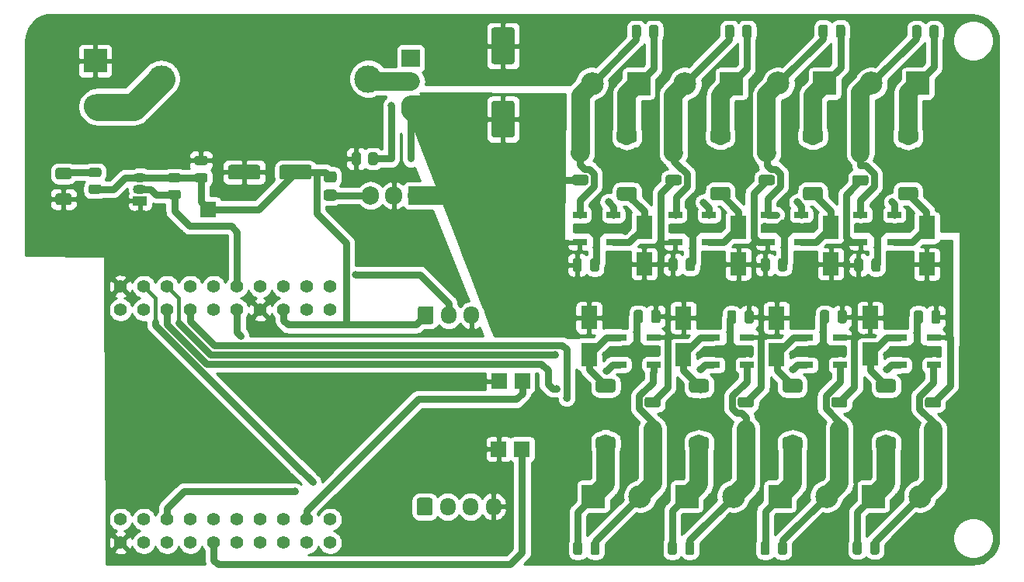
<source format=gtl>
G04 #@! TF.GenerationSoftware,KiCad,Pcbnew,5.1.12-84ad8e8a86~92~ubuntu20.04.1*
G04 #@! TF.CreationDate,2021-11-07T22:28:23+01:00*
G04 #@! TF.ProjectId,CC dimmer low voltage,43432064-696d-46d6-9572-206c6f772076,0.80*
G04 #@! TF.SameCoordinates,Original*
G04 #@! TF.FileFunction,Copper,L1,Top*
G04 #@! TF.FilePolarity,Positive*
%FSLAX46Y46*%
G04 Gerber Fmt 4.6, Leading zero omitted, Abs format (unit mm)*
G04 Created by KiCad (PCBNEW 5.1.12-84ad8e8a86~92~ubuntu20.04.1) date 2021-11-07 22:28:23*
%MOMM*%
%LPD*%
G01*
G04 APERTURE LIST*
G04 #@! TA.AperFunction,ComponentPad*
%ADD10C,1.400000*%
G04 #@! TD*
G04 #@! TA.AperFunction,ComponentPad*
%ADD11O,2.000000X1.905000*%
G04 #@! TD*
G04 #@! TA.AperFunction,ComponentPad*
%ADD12R,2.000000X1.905000*%
G04 #@! TD*
G04 #@! TA.AperFunction,ComponentPad*
%ADD13C,3.000000*%
G04 #@! TD*
G04 #@! TA.AperFunction,ComponentPad*
%ADD14R,1.700000X1.700000*%
G04 #@! TD*
G04 #@! TA.AperFunction,SMDPad,CuDef*
%ADD15R,1.800000X2.500000*%
G04 #@! TD*
G04 #@! TA.AperFunction,SMDPad,CuDef*
%ADD16R,0.600000X0.450000*%
G04 #@! TD*
G04 #@! TA.AperFunction,ComponentPad*
%ADD17O,1.700000X1.950000*%
G04 #@! TD*
G04 #@! TA.AperFunction,ComponentPad*
%ADD18O,1.500000X1.050000*%
G04 #@! TD*
G04 #@! TA.AperFunction,ComponentPad*
%ADD19R,1.500000X1.050000*%
G04 #@! TD*
G04 #@! TA.AperFunction,ComponentPad*
%ADD20R,1.905000X2.000000*%
G04 #@! TD*
G04 #@! TA.AperFunction,ComponentPad*
%ADD21O,1.905000X2.000000*%
G04 #@! TD*
G04 #@! TA.AperFunction,ComponentPad*
%ADD22R,2.600000X2.600000*%
G04 #@! TD*
G04 #@! TA.AperFunction,ComponentPad*
%ADD23C,2.600000*%
G04 #@! TD*
G04 #@! TA.AperFunction,ComponentPad*
%ADD24C,2.500000*%
G04 #@! TD*
G04 #@! TA.AperFunction,ComponentPad*
%ADD25R,2.500000X2.500000*%
G04 #@! TD*
G04 #@! TA.AperFunction,SMDPad,CuDef*
%ADD26C,0.150000*%
G04 #@! TD*
G04 #@! TA.AperFunction,SMDPad,CuDef*
%ADD27R,1.500000X0.700000*%
G04 #@! TD*
G04 #@! TA.AperFunction,ViaPad*
%ADD28C,0.800000*%
G04 #@! TD*
G04 #@! TA.AperFunction,Conductor*
%ADD29C,0.800000*%
G04 #@! TD*
G04 #@! TA.AperFunction,Conductor*
%ADD30C,2.000000*%
G04 #@! TD*
G04 #@! TA.AperFunction,Conductor*
%ADD31C,2.999999*%
G04 #@! TD*
G04 #@! TA.AperFunction,Conductor*
%ADD32C,0.400000*%
G04 #@! TD*
G04 #@! TA.AperFunction,Conductor*
%ADD33C,0.254000*%
G04 #@! TD*
G04 #@! TA.AperFunction,Conductor*
%ADD34C,0.150000*%
G04 #@! TD*
G04 APERTURE END LIST*
D10*
X135442000Y-82845000D03*
X135442000Y-85385000D03*
X132902000Y-82845000D03*
X132902000Y-85385000D03*
X130362000Y-82845000D03*
X130362000Y-85385000D03*
X127822000Y-82845000D03*
X127822000Y-85385000D03*
X125282000Y-82845000D03*
X125282000Y-85385000D03*
X122742000Y-82845000D03*
X122742000Y-85385000D03*
X120202000Y-82845000D03*
X120202000Y-85385000D03*
X117662000Y-82845000D03*
X117662000Y-85385000D03*
X115122000Y-82845000D03*
X115122000Y-85385000D03*
X112582000Y-82845000D03*
X112582000Y-85385000D03*
X135442000Y-108245000D03*
X135442000Y-110785000D03*
X132902000Y-108245000D03*
X132902000Y-110785000D03*
X130362000Y-108245000D03*
X130362000Y-110785000D03*
X127822000Y-108245000D03*
X127822000Y-110785000D03*
X125282000Y-108245000D03*
X125282000Y-110785000D03*
X122742000Y-108245000D03*
X122742000Y-110785000D03*
X120202000Y-108245000D03*
X120202000Y-110785000D03*
X117662000Y-108245000D03*
X117662000Y-110785000D03*
X115122000Y-108245000D03*
X115122000Y-110785000D03*
X112582000Y-110785000D03*
X112582000Y-108245000D03*
D11*
X144224200Y-63017000D03*
X144224200Y-60477000D03*
D12*
X144224200Y-57937000D03*
G04 #@! TA.AperFunction,SMDPad,CuDef*
G36*
G01*
X162882000Y-80010000D02*
X162882000Y-80960000D01*
G75*
G02*
X162632000Y-81210000I-250000J0D01*
G01*
X162132000Y-81210000D01*
G75*
G02*
X161882000Y-80960000I0J250000D01*
G01*
X161882000Y-80010000D01*
G75*
G02*
X162132000Y-79760000I250000J0D01*
G01*
X162632000Y-79760000D01*
G75*
G02*
X162882000Y-80010000I0J-250000D01*
G01*
G37*
G04 #@! TD.AperFunction*
G04 #@! TA.AperFunction,SMDPad,CuDef*
G36*
G01*
X164782000Y-80010000D02*
X164782000Y-80960000D01*
G75*
G02*
X164532000Y-81210000I-250000J0D01*
G01*
X164032000Y-81210000D01*
G75*
G02*
X163782000Y-80960000I0J250000D01*
G01*
X163782000Y-80010000D01*
G75*
G02*
X164032000Y-79760000I250000J0D01*
G01*
X164532000Y-79760000D01*
G75*
G02*
X164782000Y-80010000I0J-250000D01*
G01*
G37*
G04 #@! TD.AperFunction*
D13*
X139601400Y-60172200D03*
X117001400Y-60172200D03*
D14*
X156362000Y-100575000D03*
X156372000Y-93155000D03*
G04 #@! TA.AperFunction,SMDPad,CuDef*
G36*
G01*
X168322000Y-55490000D02*
X168322000Y-54540000D01*
G75*
G02*
X168572000Y-54290000I250000J0D01*
G01*
X169072000Y-54290000D01*
G75*
G02*
X169322000Y-54540000I0J-250000D01*
G01*
X169322000Y-55490000D01*
G75*
G02*
X169072000Y-55740000I-250000J0D01*
G01*
X168572000Y-55740000D01*
G75*
G02*
X168322000Y-55490000I0J250000D01*
G01*
G37*
G04 #@! TD.AperFunction*
G04 #@! TA.AperFunction,SMDPad,CuDef*
G36*
G01*
X170222000Y-55490000D02*
X170222000Y-54540000D01*
G75*
G02*
X170472000Y-54290000I250000J0D01*
G01*
X170972000Y-54290000D01*
G75*
G02*
X171222000Y-54540000I0J-250000D01*
G01*
X171222000Y-55490000D01*
G75*
G02*
X170972000Y-55740000I-250000J0D01*
G01*
X170472000Y-55740000D01*
G75*
G02*
X170222000Y-55490000I0J250000D01*
G01*
G37*
G04 #@! TD.AperFunction*
G04 #@! TA.AperFunction,SMDPad,CuDef*
G36*
G01*
X175212000Y-79960000D02*
X175212000Y-80910000D01*
G75*
G02*
X174962000Y-81160000I-250000J0D01*
G01*
X174462000Y-81160000D01*
G75*
G02*
X174212000Y-80910000I0J250000D01*
G01*
X174212000Y-79960000D01*
G75*
G02*
X174462000Y-79710000I250000J0D01*
G01*
X174962000Y-79710000D01*
G75*
G02*
X175212000Y-79960000I0J-250000D01*
G01*
G37*
G04 #@! TD.AperFunction*
G04 #@! TA.AperFunction,SMDPad,CuDef*
G36*
G01*
X173312000Y-79960000D02*
X173312000Y-80910000D01*
G75*
G02*
X173062000Y-81160000I-250000J0D01*
G01*
X172562000Y-81160000D01*
G75*
G02*
X172312000Y-80910000I0J250000D01*
G01*
X172312000Y-79960000D01*
G75*
G02*
X172562000Y-79710000I250000J0D01*
G01*
X173062000Y-79710000D01*
G75*
G02*
X173312000Y-79960000I0J-250000D01*
G01*
G37*
G04 #@! TD.AperFunction*
G04 #@! TA.AperFunction,SMDPad,CuDef*
G36*
G01*
X178492000Y-55490000D02*
X178492000Y-54540000D01*
G75*
G02*
X178742000Y-54290000I250000J0D01*
G01*
X179242000Y-54290000D01*
G75*
G02*
X179492000Y-54540000I0J-250000D01*
G01*
X179492000Y-55490000D01*
G75*
G02*
X179242000Y-55740000I-250000J0D01*
G01*
X178742000Y-55740000D01*
G75*
G02*
X178492000Y-55490000I0J250000D01*
G01*
G37*
G04 #@! TD.AperFunction*
G04 #@! TA.AperFunction,SMDPad,CuDef*
G36*
G01*
X180392000Y-55490000D02*
X180392000Y-54540000D01*
G75*
G02*
X180642000Y-54290000I250000J0D01*
G01*
X181142000Y-54290000D01*
G75*
G02*
X181392000Y-54540000I0J-250000D01*
G01*
X181392000Y-55490000D01*
G75*
G02*
X181142000Y-55740000I-250000J0D01*
G01*
X180642000Y-55740000D01*
G75*
G02*
X180392000Y-55490000I0J250000D01*
G01*
G37*
G04 #@! TD.AperFunction*
G04 #@! TA.AperFunction,SMDPad,CuDef*
G36*
G01*
X185282000Y-79980000D02*
X185282000Y-80930000D01*
G75*
G02*
X185032000Y-81180000I-250000J0D01*
G01*
X184532000Y-81180000D01*
G75*
G02*
X184282000Y-80930000I0J250000D01*
G01*
X184282000Y-79980000D01*
G75*
G02*
X184532000Y-79730000I250000J0D01*
G01*
X185032000Y-79730000D01*
G75*
G02*
X185282000Y-79980000I0J-250000D01*
G01*
G37*
G04 #@! TD.AperFunction*
G04 #@! TA.AperFunction,SMDPad,CuDef*
G36*
G01*
X183382000Y-79980000D02*
X183382000Y-80930000D01*
G75*
G02*
X183132000Y-81180000I-250000J0D01*
G01*
X182632000Y-81180000D01*
G75*
G02*
X182382000Y-80930000I0J250000D01*
G01*
X182382000Y-79980000D01*
G75*
G02*
X182632000Y-79730000I250000J0D01*
G01*
X183132000Y-79730000D01*
G75*
G02*
X183382000Y-79980000I0J-250000D01*
G01*
G37*
G04 #@! TD.AperFunction*
G04 #@! TA.AperFunction,SMDPad,CuDef*
G36*
G01*
X190592000Y-55470000D02*
X190592000Y-54520000D01*
G75*
G02*
X190842000Y-54270000I250000J0D01*
G01*
X191342000Y-54270000D01*
G75*
G02*
X191592000Y-54520000I0J-250000D01*
G01*
X191592000Y-55470000D01*
G75*
G02*
X191342000Y-55720000I-250000J0D01*
G01*
X190842000Y-55720000D01*
G75*
G02*
X190592000Y-55470000I0J250000D01*
G01*
G37*
G04 #@! TD.AperFunction*
G04 #@! TA.AperFunction,SMDPad,CuDef*
G36*
G01*
X188692000Y-55470000D02*
X188692000Y-54520000D01*
G75*
G02*
X188942000Y-54270000I250000J0D01*
G01*
X189442000Y-54270000D01*
G75*
G02*
X189692000Y-54520000I0J-250000D01*
G01*
X189692000Y-55470000D01*
G75*
G02*
X189442000Y-55720000I-250000J0D01*
G01*
X188942000Y-55720000D01*
G75*
G02*
X188692000Y-55470000I0J250000D01*
G01*
G37*
G04 #@! TD.AperFunction*
G04 #@! TA.AperFunction,SMDPad,CuDef*
G36*
G01*
X193562000Y-80010000D02*
X193562000Y-80960000D01*
G75*
G02*
X193312000Y-81210000I-250000J0D01*
G01*
X192812000Y-81210000D01*
G75*
G02*
X192562000Y-80960000I0J250000D01*
G01*
X192562000Y-80010000D01*
G75*
G02*
X192812000Y-79760000I250000J0D01*
G01*
X193312000Y-79760000D01*
G75*
G02*
X193562000Y-80010000I0J-250000D01*
G01*
G37*
G04 #@! TD.AperFunction*
G04 #@! TA.AperFunction,SMDPad,CuDef*
G36*
G01*
X195462000Y-80010000D02*
X195462000Y-80960000D01*
G75*
G02*
X195212000Y-81210000I-250000J0D01*
G01*
X194712000Y-81210000D01*
G75*
G02*
X194462000Y-80960000I0J250000D01*
G01*
X194462000Y-80010000D01*
G75*
G02*
X194712000Y-79760000I250000J0D01*
G01*
X195212000Y-79760000D01*
G75*
G02*
X195462000Y-80010000I0J-250000D01*
G01*
G37*
G04 #@! TD.AperFunction*
G04 #@! TA.AperFunction,SMDPad,CuDef*
G36*
G01*
X198892000Y-55520000D02*
X198892000Y-54570000D01*
G75*
G02*
X199142000Y-54320000I250000J0D01*
G01*
X199642000Y-54320000D01*
G75*
G02*
X199892000Y-54570000I0J-250000D01*
G01*
X199892000Y-55520000D01*
G75*
G02*
X199642000Y-55770000I-250000J0D01*
G01*
X199142000Y-55770000D01*
G75*
G02*
X198892000Y-55520000I0J250000D01*
G01*
G37*
G04 #@! TD.AperFunction*
G04 #@! TA.AperFunction,SMDPad,CuDef*
G36*
G01*
X200792000Y-55520000D02*
X200792000Y-54570000D01*
G75*
G02*
X201042000Y-54320000I250000J0D01*
G01*
X201542000Y-54320000D01*
G75*
G02*
X201792000Y-54570000I0J-250000D01*
G01*
X201792000Y-55520000D01*
G75*
G02*
X201542000Y-55770000I-250000J0D01*
G01*
X201042000Y-55770000D01*
G75*
G02*
X200792000Y-55520000I0J250000D01*
G01*
G37*
G04 #@! TD.AperFunction*
G04 #@! TA.AperFunction,SMDPad,CuDef*
G36*
G01*
X155282000Y-66575000D02*
X153282000Y-66575000D01*
G75*
G02*
X153032000Y-66325000I0J250000D01*
G01*
X153032000Y-62825000D01*
G75*
G02*
X153282000Y-62575000I250000J0D01*
G01*
X155282000Y-62575000D01*
G75*
G02*
X155532000Y-62825000I0J-250000D01*
G01*
X155532000Y-66325000D01*
G75*
G02*
X155282000Y-66575000I-250000J0D01*
G01*
G37*
G04 #@! TD.AperFunction*
G04 #@! TA.AperFunction,SMDPad,CuDef*
G36*
G01*
X155282000Y-58575000D02*
X153282000Y-58575000D01*
G75*
G02*
X153032000Y-58325000I0J250000D01*
G01*
X153032000Y-54825000D01*
G75*
G02*
X153282000Y-54575000I250000J0D01*
G01*
X155282000Y-54575000D01*
G75*
G02*
X155532000Y-54825000I0J-250000D01*
G01*
X155532000Y-58325000D01*
G75*
G02*
X155282000Y-58575000I-250000J0D01*
G01*
G37*
G04 #@! TD.AperFunction*
G04 #@! TA.AperFunction,SMDPad,CuDef*
G36*
G01*
X133407200Y-69811800D02*
X133407200Y-70911800D01*
G75*
G02*
X133157200Y-71161800I-250000J0D01*
G01*
X130157200Y-71161800D01*
G75*
G02*
X129907200Y-70911800I0J250000D01*
G01*
X129907200Y-69811800D01*
G75*
G02*
X130157200Y-69561800I250000J0D01*
G01*
X133157200Y-69561800D01*
G75*
G02*
X133407200Y-69811800I0J-250000D01*
G01*
G37*
G04 #@! TD.AperFunction*
G04 #@! TA.AperFunction,SMDPad,CuDef*
G36*
G01*
X127807200Y-69811800D02*
X127807200Y-70911800D01*
G75*
G02*
X127557200Y-71161800I-250000J0D01*
G01*
X124557200Y-71161800D01*
G75*
G02*
X124307200Y-70911800I0J250000D01*
G01*
X124307200Y-69811800D01*
G75*
G02*
X124557200Y-69561800I250000J0D01*
G01*
X127557200Y-69561800D01*
G75*
G02*
X127807200Y-69811800I0J-250000D01*
G01*
G37*
G04 #@! TD.AperFunction*
G04 #@! TA.AperFunction,SMDPad,CuDef*
G36*
G01*
X121813800Y-71481600D02*
X120863800Y-71481600D01*
G75*
G02*
X120613800Y-71231600I0J250000D01*
G01*
X120613800Y-70731600D01*
G75*
G02*
X120863800Y-70481600I250000J0D01*
G01*
X121813800Y-70481600D01*
G75*
G02*
X122063800Y-70731600I0J-250000D01*
G01*
X122063800Y-71231600D01*
G75*
G02*
X121813800Y-71481600I-250000J0D01*
G01*
G37*
G04 #@! TD.AperFunction*
G04 #@! TA.AperFunction,SMDPad,CuDef*
G36*
G01*
X121813800Y-69581600D02*
X120863800Y-69581600D01*
G75*
G02*
X120613800Y-69331600I0J250000D01*
G01*
X120613800Y-68831600D01*
G75*
G02*
X120863800Y-68581600I250000J0D01*
G01*
X121813800Y-68581600D01*
G75*
G02*
X122063800Y-68831600I0J-250000D01*
G01*
X122063800Y-69331600D01*
G75*
G02*
X121813800Y-69581600I-250000J0D01*
G01*
G37*
G04 #@! TD.AperFunction*
D15*
X169682000Y-80365000D03*
X169682000Y-76365000D03*
X179952000Y-80385000D03*
X179952000Y-76385000D03*
X190022000Y-80375000D03*
X190022000Y-76375000D03*
X200492000Y-76405000D03*
X200492000Y-80405000D03*
D16*
X144207400Y-68888600D03*
X142107400Y-68888600D03*
G04 #@! TA.AperFunction,SMDPad,CuDef*
G36*
G01*
X106977800Y-73936200D02*
X105727800Y-73936200D01*
G75*
G02*
X105477800Y-73686200I0J250000D01*
G01*
X105477800Y-72936200D01*
G75*
G02*
X105727800Y-72686200I250000J0D01*
G01*
X106977800Y-72686200D01*
G75*
G02*
X107227800Y-72936200I0J-250000D01*
G01*
X107227800Y-73686200D01*
G75*
G02*
X106977800Y-73936200I-250000J0D01*
G01*
G37*
G04 #@! TD.AperFunction*
G04 #@! TA.AperFunction,SMDPad,CuDef*
G36*
G01*
X106977800Y-71136200D02*
X105727800Y-71136200D01*
G75*
G02*
X105477800Y-70886200I0J250000D01*
G01*
X105477800Y-70136200D01*
G75*
G02*
X105727800Y-69886200I250000J0D01*
G01*
X106977800Y-69886200D01*
G75*
G02*
X107227800Y-70136200I0J-250000D01*
G01*
X107227800Y-70886200D01*
G75*
G02*
X106977800Y-71136200I-250000J0D01*
G01*
G37*
G04 #@! TD.AperFunction*
G04 #@! TA.AperFunction,SMDPad,CuDef*
G36*
G01*
X134985799Y-70276400D02*
X135885801Y-70276400D01*
G75*
G02*
X136135800Y-70526399I0J-249999D01*
G01*
X136135800Y-71226401D01*
G75*
G02*
X135885801Y-71476400I-249999J0D01*
G01*
X134985799Y-71476400D01*
G75*
G02*
X134735800Y-71226401I0J249999D01*
G01*
X134735800Y-70526399D01*
G75*
G02*
X134985799Y-70276400I249999J0D01*
G01*
G37*
G04 #@! TD.AperFunction*
G04 #@! TA.AperFunction,SMDPad,CuDef*
G36*
G01*
X134985799Y-72276400D02*
X135885801Y-72276400D01*
G75*
G02*
X136135800Y-72526399I0J-249999D01*
G01*
X136135800Y-73226401D01*
G75*
G02*
X135885801Y-73476400I-249999J0D01*
G01*
X134985799Y-73476400D01*
G75*
G02*
X134735800Y-73226401I0J249999D01*
G01*
X134735800Y-72526399D01*
G75*
G02*
X134985799Y-72276400I249999J0D01*
G01*
G37*
G04 #@! TD.AperFunction*
G04 #@! TA.AperFunction,ComponentPad*
G36*
G01*
X145012000Y-86690000D02*
X145012000Y-85240000D01*
G75*
G02*
X145262000Y-84990000I250000J0D01*
G01*
X146462000Y-84990000D01*
G75*
G02*
X146712000Y-85240000I0J-250000D01*
G01*
X146712000Y-86690000D01*
G75*
G02*
X146462000Y-86940000I-250000J0D01*
G01*
X145262000Y-86940000D01*
G75*
G02*
X145012000Y-86690000I0J250000D01*
G01*
G37*
G04 #@! TD.AperFunction*
D17*
X148362000Y-85965000D03*
X150862000Y-85965000D03*
G04 #@! TA.AperFunction,ComponentPad*
G36*
G01*
X144892000Y-107580000D02*
X144892000Y-106130000D01*
G75*
G02*
X145142000Y-105880000I250000J0D01*
G01*
X146342000Y-105880000D01*
G75*
G02*
X146592000Y-106130000I0J-250000D01*
G01*
X146592000Y-107580000D01*
G75*
G02*
X146342000Y-107830000I-250000J0D01*
G01*
X145142000Y-107830000D01*
G75*
G02*
X144892000Y-107580000I0J250000D01*
G01*
G37*
G04 #@! TD.AperFunction*
X148242000Y-106855000D03*
X150742000Y-106855000D03*
X153242000Y-106855000D03*
D14*
X153832000Y-93155000D03*
X153822000Y-100575000D03*
X122152000Y-74395000D03*
G04 #@! TA.AperFunction,SMDPad,CuDef*
G36*
G01*
X162086997Y-67720000D02*
X163337003Y-67720000D01*
G75*
G02*
X163587000Y-67969997I0J-249997D01*
G01*
X163587000Y-68595003D01*
G75*
G02*
X163337003Y-68845000I-249997J0D01*
G01*
X162086997Y-68845000D01*
G75*
G02*
X161837000Y-68595003I0J249997D01*
G01*
X161837000Y-67969997D01*
G75*
G02*
X162086997Y-67720000I249997J0D01*
G01*
G37*
G04 #@! TD.AperFunction*
G04 #@! TA.AperFunction,SMDPad,CuDef*
G36*
G01*
X162086997Y-70645000D02*
X163337003Y-70645000D01*
G75*
G02*
X163587000Y-70894997I0J-249997D01*
G01*
X163587000Y-71520003D01*
G75*
G02*
X163337003Y-71770000I-249997J0D01*
G01*
X162086997Y-71770000D01*
G75*
G02*
X161837000Y-71520003I0J249997D01*
G01*
X161837000Y-70894997D01*
G75*
G02*
X162086997Y-70645000I249997J0D01*
G01*
G37*
G04 #@! TD.AperFunction*
G04 #@! TA.AperFunction,SMDPad,CuDef*
G36*
G01*
X172256997Y-70655000D02*
X173507003Y-70655000D01*
G75*
G02*
X173757000Y-70904997I0J-249997D01*
G01*
X173757000Y-71530003D01*
G75*
G02*
X173507003Y-71780000I-249997J0D01*
G01*
X172256997Y-71780000D01*
G75*
G02*
X172007000Y-71530003I0J249997D01*
G01*
X172007000Y-70904997D01*
G75*
G02*
X172256997Y-70655000I249997J0D01*
G01*
G37*
G04 #@! TD.AperFunction*
G04 #@! TA.AperFunction,SMDPad,CuDef*
G36*
G01*
X172256997Y-67730000D02*
X173507003Y-67730000D01*
G75*
G02*
X173757000Y-67979997I0J-249997D01*
G01*
X173757000Y-68605003D01*
G75*
G02*
X173507003Y-68855000I-249997J0D01*
G01*
X172256997Y-68855000D01*
G75*
G02*
X172007000Y-68605003I0J249997D01*
G01*
X172007000Y-67979997D01*
G75*
G02*
X172256997Y-67730000I249997J0D01*
G01*
G37*
G04 #@! TD.AperFunction*
G04 #@! TA.AperFunction,SMDPad,CuDef*
G36*
G01*
X182416997Y-70655000D02*
X183667003Y-70655000D01*
G75*
G02*
X183917000Y-70904997I0J-249997D01*
G01*
X183917000Y-71530003D01*
G75*
G02*
X183667003Y-71780000I-249997J0D01*
G01*
X182416997Y-71780000D01*
G75*
G02*
X182167000Y-71530003I0J249997D01*
G01*
X182167000Y-70904997D01*
G75*
G02*
X182416997Y-70655000I249997J0D01*
G01*
G37*
G04 #@! TD.AperFunction*
G04 #@! TA.AperFunction,SMDPad,CuDef*
G36*
G01*
X182416997Y-67730000D02*
X183667003Y-67730000D01*
G75*
G02*
X183917000Y-67979997I0J-249997D01*
G01*
X183917000Y-68605003D01*
G75*
G02*
X183667003Y-68855000I-249997J0D01*
G01*
X182416997Y-68855000D01*
G75*
G02*
X182167000Y-68605003I0J249997D01*
G01*
X182167000Y-67979997D01*
G75*
G02*
X182416997Y-67730000I249997J0D01*
G01*
G37*
G04 #@! TD.AperFunction*
G04 #@! TA.AperFunction,SMDPad,CuDef*
G36*
G01*
X192646997Y-67750000D02*
X193897003Y-67750000D01*
G75*
G02*
X194147000Y-67999997I0J-249997D01*
G01*
X194147000Y-68625003D01*
G75*
G02*
X193897003Y-68875000I-249997J0D01*
G01*
X192646997Y-68875000D01*
G75*
G02*
X192397000Y-68625003I0J249997D01*
G01*
X192397000Y-67999997D01*
G75*
G02*
X192646997Y-67750000I249997J0D01*
G01*
G37*
G04 #@! TD.AperFunction*
G04 #@! TA.AperFunction,SMDPad,CuDef*
G36*
G01*
X192646997Y-70675000D02*
X193897003Y-70675000D01*
G75*
G02*
X194147000Y-70924997I0J-249997D01*
G01*
X194147000Y-71550003D01*
G75*
G02*
X193897003Y-71800000I-249997J0D01*
G01*
X192646997Y-71800000D01*
G75*
G02*
X192397000Y-71550003I0J249997D01*
G01*
X192397000Y-70924997D01*
G75*
G02*
X192646997Y-70675000I249997J0D01*
G01*
G37*
G04 #@! TD.AperFunction*
G04 #@! TA.AperFunction,SMDPad,CuDef*
G36*
G01*
X117993198Y-70460800D02*
X118893202Y-70460800D01*
G75*
G02*
X119143200Y-70710798I0J-249998D01*
G01*
X119143200Y-71235802D01*
G75*
G02*
X118893202Y-71485800I-249998J0D01*
G01*
X117993198Y-71485800D01*
G75*
G02*
X117743200Y-71235802I0J249998D01*
G01*
X117743200Y-70710798D01*
G75*
G02*
X117993198Y-70460800I249998J0D01*
G01*
G37*
G04 #@! TD.AperFunction*
G04 #@! TA.AperFunction,SMDPad,CuDef*
G36*
G01*
X117993198Y-72285800D02*
X118893202Y-72285800D01*
G75*
G02*
X119143200Y-72535798I0J-249998D01*
G01*
X119143200Y-73060802D01*
G75*
G02*
X118893202Y-73310800I-249998J0D01*
G01*
X117993198Y-73310800D01*
G75*
G02*
X117743200Y-73060802I0J249998D01*
G01*
X117743200Y-72535798D01*
G75*
G02*
X117993198Y-72285800I249998J0D01*
G01*
G37*
G04 #@! TD.AperFunction*
G04 #@! TA.AperFunction,SMDPad,CuDef*
G36*
G01*
X138795000Y-68438598D02*
X138795000Y-69338602D01*
G75*
G02*
X138545002Y-69588600I-249998J0D01*
G01*
X138019998Y-69588600D01*
G75*
G02*
X137770000Y-69338602I0J249998D01*
G01*
X137770000Y-68438598D01*
G75*
G02*
X138019998Y-68188600I249998J0D01*
G01*
X138545002Y-68188600D01*
G75*
G02*
X138795000Y-68438598I0J-249998D01*
G01*
G37*
G04 #@! TD.AperFunction*
G04 #@! TA.AperFunction,SMDPad,CuDef*
G36*
G01*
X140620000Y-68438598D02*
X140620000Y-69338602D01*
G75*
G02*
X140370002Y-69588600I-249998J0D01*
G01*
X139844998Y-69588600D01*
G75*
G02*
X139595000Y-69338602I0J249998D01*
G01*
X139595000Y-68438598D01*
G75*
G02*
X139844998Y-68188600I249998J0D01*
G01*
X140370002Y-68188600D01*
G75*
G02*
X140620000Y-68438598I0J-249998D01*
G01*
G37*
G04 #@! TD.AperFunction*
G04 #@! TA.AperFunction,SMDPad,CuDef*
G36*
G01*
X110231802Y-72726600D02*
X109331798Y-72726600D01*
G75*
G02*
X109081800Y-72476602I0J249998D01*
G01*
X109081800Y-71951598D01*
G75*
G02*
X109331798Y-71701600I249998J0D01*
G01*
X110231802Y-71701600D01*
G75*
G02*
X110481800Y-71951598I0J-249998D01*
G01*
X110481800Y-72476602D01*
G75*
G02*
X110231802Y-72726600I-249998J0D01*
G01*
G37*
G04 #@! TD.AperFunction*
G04 #@! TA.AperFunction,SMDPad,CuDef*
G36*
G01*
X110231802Y-70901600D02*
X109331798Y-70901600D01*
G75*
G02*
X109081800Y-70651602I0J249998D01*
G01*
X109081800Y-70126598D01*
G75*
G02*
X109331798Y-69876600I249998J0D01*
G01*
X110231802Y-69876600D01*
G75*
G02*
X110481800Y-70126598I0J-249998D01*
G01*
X110481800Y-70651602D01*
G75*
G02*
X110231802Y-70901600I-249998J0D01*
G01*
G37*
G04 #@! TD.AperFunction*
D18*
X114709400Y-72216000D03*
X114709400Y-70946000D03*
D19*
X114709400Y-73486000D03*
D20*
X144910000Y-72901800D03*
D21*
X142370000Y-72901800D03*
X139830000Y-72901800D03*
D22*
X109802000Y-58215000D03*
D23*
X109802000Y-63215000D03*
D24*
X163992000Y-60687000D03*
D25*
X169072000Y-60687000D03*
X179222000Y-60685000D03*
D24*
X174142000Y-60685000D03*
X184292000Y-60675000D03*
D25*
X189372000Y-60675000D03*
X199522000Y-60665000D03*
D24*
X194442000Y-60665000D03*
G04 #@! TA.AperFunction,SMDPad,CuDef*
D26*
G36*
X163582000Y-77015000D02*
G01*
X161882000Y-77015000D01*
X161882000Y-76015000D01*
X163582000Y-76015000D01*
X164082000Y-75515000D01*
X164882000Y-75515000D01*
X165382000Y-76015000D01*
X167082000Y-76015000D01*
X167082000Y-77015000D01*
X165382000Y-77015000D01*
X164882000Y-77515000D01*
X164082000Y-77515000D01*
X163582000Y-77015000D01*
G37*
G04 #@! TD.AperFunction*
D27*
X166332000Y-75015000D03*
X166332000Y-78015000D03*
X162632000Y-75015000D03*
X162632000Y-78015000D03*
G04 #@! TA.AperFunction,SMDPad,CuDef*
D26*
G36*
X174012000Y-77015000D02*
G01*
X172312000Y-77015000D01*
X172312000Y-76015000D01*
X174012000Y-76015000D01*
X174512000Y-75515000D01*
X175312000Y-75515000D01*
X175812000Y-76015000D01*
X177512000Y-76015000D01*
X177512000Y-77015000D01*
X175812000Y-77015000D01*
X175312000Y-77515000D01*
X174512000Y-77515000D01*
X174012000Y-77015000D01*
G37*
G04 #@! TD.AperFunction*
D27*
X176762000Y-75015000D03*
X176762000Y-78015000D03*
X173062000Y-75015000D03*
X173062000Y-78015000D03*
G04 #@! TA.AperFunction,SMDPad,CuDef*
D26*
G36*
X184072000Y-77005000D02*
G01*
X182372000Y-77005000D01*
X182372000Y-76005000D01*
X184072000Y-76005000D01*
X184572000Y-75505000D01*
X185372000Y-75505000D01*
X185872000Y-76005000D01*
X187572000Y-76005000D01*
X187572000Y-77005000D01*
X185872000Y-77005000D01*
X185372000Y-77505000D01*
X184572000Y-77505000D01*
X184072000Y-77005000D01*
G37*
G04 #@! TD.AperFunction*
D27*
X186822000Y-75005000D03*
X186822000Y-78005000D03*
X183122000Y-75005000D03*
X183122000Y-78005000D03*
G04 #@! TA.AperFunction,SMDPad,CuDef*
D26*
G36*
X194222000Y-77005000D02*
G01*
X192522000Y-77005000D01*
X192522000Y-76005000D01*
X194222000Y-76005000D01*
X194722000Y-75505000D01*
X195522000Y-75505000D01*
X196022000Y-76005000D01*
X197722000Y-76005000D01*
X197722000Y-77005000D01*
X196022000Y-77005000D01*
X195522000Y-77505000D01*
X194722000Y-77505000D01*
X194222000Y-77005000D01*
G37*
G04 #@! TD.AperFunction*
D27*
X196972000Y-75005000D03*
X196972000Y-78005000D03*
X193272000Y-75005000D03*
X193272000Y-78005000D03*
G04 #@! TA.AperFunction,SMDPad,CuDef*
G36*
G01*
X168507000Y-73465000D02*
X167057000Y-73465000D01*
G75*
G02*
X166682000Y-73090000I0J375000D01*
G01*
X166682000Y-72340000D01*
G75*
G02*
X167057000Y-71965000I375000J0D01*
G01*
X168507000Y-71965000D01*
G75*
G02*
X168882000Y-72340000I0J-375000D01*
G01*
X168882000Y-73090000D01*
G75*
G02*
X168507000Y-73465000I-375000J0D01*
G01*
G37*
G04 #@! TD.AperFunction*
G04 #@! TA.AperFunction,SMDPad,CuDef*
G36*
G01*
X168507000Y-67165000D02*
X167057000Y-67165000D01*
G75*
G02*
X166682000Y-66790000I0J375000D01*
G01*
X166682000Y-66040000D01*
G75*
G02*
X167057000Y-65665000I375000J0D01*
G01*
X168507000Y-65665000D01*
G75*
G02*
X168882000Y-66040000I0J-375000D01*
G01*
X168882000Y-66790000D01*
G75*
G02*
X168507000Y-67165000I-375000J0D01*
G01*
G37*
G04 #@! TD.AperFunction*
G04 #@! TA.AperFunction,SMDPad,CuDef*
G36*
G01*
X178707000Y-73445000D02*
X177257000Y-73445000D01*
G75*
G02*
X176882000Y-73070000I0J375000D01*
G01*
X176882000Y-72320000D01*
G75*
G02*
X177257000Y-71945000I375000J0D01*
G01*
X178707000Y-71945000D01*
G75*
G02*
X179082000Y-72320000I0J-375000D01*
G01*
X179082000Y-73070000D01*
G75*
G02*
X178707000Y-73445000I-375000J0D01*
G01*
G37*
G04 #@! TD.AperFunction*
G04 #@! TA.AperFunction,SMDPad,CuDef*
G36*
G01*
X178707000Y-67145000D02*
X177257000Y-67145000D01*
G75*
G02*
X176882000Y-66770000I0J375000D01*
G01*
X176882000Y-66020000D01*
G75*
G02*
X177257000Y-65645000I375000J0D01*
G01*
X178707000Y-65645000D01*
G75*
G02*
X179082000Y-66020000I0J-375000D01*
G01*
X179082000Y-66770000D01*
G75*
G02*
X178707000Y-67145000I-375000J0D01*
G01*
G37*
G04 #@! TD.AperFunction*
G04 #@! TA.AperFunction,SMDPad,CuDef*
G36*
G01*
X188797000Y-67145000D02*
X187347000Y-67145000D01*
G75*
G02*
X186972000Y-66770000I0J375000D01*
G01*
X186972000Y-66020000D01*
G75*
G02*
X187347000Y-65645000I375000J0D01*
G01*
X188797000Y-65645000D01*
G75*
G02*
X189172000Y-66020000I0J-375000D01*
G01*
X189172000Y-66770000D01*
G75*
G02*
X188797000Y-67145000I-375000J0D01*
G01*
G37*
G04 #@! TD.AperFunction*
G04 #@! TA.AperFunction,SMDPad,CuDef*
G36*
G01*
X188797000Y-73445000D02*
X187347000Y-73445000D01*
G75*
G02*
X186972000Y-73070000I0J375000D01*
G01*
X186972000Y-72320000D01*
G75*
G02*
X187347000Y-71945000I375000J0D01*
G01*
X188797000Y-71945000D01*
G75*
G02*
X189172000Y-72320000I0J-375000D01*
G01*
X189172000Y-73070000D01*
G75*
G02*
X188797000Y-73445000I-375000J0D01*
G01*
G37*
G04 #@! TD.AperFunction*
G04 #@! TA.AperFunction,SMDPad,CuDef*
G36*
G01*
X199187000Y-73455000D02*
X197737000Y-73455000D01*
G75*
G02*
X197362000Y-73080000I0J375000D01*
G01*
X197362000Y-72330000D01*
G75*
G02*
X197737000Y-71955000I375000J0D01*
G01*
X199187000Y-71955000D01*
G75*
G02*
X199562000Y-72330000I0J-375000D01*
G01*
X199562000Y-73080000D01*
G75*
G02*
X199187000Y-73455000I-375000J0D01*
G01*
G37*
G04 #@! TD.AperFunction*
G04 #@! TA.AperFunction,SMDPad,CuDef*
G36*
G01*
X199187000Y-67155000D02*
X197737000Y-67155000D01*
G75*
G02*
X197362000Y-66780000I0J375000D01*
G01*
X197362000Y-66030000D01*
G75*
G02*
X197737000Y-65655000I375000J0D01*
G01*
X199187000Y-65655000D01*
G75*
G02*
X199562000Y-66030000I0J-375000D01*
G01*
X199562000Y-66780000D01*
G75*
G02*
X199187000Y-67155000I-375000J0D01*
G01*
G37*
G04 #@! TD.AperFunction*
G04 #@! TA.AperFunction,SMDPad,CuDef*
G36*
G01*
X199092000Y-86640000D02*
X199092000Y-85690000D01*
G75*
G02*
X199342000Y-85440000I250000J0D01*
G01*
X199842000Y-85440000D01*
G75*
G02*
X200092000Y-85690000I0J-250000D01*
G01*
X200092000Y-86640000D01*
G75*
G02*
X199842000Y-86890000I-250000J0D01*
G01*
X199342000Y-86890000D01*
G75*
G02*
X199092000Y-86640000I0J250000D01*
G01*
G37*
G04 #@! TD.AperFunction*
G04 #@! TA.AperFunction,SMDPad,CuDef*
G36*
G01*
X200992000Y-86640000D02*
X200992000Y-85690000D01*
G75*
G02*
X201242000Y-85440000I250000J0D01*
G01*
X201742000Y-85440000D01*
G75*
G02*
X201992000Y-85690000I0J-250000D01*
G01*
X201992000Y-86640000D01*
G75*
G02*
X201742000Y-86890000I-250000J0D01*
G01*
X201242000Y-86890000D01*
G75*
G02*
X200992000Y-86640000I0J250000D01*
G01*
G37*
G04 #@! TD.AperFunction*
G04 #@! TA.AperFunction,SMDPad,CuDef*
G36*
G01*
X193422000Y-110890000D02*
X193422000Y-111840000D01*
G75*
G02*
X193172000Y-112090000I-250000J0D01*
G01*
X192672000Y-112090000D01*
G75*
G02*
X192422000Y-111840000I0J250000D01*
G01*
X192422000Y-110890000D01*
G75*
G02*
X192672000Y-110640000I250000J0D01*
G01*
X193172000Y-110640000D01*
G75*
G02*
X193422000Y-110890000I0J-250000D01*
G01*
G37*
G04 #@! TD.AperFunction*
G04 #@! TA.AperFunction,SMDPad,CuDef*
G36*
G01*
X195322000Y-110890000D02*
X195322000Y-111840000D01*
G75*
G02*
X195072000Y-112090000I-250000J0D01*
G01*
X194572000Y-112090000D01*
G75*
G02*
X194322000Y-111840000I0J250000D01*
G01*
X194322000Y-110890000D01*
G75*
G02*
X194572000Y-110640000I250000J0D01*
G01*
X195072000Y-110640000D01*
G75*
G02*
X195322000Y-110890000I0J-250000D01*
G01*
G37*
G04 #@! TD.AperFunction*
G04 #@! TA.AperFunction,SMDPad,CuDef*
G36*
G01*
X188872000Y-86600000D02*
X188872000Y-85650000D01*
G75*
G02*
X189122000Y-85400000I250000J0D01*
G01*
X189622000Y-85400000D01*
G75*
G02*
X189872000Y-85650000I0J-250000D01*
G01*
X189872000Y-86600000D01*
G75*
G02*
X189622000Y-86850000I-250000J0D01*
G01*
X189122000Y-86850000D01*
G75*
G02*
X188872000Y-86600000I0J250000D01*
G01*
G37*
G04 #@! TD.AperFunction*
G04 #@! TA.AperFunction,SMDPad,CuDef*
G36*
G01*
X190772000Y-86600000D02*
X190772000Y-85650000D01*
G75*
G02*
X191022000Y-85400000I250000J0D01*
G01*
X191522000Y-85400000D01*
G75*
G02*
X191772000Y-85650000I0J-250000D01*
G01*
X191772000Y-86600000D01*
G75*
G02*
X191522000Y-86850000I-250000J0D01*
G01*
X191022000Y-86850000D01*
G75*
G02*
X190772000Y-86600000I0J250000D01*
G01*
G37*
G04 #@! TD.AperFunction*
G04 #@! TA.AperFunction,SMDPad,CuDef*
G36*
G01*
X183372000Y-110920000D02*
X183372000Y-111870000D01*
G75*
G02*
X183122000Y-112120000I-250000J0D01*
G01*
X182622000Y-112120000D01*
G75*
G02*
X182372000Y-111870000I0J250000D01*
G01*
X182372000Y-110920000D01*
G75*
G02*
X182622000Y-110670000I250000J0D01*
G01*
X183122000Y-110670000D01*
G75*
G02*
X183372000Y-110920000I0J-250000D01*
G01*
G37*
G04 #@! TD.AperFunction*
G04 #@! TA.AperFunction,SMDPad,CuDef*
G36*
G01*
X185272000Y-110920000D02*
X185272000Y-111870000D01*
G75*
G02*
X185022000Y-112120000I-250000J0D01*
G01*
X184522000Y-112120000D01*
G75*
G02*
X184272000Y-111870000I0J250000D01*
G01*
X184272000Y-110920000D01*
G75*
G02*
X184522000Y-110670000I250000J0D01*
G01*
X185022000Y-110670000D01*
G75*
G02*
X185272000Y-110920000I0J-250000D01*
G01*
G37*
G04 #@! TD.AperFunction*
G04 #@! TA.AperFunction,SMDPad,CuDef*
G36*
G01*
X178722000Y-86640000D02*
X178722000Y-85690000D01*
G75*
G02*
X178972000Y-85440000I250000J0D01*
G01*
X179472000Y-85440000D01*
G75*
G02*
X179722000Y-85690000I0J-250000D01*
G01*
X179722000Y-86640000D01*
G75*
G02*
X179472000Y-86890000I-250000J0D01*
G01*
X178972000Y-86890000D01*
G75*
G02*
X178722000Y-86640000I0J250000D01*
G01*
G37*
G04 #@! TD.AperFunction*
G04 #@! TA.AperFunction,SMDPad,CuDef*
G36*
G01*
X180622000Y-86640000D02*
X180622000Y-85690000D01*
G75*
G02*
X180872000Y-85440000I250000J0D01*
G01*
X181372000Y-85440000D01*
G75*
G02*
X181622000Y-85690000I0J-250000D01*
G01*
X181622000Y-86640000D01*
G75*
G02*
X181372000Y-86890000I-250000J0D01*
G01*
X180872000Y-86890000D01*
G75*
G02*
X180622000Y-86640000I0J250000D01*
G01*
G37*
G04 #@! TD.AperFunction*
G04 #@! TA.AperFunction,SMDPad,CuDef*
G36*
G01*
X173252000Y-110910000D02*
X173252000Y-111860000D01*
G75*
G02*
X173002000Y-112110000I-250000J0D01*
G01*
X172502000Y-112110000D01*
G75*
G02*
X172252000Y-111860000I0J250000D01*
G01*
X172252000Y-110910000D01*
G75*
G02*
X172502000Y-110660000I250000J0D01*
G01*
X173002000Y-110660000D01*
G75*
G02*
X173252000Y-110910000I0J-250000D01*
G01*
G37*
G04 #@! TD.AperFunction*
G04 #@! TA.AperFunction,SMDPad,CuDef*
G36*
G01*
X175152000Y-110910000D02*
X175152000Y-111860000D01*
G75*
G02*
X174902000Y-112110000I-250000J0D01*
G01*
X174402000Y-112110000D01*
G75*
G02*
X174152000Y-111860000I0J250000D01*
G01*
X174152000Y-110910000D01*
G75*
G02*
X174402000Y-110660000I250000J0D01*
G01*
X174902000Y-110660000D01*
G75*
G02*
X175152000Y-110910000I0J-250000D01*
G01*
G37*
G04 #@! TD.AperFunction*
G04 #@! TA.AperFunction,SMDPad,CuDef*
G36*
G01*
X168542000Y-86580000D02*
X168542000Y-85630000D01*
G75*
G02*
X168792000Y-85380000I250000J0D01*
G01*
X169292000Y-85380000D01*
G75*
G02*
X169542000Y-85630000I0J-250000D01*
G01*
X169542000Y-86580000D01*
G75*
G02*
X169292000Y-86830000I-250000J0D01*
G01*
X168792000Y-86830000D01*
G75*
G02*
X168542000Y-86580000I0J250000D01*
G01*
G37*
G04 #@! TD.AperFunction*
G04 #@! TA.AperFunction,SMDPad,CuDef*
G36*
G01*
X170442000Y-86580000D02*
X170442000Y-85630000D01*
G75*
G02*
X170692000Y-85380000I250000J0D01*
G01*
X171192000Y-85380000D01*
G75*
G02*
X171442000Y-85630000I0J-250000D01*
G01*
X171442000Y-86580000D01*
G75*
G02*
X171192000Y-86830000I-250000J0D01*
G01*
X170692000Y-86830000D01*
G75*
G02*
X170442000Y-86580000I0J250000D01*
G01*
G37*
G04 #@! TD.AperFunction*
G04 #@! TA.AperFunction,SMDPad,CuDef*
G36*
G01*
X162932000Y-110920000D02*
X162932000Y-111870000D01*
G75*
G02*
X162682000Y-112120000I-250000J0D01*
G01*
X162182000Y-112120000D01*
G75*
G02*
X161932000Y-111870000I0J250000D01*
G01*
X161932000Y-110920000D01*
G75*
G02*
X162182000Y-110670000I250000J0D01*
G01*
X162682000Y-110670000D01*
G75*
G02*
X162932000Y-110920000I0J-250000D01*
G01*
G37*
G04 #@! TD.AperFunction*
G04 #@! TA.AperFunction,SMDPad,CuDef*
G36*
G01*
X164832000Y-110920000D02*
X164832000Y-111870000D01*
G75*
G02*
X164582000Y-112120000I-250000J0D01*
G01*
X164082000Y-112120000D01*
G75*
G02*
X163832000Y-111870000I0J250000D01*
G01*
X163832000Y-110920000D01*
G75*
G02*
X164082000Y-110670000I250000J0D01*
G01*
X164582000Y-110670000D01*
G75*
G02*
X164832000Y-110920000I0J-250000D01*
G01*
G37*
G04 #@! TD.AperFunction*
D15*
X194312000Y-90225000D03*
X194312000Y-86225000D03*
X184122000Y-90255000D03*
X184122000Y-86255000D03*
X173942000Y-86255000D03*
X173942000Y-90255000D03*
X163652000Y-86235000D03*
X163652000Y-90235000D03*
G04 #@! TA.AperFunction,SMDPad,CuDef*
G36*
G01*
X195327000Y-92925000D02*
X196777000Y-92925000D01*
G75*
G02*
X197152000Y-93300000I0J-375000D01*
G01*
X197152000Y-94050000D01*
G75*
G02*
X196777000Y-94425000I-375000J0D01*
G01*
X195327000Y-94425000D01*
G75*
G02*
X194952000Y-94050000I0J375000D01*
G01*
X194952000Y-93300000D01*
G75*
G02*
X195327000Y-92925000I375000J0D01*
G01*
G37*
G04 #@! TD.AperFunction*
G04 #@! TA.AperFunction,SMDPad,CuDef*
G36*
G01*
X195327000Y-99225000D02*
X196777000Y-99225000D01*
G75*
G02*
X197152000Y-99600000I0J-375000D01*
G01*
X197152000Y-100350000D01*
G75*
G02*
X196777000Y-100725000I-375000J0D01*
G01*
X195327000Y-100725000D01*
G75*
G02*
X194952000Y-100350000I0J375000D01*
G01*
X194952000Y-99600000D01*
G75*
G02*
X195327000Y-99225000I375000J0D01*
G01*
G37*
G04 #@! TD.AperFunction*
G04 #@! TA.AperFunction,SMDPad,CuDef*
G36*
G01*
X185127000Y-99225000D02*
X186577000Y-99225000D01*
G75*
G02*
X186952000Y-99600000I0J-375000D01*
G01*
X186952000Y-100350000D01*
G75*
G02*
X186577000Y-100725000I-375000J0D01*
G01*
X185127000Y-100725000D01*
G75*
G02*
X184752000Y-100350000I0J375000D01*
G01*
X184752000Y-99600000D01*
G75*
G02*
X185127000Y-99225000I375000J0D01*
G01*
G37*
G04 #@! TD.AperFunction*
G04 #@! TA.AperFunction,SMDPad,CuDef*
G36*
G01*
X185127000Y-92925000D02*
X186577000Y-92925000D01*
G75*
G02*
X186952000Y-93300000I0J-375000D01*
G01*
X186952000Y-94050000D01*
G75*
G02*
X186577000Y-94425000I-375000J0D01*
G01*
X185127000Y-94425000D01*
G75*
G02*
X184752000Y-94050000I0J375000D01*
G01*
X184752000Y-93300000D01*
G75*
G02*
X185127000Y-92925000I375000J0D01*
G01*
G37*
G04 #@! TD.AperFunction*
G04 #@! TA.AperFunction,SMDPad,CuDef*
G36*
G01*
X174937000Y-92925000D02*
X176387000Y-92925000D01*
G75*
G02*
X176762000Y-93300000I0J-375000D01*
G01*
X176762000Y-94050000D01*
G75*
G02*
X176387000Y-94425000I-375000J0D01*
G01*
X174937000Y-94425000D01*
G75*
G02*
X174562000Y-94050000I0J375000D01*
G01*
X174562000Y-93300000D01*
G75*
G02*
X174937000Y-92925000I375000J0D01*
G01*
G37*
G04 #@! TD.AperFunction*
G04 #@! TA.AperFunction,SMDPad,CuDef*
G36*
G01*
X174937000Y-99225000D02*
X176387000Y-99225000D01*
G75*
G02*
X176762000Y-99600000I0J-375000D01*
G01*
X176762000Y-100350000D01*
G75*
G02*
X176387000Y-100725000I-375000J0D01*
G01*
X174937000Y-100725000D01*
G75*
G02*
X174562000Y-100350000I0J375000D01*
G01*
X174562000Y-99600000D01*
G75*
G02*
X174937000Y-99225000I375000J0D01*
G01*
G37*
G04 #@! TD.AperFunction*
G04 #@! TA.AperFunction,SMDPad,CuDef*
G36*
G01*
X164747000Y-99215000D02*
X166197000Y-99215000D01*
G75*
G02*
X166572000Y-99590000I0J-375000D01*
G01*
X166572000Y-100340000D01*
G75*
G02*
X166197000Y-100715000I-375000J0D01*
G01*
X164747000Y-100715000D01*
G75*
G02*
X164372000Y-100340000I0J375000D01*
G01*
X164372000Y-99590000D01*
G75*
G02*
X164747000Y-99215000I375000J0D01*
G01*
G37*
G04 #@! TD.AperFunction*
G04 #@! TA.AperFunction,SMDPad,CuDef*
G36*
G01*
X164747000Y-92915000D02*
X166197000Y-92915000D01*
G75*
G02*
X166572000Y-93290000I0J-375000D01*
G01*
X166572000Y-94040000D01*
G75*
G02*
X166197000Y-94415000I-375000J0D01*
G01*
X164747000Y-94415000D01*
G75*
G02*
X164372000Y-94040000I0J375000D01*
G01*
X164372000Y-93290000D01*
G75*
G02*
X164747000Y-92915000I375000J0D01*
G01*
G37*
G04 #@! TD.AperFunction*
D25*
X194662000Y-105725000D03*
D24*
X199742000Y-105725000D03*
X189572000Y-105725000D03*
D25*
X184492000Y-105725000D03*
X174322000Y-105725000D03*
D24*
X179402000Y-105725000D03*
X169222000Y-105725000D03*
D25*
X164142000Y-105725000D03*
G04 #@! TA.AperFunction,SMDPad,CuDef*
G36*
G01*
X201787001Y-98990000D02*
X200536999Y-98990000D01*
G75*
G02*
X200287000Y-98740001I0J249999D01*
G01*
X200287000Y-98114999D01*
G75*
G02*
X200536999Y-97865000I249999J0D01*
G01*
X201787001Y-97865000D01*
G75*
G02*
X202037000Y-98114999I0J-249999D01*
G01*
X202037000Y-98740001D01*
G75*
G02*
X201787001Y-98990000I-249999J0D01*
G01*
G37*
G04 #@! TD.AperFunction*
G04 #@! TA.AperFunction,SMDPad,CuDef*
G36*
G01*
X201787001Y-96065000D02*
X200536999Y-96065000D01*
G75*
G02*
X200287000Y-95815001I0J249999D01*
G01*
X200287000Y-95189999D01*
G75*
G02*
X200536999Y-94940000I249999J0D01*
G01*
X201787001Y-94940000D01*
G75*
G02*
X202037000Y-95189999I0J-249999D01*
G01*
X202037000Y-95815001D01*
G75*
G02*
X201787001Y-96065000I-249999J0D01*
G01*
G37*
G04 #@! TD.AperFunction*
G04 #@! TA.AperFunction,SMDPad,CuDef*
G36*
G01*
X191587001Y-96025000D02*
X190336999Y-96025000D01*
G75*
G02*
X190087000Y-95775001I0J249999D01*
G01*
X190087000Y-95149999D01*
G75*
G02*
X190336999Y-94900000I249999J0D01*
G01*
X191587001Y-94900000D01*
G75*
G02*
X191837000Y-95149999I0J-249999D01*
G01*
X191837000Y-95775001D01*
G75*
G02*
X191587001Y-96025000I-249999J0D01*
G01*
G37*
G04 #@! TD.AperFunction*
G04 #@! TA.AperFunction,SMDPad,CuDef*
G36*
G01*
X191587001Y-98950000D02*
X190336999Y-98950000D01*
G75*
G02*
X190087000Y-98700001I0J249999D01*
G01*
X190087000Y-98074999D01*
G75*
G02*
X190336999Y-97825000I249999J0D01*
G01*
X191587001Y-97825000D01*
G75*
G02*
X191837000Y-98074999I0J-249999D01*
G01*
X191837000Y-98700001D01*
G75*
G02*
X191587001Y-98950000I-249999J0D01*
G01*
G37*
G04 #@! TD.AperFunction*
G04 #@! TA.AperFunction,SMDPad,CuDef*
G36*
G01*
X181397001Y-96025000D02*
X180146999Y-96025000D01*
G75*
G02*
X179897000Y-95775001I0J249999D01*
G01*
X179897000Y-95149999D01*
G75*
G02*
X180146999Y-94900000I249999J0D01*
G01*
X181397001Y-94900000D01*
G75*
G02*
X181647000Y-95149999I0J-249999D01*
G01*
X181647000Y-95775001D01*
G75*
G02*
X181397001Y-96025000I-249999J0D01*
G01*
G37*
G04 #@! TD.AperFunction*
G04 #@! TA.AperFunction,SMDPad,CuDef*
G36*
G01*
X181397001Y-98950000D02*
X180146999Y-98950000D01*
G75*
G02*
X179897000Y-98700001I0J249999D01*
G01*
X179897000Y-98074999D01*
G75*
G02*
X180146999Y-97825000I249999J0D01*
G01*
X181397001Y-97825000D01*
G75*
G02*
X181647000Y-98074999I0J-249999D01*
G01*
X181647000Y-98700001D01*
G75*
G02*
X181397001Y-98950000I-249999J0D01*
G01*
G37*
G04 #@! TD.AperFunction*
G04 #@! TA.AperFunction,SMDPad,CuDef*
G36*
G01*
X171217001Y-98950000D02*
X169966999Y-98950000D01*
G75*
G02*
X169717000Y-98700001I0J249999D01*
G01*
X169717000Y-98074999D01*
G75*
G02*
X169966999Y-97825000I249999J0D01*
G01*
X171217001Y-97825000D01*
G75*
G02*
X171467000Y-98074999I0J-249999D01*
G01*
X171467000Y-98700001D01*
G75*
G02*
X171217001Y-98950000I-249999J0D01*
G01*
G37*
G04 #@! TD.AperFunction*
G04 #@! TA.AperFunction,SMDPad,CuDef*
G36*
G01*
X171217001Y-96025000D02*
X169966999Y-96025000D01*
G75*
G02*
X169717000Y-95775001I0J249999D01*
G01*
X169717000Y-95149999D01*
G75*
G02*
X169966999Y-94900000I249999J0D01*
G01*
X171217001Y-94900000D01*
G75*
G02*
X171467000Y-95149999I0J-249999D01*
G01*
X171467000Y-95775001D01*
G75*
G02*
X171217001Y-96025000I-249999J0D01*
G01*
G37*
G04 #@! TD.AperFunction*
D27*
X201272000Y-88405000D03*
X201272000Y-91405000D03*
X197572000Y-88405000D03*
X197572000Y-91405000D03*
G04 #@! TA.AperFunction,SMDPad,CuDef*
D26*
G36*
X200322000Y-89405000D02*
G01*
X202022000Y-89405000D01*
X202022000Y-90405000D01*
X200322000Y-90405000D01*
X199822000Y-90905000D01*
X199022000Y-90905000D01*
X198522000Y-90405000D01*
X196822000Y-90405000D01*
X196822000Y-89405000D01*
X198522000Y-89405000D01*
X199022000Y-88905000D01*
X199822000Y-88905000D01*
X200322000Y-89405000D01*
G37*
G04 #@! TD.AperFunction*
G04 #@! TA.AperFunction,SMDPad,CuDef*
G36*
X190092000Y-89385000D02*
G01*
X191792000Y-89385000D01*
X191792000Y-90385000D01*
X190092000Y-90385000D01*
X189592000Y-90885000D01*
X188792000Y-90885000D01*
X188292000Y-90385000D01*
X186592000Y-90385000D01*
X186592000Y-89385000D01*
X188292000Y-89385000D01*
X188792000Y-88885000D01*
X189592000Y-88885000D01*
X190092000Y-89385000D01*
G37*
G04 #@! TD.AperFunction*
D27*
X187342000Y-91385000D03*
X187342000Y-88385000D03*
X191042000Y-91385000D03*
X191042000Y-88385000D03*
X180892000Y-88385000D03*
X180892000Y-91385000D03*
X177192000Y-88385000D03*
X177192000Y-91385000D03*
G04 #@! TA.AperFunction,SMDPad,CuDef*
D26*
G36*
X179942000Y-89385000D02*
G01*
X181642000Y-89385000D01*
X181642000Y-90385000D01*
X179942000Y-90385000D01*
X179442000Y-90885000D01*
X178642000Y-90885000D01*
X178142000Y-90385000D01*
X176442000Y-90385000D01*
X176442000Y-89385000D01*
X178142000Y-89385000D01*
X178642000Y-88885000D01*
X179442000Y-88885000D01*
X179942000Y-89385000D01*
G37*
G04 #@! TD.AperFunction*
G04 #@! TA.AperFunction,SMDPad,CuDef*
G36*
X169752000Y-89365000D02*
G01*
X171452000Y-89365000D01*
X171452000Y-90365000D01*
X169752000Y-90365000D01*
X169252000Y-90865000D01*
X168452000Y-90865000D01*
X167952000Y-90365000D01*
X166252000Y-90365000D01*
X166252000Y-89365000D01*
X167952000Y-89365000D01*
X168452000Y-88865000D01*
X169252000Y-88865000D01*
X169752000Y-89365000D01*
G37*
G04 #@! TD.AperFunction*
D27*
X167002000Y-91365000D03*
X167002000Y-88365000D03*
X170702000Y-91365000D03*
X170702000Y-88365000D03*
D28*
X103842000Y-77895000D03*
X149262000Y-55555000D03*
X159302000Y-55555000D03*
X205522000Y-60485000D03*
X205572000Y-72135000D03*
X205562000Y-83305000D03*
X205552000Y-106195000D03*
X205582000Y-95835000D03*
X160322000Y-98525000D03*
X112552000Y-101705000D03*
X135054800Y-66357100D03*
X135575500Y-56514600D03*
X121630900Y-56425700D03*
X128158700Y-61848600D03*
X103922000Y-55165000D03*
X124022000Y-66325000D03*
X103862000Y-66195000D03*
X165462000Y-90285000D03*
X175742000Y-90235000D03*
X185912000Y-90215000D03*
X196082000Y-90265000D03*
X199422000Y-87875000D03*
X189192000Y-87835000D03*
X179042000Y-87815000D03*
X168852000Y-87805000D03*
X167592000Y-76835000D03*
X164482000Y-78625000D03*
X174912000Y-78655000D03*
X184972000Y-78575000D03*
X195122000Y-78575000D03*
X198522000Y-76315000D03*
X188062000Y-76335000D03*
X177952000Y-76345000D03*
X149622000Y-87695000D03*
X131002000Y-93065000D03*
X138192000Y-96995000D03*
X116452000Y-112365000D03*
X137682000Y-110885000D03*
X142662000Y-100525000D03*
X130842000Y-103695000D03*
X122912000Y-79035000D03*
X112502000Y-93905000D03*
X121892000Y-98115000D03*
X159422000Y-110285000D03*
X174962000Y-96685000D03*
X164882000Y-96685000D03*
X185182000Y-96755000D03*
X194992000Y-96755000D03*
X189372000Y-110275000D03*
X179092000Y-110275000D03*
X169052000Y-110275000D03*
X173452000Y-57265000D03*
X183882000Y-57225000D03*
X194012000Y-57295000D03*
X167972000Y-69635000D03*
X178322000Y-69565000D03*
X197922000Y-69585000D03*
X188352000Y-69585000D03*
X159852000Y-104225000D03*
X114242000Y-67365000D03*
X113792000Y-77895000D03*
X142103300Y-63093200D03*
X202522000Y-83435000D03*
X197392000Y-83165000D03*
X187142000Y-83185000D03*
X176962000Y-83205000D03*
X166632000Y-83245000D03*
X160762000Y-80475000D03*
X156452000Y-85355000D03*
X197472000Y-80365000D03*
X197132000Y-86095000D03*
X186972000Y-86095000D03*
X187262000Y-80345000D03*
X192152000Y-83335000D03*
X182022000Y-83305000D03*
X177132000Y-80365000D03*
X176782000Y-86115000D03*
X171832000Y-83225000D03*
X166812000Y-80345000D03*
X166492000Y-86155000D03*
X163142000Y-83035000D03*
X160382000Y-85625000D03*
X171442000Y-80395000D03*
X181612000Y-80405000D03*
X191742000Y-80425000D03*
X192592000Y-86185000D03*
X182432000Y-86215000D03*
X172252000Y-86185000D03*
X138232001Y-81544999D03*
X131612000Y-105195000D03*
X133522000Y-104185000D03*
X165772000Y-73605000D03*
X125672000Y-88245000D03*
X176162000Y-73645000D03*
X186362000Y-73625000D03*
X196712000Y-73625000D03*
X196152000Y-91895000D03*
X161212000Y-95015030D03*
X185907000Y-91870000D03*
X160172000Y-94005000D03*
X175797000Y-91880000D03*
X160002011Y-90245011D03*
X165572000Y-92015000D03*
D29*
X168852000Y-86295000D02*
X169042000Y-86105000D01*
X168852000Y-89865000D02*
X168852000Y-87805000D01*
X179042000Y-86345000D02*
X179222000Y-86165000D01*
X179042000Y-89885000D02*
X179042000Y-87815000D01*
X189192000Y-86305000D02*
X189372000Y-86125000D01*
X189192000Y-89885000D02*
X189192000Y-87835000D01*
X199422000Y-86335000D02*
X199592000Y-86165000D01*
X199422000Y-89905000D02*
X199422000Y-87875000D01*
X189192000Y-89885000D02*
X186332000Y-89885000D01*
X179042000Y-89885000D02*
X176182000Y-89885000D01*
X168852000Y-89865000D02*
X166142000Y-89865000D01*
X199422000Y-89905000D02*
X196612000Y-89905000D01*
X199422000Y-87875000D02*
X199422000Y-86335000D01*
X189192000Y-87835000D02*
X189192000Y-86305000D01*
X179042000Y-87815000D02*
X179042000Y-86345000D01*
X168852000Y-87805000D02*
X168852000Y-86295000D01*
X164482000Y-80285000D02*
X164282000Y-80485000D01*
X164482000Y-76515000D02*
X164482000Y-78625000D01*
X174912000Y-80235000D02*
X174712000Y-80435000D01*
X174912000Y-76515000D02*
X174912000Y-78655000D01*
X184972000Y-80265000D02*
X184782000Y-80455000D01*
X184972000Y-76505000D02*
X184972000Y-78575000D01*
X195122000Y-80325000D02*
X194962000Y-80485000D01*
X195122000Y-76505000D02*
X195122000Y-78575000D01*
X164482000Y-78625000D02*
X164482000Y-80285000D01*
X174912000Y-78655000D02*
X174912000Y-80235000D01*
X184972000Y-78575000D02*
X184972000Y-80265000D01*
X195122000Y-78575000D02*
X195122000Y-80325000D01*
X174912000Y-76515000D02*
X177722000Y-76515000D01*
X184972000Y-76505000D02*
X187762000Y-76505000D01*
X195122000Y-76505000D02*
X197972000Y-76505000D01*
X167272000Y-76515000D02*
X167592000Y-76835000D01*
X164482000Y-76515000D02*
X167272000Y-76515000D01*
X163992000Y-60687000D02*
X168782000Y-55897000D01*
X168782000Y-55055000D02*
X168822000Y-55015000D01*
X168782000Y-55897000D02*
X168782000Y-55055000D01*
D30*
X163992000Y-60687000D02*
X162722000Y-61957000D01*
X162722000Y-68272500D02*
X162712000Y-68282500D01*
X162722000Y-61957000D02*
X162722000Y-68272500D01*
D29*
X162712000Y-68282500D02*
X162712000Y-69554990D01*
X164187010Y-71872090D02*
X162674100Y-73385000D01*
X164187010Y-70542910D02*
X164187010Y-71872090D01*
X163689090Y-70044990D02*
X164187010Y-70542910D01*
X163202000Y-70044990D02*
X163689090Y-70044990D01*
X162712000Y-69554990D02*
X163202000Y-70044990D01*
X162674100Y-74972900D02*
X162632000Y-75015000D01*
X162674100Y-73385000D02*
X162674100Y-74972900D01*
D30*
X169072000Y-60687000D02*
X168950000Y-60687000D01*
X167782000Y-61855000D02*
X167782000Y-66415000D01*
X168950000Y-60687000D02*
X167782000Y-61855000D01*
D29*
X170722000Y-59037000D02*
X169072000Y-60687000D01*
X170722000Y-55015000D02*
X170722000Y-59037000D01*
D30*
X174142000Y-60685000D02*
X172862000Y-61965000D01*
X172862000Y-68272500D02*
X172882000Y-68292500D01*
X172862000Y-61965000D02*
X172862000Y-68272500D01*
D29*
X174142000Y-60685000D02*
X178902000Y-55925000D01*
X178902000Y-55105000D02*
X178992000Y-55015000D01*
X178902000Y-55925000D02*
X178902000Y-55105000D01*
X172882000Y-68292500D02*
X172882000Y-69155000D01*
X174357010Y-71882090D02*
X173154100Y-73085000D01*
X174357010Y-70552910D02*
X174357010Y-71882090D01*
X173781990Y-70054990D02*
X173859090Y-70054990D01*
X173859090Y-70054990D02*
X174357010Y-70552910D01*
X172882000Y-69155000D02*
X173781990Y-70054990D01*
X173154100Y-74922900D02*
X173062000Y-75015000D01*
X173154100Y-73085000D02*
X173154100Y-74922900D01*
D30*
X179222000Y-60685000D02*
X179222000Y-60715000D01*
X177982000Y-61955000D02*
X177982000Y-66395000D01*
X179222000Y-60715000D02*
X177982000Y-61955000D01*
D29*
X180892000Y-59015000D02*
X179222000Y-60685000D01*
X180892000Y-55015000D02*
X180892000Y-59015000D01*
D30*
X189372000Y-60675000D02*
X189372000Y-60695000D01*
X188072000Y-61995000D02*
X188072000Y-66395000D01*
X189372000Y-60695000D02*
X188072000Y-61995000D01*
D29*
X191092000Y-58955000D02*
X189372000Y-60675000D01*
X191092000Y-54995000D02*
X191092000Y-58955000D01*
X184322000Y-60065000D02*
X184322000Y-60275000D01*
D30*
X184292000Y-60675000D02*
X183032000Y-61935000D01*
X183032000Y-68282500D02*
X183042000Y-68292500D01*
X183032000Y-61935000D02*
X183032000Y-68282500D01*
D29*
X184292000Y-60675000D02*
X189192000Y-55775000D01*
X189192000Y-55775000D02*
X189192000Y-54995000D01*
X183122000Y-75005000D02*
X184072000Y-75005000D01*
X183042000Y-68292500D02*
X183042000Y-69605000D01*
X184517010Y-70552910D02*
X184517010Y-71882090D01*
X184019090Y-70054990D02*
X184517010Y-70552910D01*
X183491990Y-70054990D02*
X184019090Y-70054990D01*
X184517010Y-71882090D02*
X183164100Y-73235000D01*
X183042000Y-69605000D02*
X183491990Y-70054990D01*
X183164100Y-74962900D02*
X183122000Y-75005000D01*
X183164100Y-73235000D02*
X183164100Y-74962900D01*
X194492000Y-60065000D02*
X194492000Y-60615000D01*
D30*
X194442000Y-60665000D02*
X194282000Y-60665000D01*
X193272000Y-61675000D02*
X193272000Y-68312500D01*
X194282000Y-60665000D02*
X193272000Y-61675000D01*
D29*
X194442000Y-60665000D02*
X199312000Y-55795000D01*
X199312000Y-55125000D02*
X199392000Y-55045000D01*
X199312000Y-55795000D02*
X199312000Y-55125000D01*
X193272000Y-68312500D02*
X193272000Y-69624990D01*
X194747010Y-71902090D02*
X193264100Y-73385000D01*
X194747010Y-70572910D02*
X194747010Y-71902090D01*
X193799090Y-69624990D02*
X194747010Y-70572910D01*
X193272000Y-69624990D02*
X193799090Y-69624990D01*
X193264100Y-74997100D02*
X193272000Y-75005000D01*
X193264100Y-73385000D02*
X193264100Y-74997100D01*
D30*
X199522000Y-60665000D02*
X199472000Y-60665000D01*
X198462000Y-61675000D02*
X198462000Y-66405000D01*
X199472000Y-60665000D02*
X198462000Y-61675000D01*
D29*
X201292000Y-58895000D02*
X199522000Y-60665000D01*
X201292000Y-55045000D02*
X201292000Y-58895000D01*
X170908900Y-95289700D02*
X170995800Y-95376600D01*
X175787600Y-93340600D02*
X175787600Y-94106600D01*
X163706000Y-89433000D02*
X163706000Y-89985200D01*
D30*
X139906200Y-60477000D02*
X139601400Y-60172200D01*
X144224200Y-60477000D02*
X139906200Y-60477000D01*
D31*
X113948600Y-63225000D02*
X117001400Y-60172200D01*
X110112000Y-63225000D02*
X113948600Y-63225000D01*
D30*
X201162000Y-104305000D02*
X199742000Y-105725000D01*
X201162000Y-98427500D02*
X201162000Y-104305000D01*
D29*
X194822000Y-110645000D02*
X199742000Y-105725000D01*
X194822000Y-111365000D02*
X194822000Y-110645000D01*
X201162000Y-98427500D02*
X201162000Y-97642098D01*
X199686990Y-94837912D02*
X201189902Y-93335000D01*
X199686990Y-96167088D02*
X199686990Y-94837912D01*
X201162000Y-97642098D02*
X199686990Y-96167088D01*
X201189902Y-91487098D02*
X201272000Y-91405000D01*
X201189902Y-93335000D02*
X201189902Y-91487098D01*
D30*
X196052000Y-104335000D02*
X194662000Y-105725000D01*
X196052000Y-99975000D02*
X196052000Y-104335000D01*
D29*
X192922000Y-107465000D02*
X194662000Y-105725000D01*
X192922000Y-111365000D02*
X192922000Y-107465000D01*
D30*
X185852000Y-104365000D02*
X184492000Y-105725000D01*
X185852000Y-99975000D02*
X185852000Y-104365000D01*
D29*
X182872000Y-107345000D02*
X184492000Y-105725000D01*
X182872000Y-111395000D02*
X182872000Y-107345000D01*
D30*
X190962000Y-104335000D02*
X189572000Y-105725000D01*
X190962000Y-98387500D02*
X190962000Y-104335000D01*
D29*
X184772000Y-110525000D02*
X189572000Y-105725000D01*
X184772000Y-111395000D02*
X184772000Y-110525000D01*
X190962000Y-98387500D02*
X190962000Y-97602098D01*
X189486990Y-96127088D02*
X189486990Y-94790010D01*
X190962000Y-97602098D02*
X189486990Y-96127088D01*
X191042000Y-93235000D02*
X191042000Y-91385000D01*
X189486990Y-94790010D02*
X191042000Y-93235000D01*
D30*
X175662000Y-104385000D02*
X174322000Y-105725000D01*
X175662000Y-99975000D02*
X175662000Y-104385000D01*
D29*
X172752000Y-107295000D02*
X174322000Y-105725000D01*
X172752000Y-111385000D02*
X172752000Y-107295000D01*
D30*
X180772000Y-104355000D02*
X179402000Y-105725000D01*
X180772000Y-98387500D02*
X180772000Y-104355000D01*
D29*
X174652000Y-110475000D02*
X179402000Y-105725000D01*
X174652000Y-111385000D02*
X174652000Y-110475000D01*
X180772000Y-98387500D02*
X180772000Y-97085010D01*
X179296990Y-96127088D02*
X179296990Y-94790010D01*
X179794912Y-96625010D02*
X179296990Y-96127088D01*
X180312000Y-96625010D02*
X179794912Y-96625010D01*
X180772000Y-97085010D02*
X180312000Y-96625010D01*
X180892000Y-93195000D02*
X180892000Y-91385000D01*
X179296990Y-94790010D02*
X180892000Y-93195000D01*
D30*
X170592000Y-104355000D02*
X169222000Y-105725000D01*
X170592000Y-98387500D02*
X170592000Y-104355000D01*
D29*
X164332000Y-110615000D02*
X169222000Y-105725000D01*
X164332000Y-111395000D02*
X164332000Y-110615000D01*
X170702000Y-91365000D02*
X170702000Y-92145000D01*
X170592000Y-98387500D02*
X170592000Y-97602098D01*
X169116990Y-94797912D02*
X170619902Y-93295000D01*
X169116990Y-96127088D02*
X169116990Y-94797912D01*
X170592000Y-97602098D02*
X169116990Y-96127088D01*
X170619902Y-92227098D02*
X170702000Y-92145000D01*
X170619902Y-93295000D02*
X170619902Y-92227098D01*
D30*
X165472000Y-104395000D02*
X164142000Y-105725000D01*
X165472000Y-99965000D02*
X165472000Y-104395000D01*
D29*
X162432000Y-107435000D02*
X164142000Y-105725000D01*
X162432000Y-111395000D02*
X162432000Y-107435000D01*
X167782000Y-72715000D02*
X169692000Y-74625000D01*
X169692000Y-76355000D02*
X169682000Y-76365000D01*
X169692000Y-74625000D02*
X169692000Y-76355000D01*
X168032000Y-78015000D02*
X169682000Y-76365000D01*
X166332000Y-78015000D02*
X168032000Y-78015000D01*
X179952000Y-74665000D02*
X179952000Y-76385000D01*
X177982000Y-72695000D02*
X179952000Y-74665000D01*
X178322000Y-78015000D02*
X179952000Y-76385000D01*
X176762000Y-78015000D02*
X178322000Y-78015000D01*
X190022000Y-74645000D02*
X190022000Y-76375000D01*
X188072000Y-72695000D02*
X190022000Y-74645000D01*
X188392000Y-78005000D02*
X190022000Y-76375000D01*
X186822000Y-78005000D02*
X188392000Y-78005000D01*
X198892000Y-78005000D02*
X200492000Y-76405000D01*
X196972000Y-78005000D02*
X198892000Y-78005000D01*
X198462000Y-72705000D02*
X200462000Y-74705000D01*
X200462000Y-76375000D02*
X200492000Y-76405000D01*
X200462000Y-74705000D02*
X200462000Y-76375000D01*
X196132000Y-88405000D02*
X194312000Y-90225000D01*
X197572000Y-88405000D02*
X196132000Y-88405000D01*
X196052000Y-93675000D02*
X194332000Y-91955000D01*
X194332000Y-90245000D02*
X194312000Y-90225000D01*
X194332000Y-91955000D02*
X194332000Y-90245000D01*
X185992000Y-88385000D02*
X184122000Y-90255000D01*
X187342000Y-88385000D02*
X185992000Y-88385000D01*
X185852000Y-93675000D02*
X184142000Y-91965000D01*
X184142000Y-90275000D02*
X184122000Y-90255000D01*
X184142000Y-91965000D02*
X184142000Y-90275000D01*
X173942000Y-91955000D02*
X175662000Y-93675000D01*
X173942000Y-90255000D02*
X173942000Y-91955000D01*
X175812000Y-88385000D02*
X173942000Y-90255000D01*
X177192000Y-88385000D02*
X175812000Y-88385000D01*
X163652000Y-91845000D02*
X165472000Y-93665000D01*
X163652000Y-90235000D02*
X163652000Y-91845000D01*
X165522000Y-88365000D02*
X163652000Y-90235000D01*
X167002000Y-88365000D02*
X165522000Y-88365000D01*
X142107400Y-63097300D02*
X142103300Y-63093200D01*
X142107400Y-68888600D02*
X142107400Y-63097300D01*
X140107500Y-68888600D02*
X142107400Y-68888600D01*
X106474900Y-70389100D02*
X106352800Y-70511200D01*
X109781800Y-70389100D02*
X106474900Y-70389100D01*
X135461200Y-72901800D02*
X135435800Y-72876400D01*
X139830000Y-72901800D02*
X135461200Y-72901800D01*
X125282000Y-82845000D02*
X125282000Y-81245000D01*
X114709400Y-72216000D02*
X115833000Y-72216000D01*
X116415300Y-72798300D02*
X118443200Y-72798300D01*
X115833000Y-72216000D02*
X116415300Y-72798300D01*
X118443200Y-72798300D02*
X118443200Y-74586200D01*
X118443200Y-74586200D02*
X120092000Y-76235000D01*
X120092000Y-76235000D02*
X124642000Y-76235000D01*
X125282000Y-76875000D02*
X125282000Y-81245000D01*
X124642000Y-76235000D02*
X125282000Y-76875000D01*
X190962000Y-95462500D02*
X192602000Y-93822500D01*
X192602000Y-93822500D02*
X192602000Y-88395000D01*
X192602000Y-88395000D02*
X192602000Y-88395000D01*
X170592000Y-95462500D02*
X172242000Y-93812500D01*
X172242000Y-93812500D02*
X172242000Y-88365000D01*
X172242000Y-88365000D02*
X172242000Y-88365000D01*
X180772000Y-95462500D02*
X182432000Y-93802500D01*
X182432000Y-93802500D02*
X182432000Y-88375000D01*
X182432000Y-88375000D02*
X182432000Y-88375000D01*
X201162000Y-95502500D02*
X203022000Y-93642500D01*
X203022000Y-93642500D02*
X203022000Y-88395000D01*
X203022000Y-88395000D02*
X203022000Y-88395000D01*
X183042000Y-71217500D02*
X181602000Y-72657500D01*
X183122000Y-78005000D02*
X182112000Y-78005000D01*
X181602000Y-77495000D02*
X181602000Y-72657500D01*
X182112000Y-78005000D02*
X181602000Y-77495000D01*
X193272000Y-71237500D02*
X191702000Y-72807500D01*
X193272000Y-78005000D02*
X192242000Y-78005000D01*
X191702000Y-77465000D02*
X191702000Y-72807500D01*
X192242000Y-78005000D02*
X191702000Y-77465000D01*
X162712000Y-71207500D02*
X160484500Y-71207500D01*
X144207400Y-63033800D02*
X144224200Y-63017000D01*
X144207400Y-68888600D02*
X144207400Y-63033800D01*
D30*
X144224200Y-63017000D02*
X144224200Y-63717200D01*
X144224200Y-63717200D02*
X147272000Y-66765000D01*
X144224200Y-63017000D02*
X144960000Y-63017000D01*
X144224200Y-63017000D02*
X146080000Y-63017000D01*
X144910000Y-72901800D02*
X149235200Y-72901800D01*
D29*
X172882000Y-71217500D02*
X171482000Y-72617500D01*
X171482000Y-80355000D02*
X171442000Y-80395000D01*
X171482000Y-72617500D02*
X171482000Y-80355000D01*
X134921200Y-70361800D02*
X135435800Y-70876400D01*
X127624000Y-74395000D02*
X131657200Y-70361800D01*
X122152000Y-74395000D02*
X127624000Y-74395000D01*
X121338800Y-73581800D02*
X122152000Y-74395000D01*
X121338800Y-70981600D02*
X121338800Y-73581800D01*
X121330500Y-70973300D02*
X121338800Y-70981600D01*
X118443200Y-70973300D02*
X121330500Y-70973300D01*
X114709400Y-70946000D02*
X113091000Y-70946000D01*
X111822900Y-72214100D02*
X109781800Y-72214100D01*
X113091000Y-70946000D02*
X111822900Y-72214100D01*
X130362000Y-85385000D02*
X130362000Y-86505000D01*
X130362000Y-86505000D02*
X130852000Y-86995000D01*
X144832000Y-86995000D02*
X145862000Y-85965000D01*
X137172000Y-78055000D02*
X137172000Y-86995000D01*
X137172000Y-86995000D02*
X144832000Y-86995000D01*
X130852000Y-86995000D02*
X137172000Y-86995000D01*
X133975200Y-74858200D02*
X137172000Y-78055000D01*
X131657200Y-70361800D02*
X133975200Y-70361800D01*
X133975200Y-70361800D02*
X134921200Y-70361800D01*
X133975200Y-70361800D02*
X133975200Y-74858200D01*
X114736700Y-70973300D02*
X114709400Y-70946000D01*
X118443200Y-70973300D02*
X114736700Y-70973300D01*
X148362000Y-85965000D02*
X148362000Y-84685000D01*
X148362000Y-84685000D02*
X145212000Y-81535000D01*
X138242000Y-81535000D02*
X138232001Y-81544999D01*
X145212000Y-81535000D02*
X138242000Y-81535000D01*
X117662000Y-108245000D02*
X117662000Y-106995000D01*
X119462000Y-105195000D02*
X131612000Y-105195000D01*
X117662000Y-106995000D02*
X119462000Y-105195000D01*
D32*
X115122000Y-82845000D02*
X116392000Y-84115000D01*
X116392000Y-84115000D02*
X116392000Y-86685000D01*
D29*
X116392000Y-87073452D02*
X116392000Y-86685000D01*
X131743547Y-102425000D02*
X116392000Y-87073452D01*
X131743547Y-102425000D02*
X131762000Y-102425000D01*
X131762000Y-102425000D02*
X133522000Y-104185000D01*
X133522000Y-104185000D02*
X133522000Y-104185000D01*
X156372000Y-94495000D02*
X155732000Y-95135000D01*
X156372000Y-93155000D02*
X156372000Y-94495000D01*
X132902000Y-108245000D02*
X132902000Y-107255000D01*
X145022000Y-95135000D02*
X147432000Y-95135000D01*
X132902000Y-107255000D02*
X145022000Y-95135000D01*
X147432000Y-95135000D02*
X146012000Y-95135000D01*
X155732000Y-95135000D02*
X147432000Y-95135000D01*
X156362000Y-100575000D02*
X156362000Y-111865000D01*
X156362000Y-111865000D02*
X155064485Y-113162514D01*
X155064485Y-113162514D02*
X123217839Y-113150839D01*
X122742000Y-112675000D02*
X122742000Y-110785000D01*
X123217839Y-113150839D02*
X122742000Y-112675000D01*
X166332000Y-74165000D02*
X165772000Y-73605000D01*
X166332000Y-75015000D02*
X166332000Y-74165000D01*
X125282000Y-85385000D02*
X125282000Y-87855000D01*
X125282000Y-87855000D02*
X125672000Y-88245000D01*
X125672000Y-88245000D02*
X125672000Y-88245000D01*
X176762000Y-74245000D02*
X176162000Y-73645000D01*
X176762000Y-75015000D02*
X176762000Y-74245000D01*
X186822000Y-74085000D02*
X186362000Y-73625000D01*
X186822000Y-75005000D02*
X186822000Y-74085000D01*
X196972000Y-73885000D02*
X196712000Y-73625000D01*
X196972000Y-75005000D02*
X196972000Y-73885000D01*
X197572000Y-91405000D02*
X196642000Y-91405000D01*
X196642000Y-91405000D02*
X196152000Y-91895000D01*
X196152000Y-91895000D02*
X196152000Y-91895000D01*
X120202000Y-86640774D02*
X120202000Y-85385000D01*
X122806227Y-89245001D02*
X120202000Y-86640774D01*
X161212000Y-89705000D02*
X160752001Y-89245001D01*
X160752001Y-89245001D02*
X122806227Y-89245001D01*
X161212000Y-95015030D02*
X161212000Y-89705000D01*
X187342000Y-91385000D02*
X186392000Y-91385000D01*
X186392000Y-91385000D02*
X185907000Y-91870000D01*
X185907000Y-91870000D02*
X185902000Y-91875000D01*
X117662000Y-86929226D02*
X121987774Y-91255000D01*
X117662000Y-85385000D02*
X117662000Y-86929226D01*
X125282000Y-91255000D02*
X125291979Y-91245021D01*
X121987774Y-91255000D02*
X125282000Y-91255000D01*
X158482000Y-91255000D02*
X159161990Y-91934990D01*
X125282000Y-91255000D02*
X158482000Y-91255000D01*
X159161990Y-91934990D02*
X159161990Y-93494990D01*
X159161990Y-93494990D02*
X159672000Y-94005000D01*
X159672000Y-94005000D02*
X160172000Y-94005000D01*
X160172000Y-94005000D02*
X160172000Y-94005000D01*
X177192000Y-91385000D02*
X176292000Y-91385000D01*
X176292000Y-91385000D02*
X175797000Y-91880000D01*
X175797000Y-91880000D02*
X175782000Y-91895000D01*
X167002000Y-91365000D02*
X166222000Y-91365000D01*
X166222000Y-91365000D02*
X165572000Y-92015000D01*
X165572000Y-92015000D02*
X165572000Y-92015000D01*
D32*
X117662000Y-82845000D02*
X118942000Y-84125000D01*
X118942000Y-84125000D02*
X118942000Y-86785000D01*
D29*
X118942000Y-86795000D02*
X118942000Y-86785000D01*
X122392011Y-90245011D02*
X118942000Y-86795000D01*
X160002011Y-90245011D02*
X160002011Y-90245011D01*
X160002011Y-90245011D02*
X122392011Y-90245011D01*
X165572000Y-92015000D02*
X165572000Y-92015000D01*
D33*
X161043600Y-61781860D02*
X160868758Y-77713606D01*
X160870926Y-77738408D01*
X160877891Y-77762310D01*
X160889385Y-77784394D01*
X160904967Y-77803812D01*
X160924038Y-77819816D01*
X160945865Y-77831792D01*
X160969608Y-77839280D01*
X160995825Y-77842000D01*
X161359535Y-77841785D01*
X161405750Y-77888000D01*
X162505000Y-77888000D01*
X162505000Y-77868000D01*
X162759000Y-77868000D01*
X162759000Y-77888000D01*
X162779000Y-77888000D01*
X162779000Y-78142000D01*
X162759000Y-78142000D01*
X162759000Y-78841250D01*
X162917750Y-79000000D01*
X163382000Y-79003072D01*
X163447000Y-78996670D01*
X163447000Y-79346780D01*
X163404038Y-79382038D01*
X163398658Y-79388594D01*
X163333185Y-79308815D01*
X163236494Y-79229463D01*
X163126180Y-79170498D01*
X163006482Y-79134188D01*
X162882000Y-79121928D01*
X162667750Y-79125000D01*
X162509000Y-79283750D01*
X162509000Y-80358000D01*
X162529000Y-80358000D01*
X162529000Y-80612000D01*
X162509000Y-80612000D01*
X162509000Y-81686250D01*
X162667750Y-81845000D01*
X162882000Y-81848072D01*
X163006482Y-81835812D01*
X163126180Y-81799502D01*
X163236494Y-81740537D01*
X163333185Y-81661185D01*
X163398658Y-81581406D01*
X163404038Y-81587962D01*
X163538614Y-81698405D01*
X163692150Y-81780472D01*
X163858746Y-81831008D01*
X164032000Y-81848072D01*
X164532000Y-81848072D01*
X164705254Y-81831008D01*
X164871850Y-81780472D01*
X165025386Y-81698405D01*
X165127015Y-81615000D01*
X168143928Y-81615000D01*
X168156188Y-81739482D01*
X168192498Y-81859180D01*
X168251463Y-81969494D01*
X168330815Y-82066185D01*
X168427506Y-82145537D01*
X168537820Y-82204502D01*
X168657518Y-82240812D01*
X168782000Y-82253072D01*
X169396250Y-82250000D01*
X169555000Y-82091250D01*
X169555000Y-80492000D01*
X169809000Y-80492000D01*
X169809000Y-82091250D01*
X169967750Y-82250000D01*
X170582000Y-82253072D01*
X170706482Y-82240812D01*
X170826180Y-82204502D01*
X170936494Y-82145537D01*
X171033185Y-82066185D01*
X171112537Y-81969494D01*
X171171502Y-81859180D01*
X171207812Y-81739482D01*
X171220072Y-81615000D01*
X171218623Y-81160000D01*
X171673928Y-81160000D01*
X171686188Y-81284482D01*
X171722498Y-81404180D01*
X171781463Y-81514494D01*
X171860815Y-81611185D01*
X171957506Y-81690537D01*
X172067820Y-81749502D01*
X172187518Y-81785812D01*
X172312000Y-81798072D01*
X172526250Y-81795000D01*
X172685000Y-81636250D01*
X172685000Y-80562000D01*
X171835750Y-80562000D01*
X171677000Y-80720750D01*
X171673928Y-81160000D01*
X171218623Y-81160000D01*
X171217000Y-80650750D01*
X171058250Y-80492000D01*
X169809000Y-80492000D01*
X169555000Y-80492000D01*
X168305750Y-80492000D01*
X168147000Y-80650750D01*
X168143928Y-81615000D01*
X165127015Y-81615000D01*
X165159962Y-81587962D01*
X165270405Y-81453386D01*
X165352472Y-81299850D01*
X165403008Y-81133254D01*
X165420072Y-80960000D01*
X165420072Y-80725591D01*
X165442841Y-80682993D01*
X165502024Y-80487895D01*
X165517000Y-80335838D01*
X165517000Y-80335835D01*
X165522007Y-80285000D01*
X165517000Y-80234165D01*
X165517000Y-78996670D01*
X165582000Y-79003072D01*
X166023775Y-79003072D01*
X166129105Y-79035024D01*
X166281162Y-79050000D01*
X167981172Y-79050000D01*
X168032000Y-79055006D01*
X168082828Y-79050000D01*
X168082838Y-79050000D01*
X168150991Y-79043288D01*
X168143928Y-79115000D01*
X168147000Y-80079250D01*
X168305750Y-80238000D01*
X169555000Y-80238000D01*
X169555000Y-78638750D01*
X169809000Y-78638750D01*
X169809000Y-80238000D01*
X171058250Y-80238000D01*
X171217000Y-80079250D01*
X171218176Y-79710000D01*
X171673928Y-79710000D01*
X171677000Y-80149250D01*
X171835750Y-80308000D01*
X172685000Y-80308000D01*
X172685000Y-79233750D01*
X172526250Y-79075000D01*
X172312000Y-79071928D01*
X172187518Y-79084188D01*
X172067820Y-79120498D01*
X171957506Y-79179463D01*
X171860815Y-79258815D01*
X171781463Y-79355506D01*
X171722498Y-79465820D01*
X171686188Y-79585518D01*
X171673928Y-79710000D01*
X171218176Y-79710000D01*
X171220072Y-79115000D01*
X171207812Y-78990518D01*
X171171502Y-78870820D01*
X171112537Y-78760506D01*
X171033185Y-78663815D01*
X170936494Y-78584463D01*
X170826180Y-78525498D01*
X170706482Y-78489188D01*
X170582000Y-78476928D01*
X169967750Y-78480000D01*
X169809000Y-78638750D01*
X169555000Y-78638750D01*
X169396250Y-78480000D01*
X169032529Y-78478181D01*
X169145710Y-78365000D01*
X171673928Y-78365000D01*
X171686188Y-78489482D01*
X171722498Y-78609180D01*
X171781463Y-78719494D01*
X171860815Y-78816185D01*
X171957506Y-78895537D01*
X172067820Y-78954502D01*
X172187518Y-78990812D01*
X172312000Y-79003072D01*
X172776250Y-79000000D01*
X172935000Y-78841250D01*
X172935000Y-78142000D01*
X171835750Y-78142000D01*
X171677000Y-78300750D01*
X171673928Y-78365000D01*
X169145710Y-78365000D01*
X169257638Y-78253072D01*
X170582000Y-78253072D01*
X170706482Y-78240812D01*
X170826180Y-78204502D01*
X170936494Y-78145537D01*
X171033185Y-78066185D01*
X171112537Y-77969494D01*
X171171502Y-77859180D01*
X171178538Y-77835985D01*
X171783377Y-77835627D01*
X171835750Y-77888000D01*
X172935000Y-77888000D01*
X172935000Y-77868000D01*
X173189000Y-77868000D01*
X173189000Y-77888000D01*
X173209000Y-77888000D01*
X173209000Y-78142000D01*
X173189000Y-78142000D01*
X173189000Y-78841250D01*
X173347750Y-79000000D01*
X173812000Y-79003072D01*
X173877000Y-78996670D01*
X173877000Y-79296780D01*
X173834038Y-79332038D01*
X173828658Y-79338594D01*
X173763185Y-79258815D01*
X173666494Y-79179463D01*
X173556180Y-79120498D01*
X173436482Y-79084188D01*
X173312000Y-79071928D01*
X173097750Y-79075000D01*
X172939000Y-79233750D01*
X172939000Y-80308000D01*
X172959000Y-80308000D01*
X172959000Y-80562000D01*
X172939000Y-80562000D01*
X172939000Y-81636250D01*
X173097750Y-81795000D01*
X173312000Y-81798072D01*
X173436482Y-81785812D01*
X173556180Y-81749502D01*
X173666494Y-81690537D01*
X173763185Y-81611185D01*
X173828658Y-81531406D01*
X173834038Y-81537962D01*
X173968614Y-81648405D01*
X174122150Y-81730472D01*
X174288746Y-81781008D01*
X174462000Y-81798072D01*
X174962000Y-81798072D01*
X175135254Y-81781008D01*
X175301850Y-81730472D01*
X175455386Y-81648405D01*
X175471720Y-81635000D01*
X178413928Y-81635000D01*
X178426188Y-81759482D01*
X178462498Y-81879180D01*
X178521463Y-81989494D01*
X178600815Y-82086185D01*
X178697506Y-82165537D01*
X178807820Y-82224502D01*
X178927518Y-82260812D01*
X179052000Y-82273072D01*
X179666250Y-82270000D01*
X179825000Y-82111250D01*
X179825000Y-80512000D01*
X180079000Y-80512000D01*
X180079000Y-82111250D01*
X180237750Y-82270000D01*
X180852000Y-82273072D01*
X180976482Y-82260812D01*
X181096180Y-82224502D01*
X181206494Y-82165537D01*
X181303185Y-82086185D01*
X181382537Y-81989494D01*
X181441502Y-81879180D01*
X181477812Y-81759482D01*
X181490072Y-81635000D01*
X181488623Y-81180000D01*
X181743928Y-81180000D01*
X181756188Y-81304482D01*
X181792498Y-81424180D01*
X181851463Y-81534494D01*
X181930815Y-81631185D01*
X182027506Y-81710537D01*
X182137820Y-81769502D01*
X182257518Y-81805812D01*
X182382000Y-81818072D01*
X182596250Y-81815000D01*
X182755000Y-81656250D01*
X182755000Y-80582000D01*
X181905750Y-80582000D01*
X181747000Y-80740750D01*
X181743928Y-81180000D01*
X181488623Y-81180000D01*
X181487000Y-80670750D01*
X181328250Y-80512000D01*
X180079000Y-80512000D01*
X179825000Y-80512000D01*
X178575750Y-80512000D01*
X178417000Y-80670750D01*
X178413928Y-81635000D01*
X175471720Y-81635000D01*
X175589962Y-81537962D01*
X175700405Y-81403386D01*
X175782472Y-81249850D01*
X175833008Y-81083254D01*
X175850072Y-80910000D01*
X175850072Y-80675591D01*
X175872841Y-80632993D01*
X175932024Y-80437895D01*
X175947000Y-80285838D01*
X175947000Y-80285835D01*
X175952007Y-80235000D01*
X175947000Y-80184165D01*
X175947000Y-78996670D01*
X176012000Y-79003072D01*
X176453775Y-79003072D01*
X176559105Y-79035024D01*
X176711162Y-79050000D01*
X178271172Y-79050000D01*
X178322000Y-79055006D01*
X178372828Y-79050000D01*
X178372838Y-79050000D01*
X178422784Y-79045081D01*
X178413928Y-79135000D01*
X178417000Y-80099250D01*
X178575750Y-80258000D01*
X179825000Y-80258000D01*
X179825000Y-78658750D01*
X180079000Y-78658750D01*
X180079000Y-80258000D01*
X181328250Y-80258000D01*
X181487000Y-80099250D01*
X181488176Y-79730000D01*
X181743928Y-79730000D01*
X181747000Y-80169250D01*
X181905750Y-80328000D01*
X182755000Y-80328000D01*
X182755000Y-79253750D01*
X182596250Y-79095000D01*
X182382000Y-79091928D01*
X182257518Y-79104188D01*
X182137820Y-79140498D01*
X182027506Y-79199463D01*
X181930815Y-79278815D01*
X181851463Y-79375506D01*
X181792498Y-79485820D01*
X181756188Y-79605518D01*
X181743928Y-79730000D01*
X181488176Y-79730000D01*
X181490072Y-79135000D01*
X181477812Y-79010518D01*
X181441502Y-78890820D01*
X181382537Y-78780506D01*
X181303185Y-78683815D01*
X181206494Y-78604463D01*
X181096180Y-78545498D01*
X180976482Y-78509188D01*
X180852000Y-78496928D01*
X180237750Y-78500000D01*
X180079000Y-78658750D01*
X179825000Y-78658750D01*
X179666250Y-78500000D01*
X179302529Y-78498181D01*
X179445710Y-78355000D01*
X181733928Y-78355000D01*
X181746188Y-78479482D01*
X181782498Y-78599180D01*
X181841463Y-78709494D01*
X181920815Y-78806185D01*
X182017506Y-78885537D01*
X182127820Y-78944502D01*
X182247518Y-78980812D01*
X182372000Y-78993072D01*
X182836250Y-78990000D01*
X182995000Y-78831250D01*
X182995000Y-78132000D01*
X181895750Y-78132000D01*
X181737000Y-78290750D01*
X181733928Y-78355000D01*
X179445710Y-78355000D01*
X179527638Y-78273072D01*
X180852000Y-78273072D01*
X180976482Y-78260812D01*
X181096180Y-78224502D01*
X181206494Y-78165537D01*
X181303185Y-78086185D01*
X181382537Y-77989494D01*
X181441502Y-77879180D01*
X181456447Y-77829913D01*
X181847432Y-77829682D01*
X181895750Y-77878000D01*
X182995000Y-77878000D01*
X182995000Y-77858000D01*
X183249000Y-77858000D01*
X183249000Y-77878000D01*
X183269000Y-77878000D01*
X183269000Y-78132000D01*
X183249000Y-78132000D01*
X183249000Y-78831250D01*
X183407750Y-78990000D01*
X183872000Y-78993072D01*
X183937000Y-78986670D01*
X183937000Y-79324987D01*
X183904038Y-79352038D01*
X183898658Y-79358594D01*
X183833185Y-79278815D01*
X183736494Y-79199463D01*
X183626180Y-79140498D01*
X183506482Y-79104188D01*
X183382000Y-79091928D01*
X183167750Y-79095000D01*
X183009000Y-79253750D01*
X183009000Y-80328000D01*
X183029000Y-80328000D01*
X183029000Y-80582000D01*
X183009000Y-80582000D01*
X183009000Y-81656250D01*
X183167750Y-81815000D01*
X183382000Y-81818072D01*
X183506482Y-81805812D01*
X183626180Y-81769502D01*
X183736494Y-81710537D01*
X183833185Y-81631185D01*
X183898658Y-81551406D01*
X183904038Y-81557962D01*
X184038614Y-81668405D01*
X184192150Y-81750472D01*
X184358746Y-81801008D01*
X184532000Y-81818072D01*
X185032000Y-81818072D01*
X185205254Y-81801008D01*
X185371850Y-81750472D01*
X185525386Y-81668405D01*
X185578275Y-81625000D01*
X188483928Y-81625000D01*
X188496188Y-81749482D01*
X188532498Y-81869180D01*
X188591463Y-81979494D01*
X188670815Y-82076185D01*
X188767506Y-82155537D01*
X188877820Y-82214502D01*
X188997518Y-82250812D01*
X189122000Y-82263072D01*
X189736250Y-82260000D01*
X189895000Y-82101250D01*
X189895000Y-80502000D01*
X190149000Y-80502000D01*
X190149000Y-82101250D01*
X190307750Y-82260000D01*
X190922000Y-82263072D01*
X191046482Y-82250812D01*
X191166180Y-82214502D01*
X191276494Y-82155537D01*
X191373185Y-82076185D01*
X191452537Y-81979494D01*
X191511502Y-81869180D01*
X191547812Y-81749482D01*
X191560072Y-81625000D01*
X191558750Y-81210000D01*
X191923928Y-81210000D01*
X191936188Y-81334482D01*
X191972498Y-81454180D01*
X192031463Y-81564494D01*
X192110815Y-81661185D01*
X192207506Y-81740537D01*
X192317820Y-81799502D01*
X192437518Y-81835812D01*
X192562000Y-81848072D01*
X192776250Y-81845000D01*
X192935000Y-81686250D01*
X192935000Y-80612000D01*
X192085750Y-80612000D01*
X191927000Y-80770750D01*
X191923928Y-81210000D01*
X191558750Y-81210000D01*
X191557000Y-80660750D01*
X191398250Y-80502000D01*
X190149000Y-80502000D01*
X189895000Y-80502000D01*
X188645750Y-80502000D01*
X188487000Y-80660750D01*
X188483928Y-81625000D01*
X185578275Y-81625000D01*
X185659962Y-81557962D01*
X185770405Y-81423386D01*
X185852472Y-81269850D01*
X185903008Y-81103254D01*
X185920072Y-80930000D01*
X185920072Y-80686882D01*
X185932841Y-80662993D01*
X185992024Y-80467895D01*
X186007000Y-80315838D01*
X186007000Y-80315835D01*
X186012007Y-80265000D01*
X186007000Y-80214165D01*
X186007000Y-78986670D01*
X186072000Y-78993072D01*
X186513775Y-78993072D01*
X186619105Y-79025024D01*
X186771162Y-79040000D01*
X188341172Y-79040000D01*
X188392000Y-79045006D01*
X188442828Y-79040000D01*
X188442838Y-79040000D01*
X188492784Y-79035081D01*
X188483928Y-79125000D01*
X188487000Y-80089250D01*
X188645750Y-80248000D01*
X189895000Y-80248000D01*
X189895000Y-78648750D01*
X190149000Y-78648750D01*
X190149000Y-80248000D01*
X191398250Y-80248000D01*
X191557000Y-80089250D01*
X191558048Y-79760000D01*
X191923928Y-79760000D01*
X191927000Y-80199250D01*
X192085750Y-80358000D01*
X192935000Y-80358000D01*
X192935000Y-79283750D01*
X192776250Y-79125000D01*
X192562000Y-79121928D01*
X192437518Y-79134188D01*
X192317820Y-79170498D01*
X192207506Y-79229463D01*
X192110815Y-79308815D01*
X192031463Y-79405506D01*
X191972498Y-79515820D01*
X191936188Y-79635518D01*
X191923928Y-79760000D01*
X191558048Y-79760000D01*
X191560072Y-79125000D01*
X191547812Y-79000518D01*
X191511502Y-78880820D01*
X191452537Y-78770506D01*
X191373185Y-78673815D01*
X191276494Y-78594463D01*
X191166180Y-78535498D01*
X191046482Y-78499188D01*
X190922000Y-78486928D01*
X190307750Y-78490000D01*
X190149000Y-78648750D01*
X189895000Y-78648750D01*
X189736250Y-78490000D01*
X189372529Y-78488181D01*
X189505710Y-78355000D01*
X191883928Y-78355000D01*
X191896188Y-78479482D01*
X191932498Y-78599180D01*
X191991463Y-78709494D01*
X192070815Y-78806185D01*
X192167506Y-78885537D01*
X192277820Y-78944502D01*
X192397518Y-78980812D01*
X192522000Y-78993072D01*
X192986250Y-78990000D01*
X193145000Y-78831250D01*
X193145000Y-78132000D01*
X192045750Y-78132000D01*
X191887000Y-78290750D01*
X191883928Y-78355000D01*
X189505710Y-78355000D01*
X189597638Y-78263072D01*
X190922000Y-78263072D01*
X191046482Y-78250812D01*
X191166180Y-78214502D01*
X191276494Y-78155537D01*
X191373185Y-78076185D01*
X191452537Y-77979494D01*
X191511502Y-77869180D01*
X191525218Y-77823965D01*
X191991439Y-77823689D01*
X192045750Y-77878000D01*
X193145000Y-77878000D01*
X193145000Y-77858000D01*
X193399000Y-77858000D01*
X193399000Y-77878000D01*
X193419000Y-77878000D01*
X193419000Y-78132000D01*
X193399000Y-78132000D01*
X193399000Y-78831250D01*
X193557750Y-78990000D01*
X194022000Y-78993072D01*
X194087000Y-78986670D01*
X194087000Y-79379607D01*
X194084038Y-79382038D01*
X194078658Y-79388594D01*
X194013185Y-79308815D01*
X193916494Y-79229463D01*
X193806180Y-79170498D01*
X193686482Y-79134188D01*
X193562000Y-79121928D01*
X193347750Y-79125000D01*
X193189000Y-79283750D01*
X193189000Y-80358000D01*
X193209000Y-80358000D01*
X193209000Y-80612000D01*
X193189000Y-80612000D01*
X193189000Y-81686250D01*
X193347750Y-81845000D01*
X193562000Y-81848072D01*
X193686482Y-81835812D01*
X193806180Y-81799502D01*
X193916494Y-81740537D01*
X194013185Y-81661185D01*
X194078658Y-81581406D01*
X194084038Y-81587962D01*
X194218614Y-81698405D01*
X194372150Y-81780472D01*
X194538746Y-81831008D01*
X194712000Y-81848072D01*
X195212000Y-81848072D01*
X195385254Y-81831008D01*
X195551850Y-81780472D01*
X195705386Y-81698405D01*
X195758275Y-81655000D01*
X198953928Y-81655000D01*
X198966188Y-81779482D01*
X199002498Y-81899180D01*
X199061463Y-82009494D01*
X199140815Y-82106185D01*
X199237506Y-82185537D01*
X199347820Y-82244502D01*
X199467518Y-82280812D01*
X199592000Y-82293072D01*
X200206250Y-82290000D01*
X200365000Y-82131250D01*
X200365000Y-80532000D01*
X200619000Y-80532000D01*
X200619000Y-82131250D01*
X200777750Y-82290000D01*
X201392000Y-82293072D01*
X201516482Y-82280812D01*
X201636180Y-82244502D01*
X201746494Y-82185537D01*
X201843185Y-82106185D01*
X201922537Y-82009494D01*
X201981502Y-81899180D01*
X202017812Y-81779482D01*
X202030072Y-81655000D01*
X202027000Y-80690750D01*
X201868250Y-80532000D01*
X200619000Y-80532000D01*
X200365000Y-80532000D01*
X199115750Y-80532000D01*
X198957000Y-80690750D01*
X198953928Y-81655000D01*
X195758275Y-81655000D01*
X195839962Y-81587962D01*
X195950405Y-81453386D01*
X196032472Y-81299850D01*
X196083008Y-81133254D01*
X196100072Y-80960000D01*
X196100072Y-80666191D01*
X196142024Y-80527895D01*
X196157000Y-80375838D01*
X196157000Y-80375829D01*
X196162006Y-80325001D01*
X196157000Y-80274173D01*
X196157000Y-78986670D01*
X196222000Y-78993072D01*
X196663775Y-78993072D01*
X196769105Y-79025024D01*
X196921162Y-79040000D01*
X198841172Y-79040000D01*
X198892000Y-79045006D01*
X198942828Y-79040000D01*
X198942838Y-79040000D01*
X198965474Y-79037771D01*
X198953928Y-79155000D01*
X198957000Y-80119250D01*
X199115750Y-80278000D01*
X200365000Y-80278000D01*
X200365000Y-78678750D01*
X200619000Y-78678750D01*
X200619000Y-80278000D01*
X201868250Y-80278000D01*
X202027000Y-80119250D01*
X202030072Y-79155000D01*
X202017812Y-79030518D01*
X201981502Y-78910820D01*
X201922537Y-78800506D01*
X201843185Y-78703815D01*
X201746494Y-78624463D01*
X201636180Y-78565498D01*
X201516482Y-78529188D01*
X201392000Y-78516928D01*
X200777750Y-78520000D01*
X200619000Y-78678750D01*
X200365000Y-78678750D01*
X200206250Y-78520000D01*
X199842529Y-78518181D01*
X200067638Y-78293072D01*
X201392000Y-78293072D01*
X201516482Y-78280812D01*
X201636180Y-78244502D01*
X201746494Y-78185537D01*
X201843185Y-78106185D01*
X201922537Y-78009494D01*
X201981502Y-77899180D01*
X202006196Y-77817773D01*
X203188284Y-77817075D01*
X203201716Y-88572606D01*
X202536795Y-88570545D01*
X202498250Y-88532000D01*
X201399000Y-88532000D01*
X201399000Y-88552000D01*
X201145000Y-88552000D01*
X201145000Y-88532000D01*
X201125000Y-88532000D01*
X201125000Y-88278000D01*
X201145000Y-88278000D01*
X201145000Y-88258000D01*
X201399000Y-88258000D01*
X201399000Y-88278000D01*
X202498250Y-88278000D01*
X202657000Y-88119250D01*
X202660072Y-88055000D01*
X202647812Y-87930518D01*
X202611502Y-87810820D01*
X202552537Y-87700506D01*
X202473185Y-87603815D01*
X202376494Y-87524463D01*
X202266180Y-87465498D01*
X202263755Y-87464762D01*
X202346494Y-87420537D01*
X202443185Y-87341185D01*
X202522537Y-87244494D01*
X202581502Y-87134180D01*
X202617812Y-87014482D01*
X202630072Y-86890000D01*
X202627000Y-86450750D01*
X202468250Y-86292000D01*
X201619000Y-86292000D01*
X201619000Y-86312000D01*
X201365000Y-86312000D01*
X201365000Y-86292000D01*
X201345000Y-86292000D01*
X201345000Y-86038000D01*
X201365000Y-86038000D01*
X201365000Y-84963750D01*
X201619000Y-84963750D01*
X201619000Y-86038000D01*
X202468250Y-86038000D01*
X202627000Y-85879250D01*
X202630072Y-85440000D01*
X202617812Y-85315518D01*
X202581502Y-85195820D01*
X202522537Y-85085506D01*
X202443185Y-84988815D01*
X202346494Y-84909463D01*
X202236180Y-84850498D01*
X202116482Y-84814188D01*
X201992000Y-84801928D01*
X201777750Y-84805000D01*
X201619000Y-84963750D01*
X201365000Y-84963750D01*
X201206250Y-84805000D01*
X200992000Y-84801928D01*
X200867518Y-84814188D01*
X200747820Y-84850498D01*
X200637506Y-84909463D01*
X200540815Y-84988815D01*
X200475342Y-85068594D01*
X200469962Y-85062038D01*
X200335386Y-84951595D01*
X200181850Y-84869528D01*
X200015254Y-84818992D01*
X199842000Y-84801928D01*
X199342000Y-84801928D01*
X199168746Y-84818992D01*
X199002150Y-84869528D01*
X198848614Y-84951595D01*
X198714038Y-85062038D01*
X198603595Y-85196614D01*
X198521528Y-85350150D01*
X198470992Y-85516746D01*
X198453928Y-85690000D01*
X198453928Y-85960847D01*
X198401977Y-86132105D01*
X198381994Y-86335000D01*
X198387001Y-86385837D01*
X198387000Y-87423330D01*
X198322000Y-87416928D01*
X197880225Y-87416928D01*
X197774895Y-87384976D01*
X197622838Y-87370000D01*
X196182835Y-87370000D01*
X196132000Y-87364993D01*
X196081165Y-87370000D01*
X196081162Y-87370000D01*
X195929105Y-87384976D01*
X195849862Y-87409014D01*
X195847000Y-86510750D01*
X195688250Y-86352000D01*
X194439000Y-86352000D01*
X194439000Y-87951250D01*
X194597750Y-88110000D01*
X194961470Y-88111819D01*
X194736361Y-88336928D01*
X193412000Y-88336928D01*
X193287518Y-88349188D01*
X193167820Y-88385498D01*
X193057506Y-88444463D01*
X192960815Y-88523815D01*
X192946859Y-88540820D01*
X192295050Y-88538800D01*
X192268250Y-88512000D01*
X191169000Y-88512000D01*
X191169000Y-88532000D01*
X190915000Y-88532000D01*
X190915000Y-88512000D01*
X190895000Y-88512000D01*
X190895000Y-88258000D01*
X190915000Y-88258000D01*
X190915000Y-88238000D01*
X191169000Y-88238000D01*
X191169000Y-88258000D01*
X192268250Y-88258000D01*
X192427000Y-88099250D01*
X192430072Y-88035000D01*
X192417812Y-87910518D01*
X192381502Y-87790820D01*
X192322537Y-87680506D01*
X192243185Y-87583815D01*
X192146494Y-87504463D01*
X192091374Y-87475000D01*
X192773928Y-87475000D01*
X192786188Y-87599482D01*
X192822498Y-87719180D01*
X192881463Y-87829494D01*
X192960815Y-87926185D01*
X193057506Y-88005537D01*
X193167820Y-88064502D01*
X193287518Y-88100812D01*
X193412000Y-88113072D01*
X194026250Y-88110000D01*
X194185000Y-87951250D01*
X194185000Y-86352000D01*
X192935750Y-86352000D01*
X192777000Y-86510750D01*
X192773928Y-87475000D01*
X192091374Y-87475000D01*
X192036180Y-87445498D01*
X192016265Y-87439457D01*
X192126494Y-87380537D01*
X192223185Y-87301185D01*
X192302537Y-87204494D01*
X192361502Y-87094180D01*
X192397812Y-86974482D01*
X192410072Y-86850000D01*
X192407000Y-86410750D01*
X192248250Y-86252000D01*
X191399000Y-86252000D01*
X191399000Y-86272000D01*
X191145000Y-86272000D01*
X191145000Y-86252000D01*
X191125000Y-86252000D01*
X191125000Y-85998000D01*
X191145000Y-85998000D01*
X191145000Y-84923750D01*
X191399000Y-84923750D01*
X191399000Y-85998000D01*
X192248250Y-85998000D01*
X192407000Y-85839250D01*
X192410072Y-85400000D01*
X192397812Y-85275518D01*
X192361502Y-85155820D01*
X192302537Y-85045506D01*
X192244675Y-84975000D01*
X192773928Y-84975000D01*
X192777000Y-85939250D01*
X192935750Y-86098000D01*
X194185000Y-86098000D01*
X194185000Y-84498750D01*
X194439000Y-84498750D01*
X194439000Y-86098000D01*
X195688250Y-86098000D01*
X195847000Y-85939250D01*
X195850072Y-84975000D01*
X195837812Y-84850518D01*
X195801502Y-84730820D01*
X195742537Y-84620506D01*
X195663185Y-84523815D01*
X195566494Y-84444463D01*
X195456180Y-84385498D01*
X195336482Y-84349188D01*
X195212000Y-84336928D01*
X194597750Y-84340000D01*
X194439000Y-84498750D01*
X194185000Y-84498750D01*
X194026250Y-84340000D01*
X193412000Y-84336928D01*
X193287518Y-84349188D01*
X193167820Y-84385498D01*
X193057506Y-84444463D01*
X192960815Y-84523815D01*
X192881463Y-84620506D01*
X192822498Y-84730820D01*
X192786188Y-84850518D01*
X192773928Y-84975000D01*
X192244675Y-84975000D01*
X192223185Y-84948815D01*
X192126494Y-84869463D01*
X192016180Y-84810498D01*
X191896482Y-84774188D01*
X191772000Y-84761928D01*
X191557750Y-84765000D01*
X191399000Y-84923750D01*
X191145000Y-84923750D01*
X190986250Y-84765000D01*
X190772000Y-84761928D01*
X190647518Y-84774188D01*
X190527820Y-84810498D01*
X190417506Y-84869463D01*
X190320815Y-84948815D01*
X190255342Y-85028594D01*
X190249962Y-85022038D01*
X190115386Y-84911595D01*
X189961850Y-84829528D01*
X189795254Y-84778992D01*
X189622000Y-84761928D01*
X189122000Y-84761928D01*
X188948746Y-84778992D01*
X188782150Y-84829528D01*
X188628614Y-84911595D01*
X188494038Y-85022038D01*
X188383595Y-85156614D01*
X188301528Y-85310150D01*
X188250992Y-85476746D01*
X188233928Y-85650000D01*
X188233928Y-85901828D01*
X188231160Y-85907007D01*
X188171977Y-86102105D01*
X188151994Y-86305000D01*
X188157001Y-86355837D01*
X188157000Y-87403330D01*
X188092000Y-87396928D01*
X187650225Y-87396928D01*
X187544895Y-87364976D01*
X187392838Y-87350000D01*
X186042827Y-87350000D01*
X185991999Y-87344994D01*
X185941171Y-87350000D01*
X185941162Y-87350000D01*
X185789105Y-87364976D01*
X185659751Y-87404216D01*
X185657000Y-86540750D01*
X185498250Y-86382000D01*
X184249000Y-86382000D01*
X184249000Y-87981250D01*
X184407750Y-88140000D01*
X184771470Y-88141819D01*
X184546361Y-88366928D01*
X183222000Y-88366928D01*
X183097518Y-88379188D01*
X182977820Y-88415498D01*
X182867506Y-88474463D01*
X182824878Y-88509446D01*
X180745000Y-88502999D01*
X180745000Y-88258000D01*
X180765000Y-88258000D01*
X180765000Y-88238000D01*
X181019000Y-88238000D01*
X181019000Y-88258000D01*
X182118250Y-88258000D01*
X182277000Y-88099250D01*
X182280072Y-88035000D01*
X182267812Y-87910518D01*
X182231502Y-87790820D01*
X182172537Y-87680506D01*
X182093185Y-87583815D01*
X181997149Y-87505000D01*
X182583928Y-87505000D01*
X182596188Y-87629482D01*
X182632498Y-87749180D01*
X182691463Y-87859494D01*
X182770815Y-87956185D01*
X182867506Y-88035537D01*
X182977820Y-88094502D01*
X183097518Y-88130812D01*
X183222000Y-88143072D01*
X183836250Y-88140000D01*
X183995000Y-87981250D01*
X183995000Y-86382000D01*
X182745750Y-86382000D01*
X182587000Y-86540750D01*
X182583928Y-87505000D01*
X181997149Y-87505000D01*
X181996494Y-87504463D01*
X181907988Y-87457155D01*
X181976494Y-87420537D01*
X182073185Y-87341185D01*
X182152537Y-87244494D01*
X182211502Y-87134180D01*
X182247812Y-87014482D01*
X182260072Y-86890000D01*
X182257000Y-86450750D01*
X182098250Y-86292000D01*
X181249000Y-86292000D01*
X181249000Y-86312000D01*
X180995000Y-86312000D01*
X180995000Y-86292000D01*
X180975000Y-86292000D01*
X180975000Y-86038000D01*
X180995000Y-86038000D01*
X180995000Y-84963750D01*
X181249000Y-84963750D01*
X181249000Y-86038000D01*
X182098250Y-86038000D01*
X182257000Y-85879250D01*
X182260072Y-85440000D01*
X182247812Y-85315518D01*
X182211502Y-85195820D01*
X182152537Y-85085506D01*
X182086468Y-85005000D01*
X182583928Y-85005000D01*
X182587000Y-85969250D01*
X182745750Y-86128000D01*
X183995000Y-86128000D01*
X183995000Y-84528750D01*
X184249000Y-84528750D01*
X184249000Y-86128000D01*
X185498250Y-86128000D01*
X185657000Y-85969250D01*
X185660072Y-85005000D01*
X185647812Y-84880518D01*
X185611502Y-84760820D01*
X185552537Y-84650506D01*
X185473185Y-84553815D01*
X185376494Y-84474463D01*
X185266180Y-84415498D01*
X185146482Y-84379188D01*
X185022000Y-84366928D01*
X184407750Y-84370000D01*
X184249000Y-84528750D01*
X183995000Y-84528750D01*
X183836250Y-84370000D01*
X183222000Y-84366928D01*
X183097518Y-84379188D01*
X182977820Y-84415498D01*
X182867506Y-84474463D01*
X182770815Y-84553815D01*
X182691463Y-84650506D01*
X182632498Y-84760820D01*
X182596188Y-84880518D01*
X182583928Y-85005000D01*
X182086468Y-85005000D01*
X182073185Y-84988815D01*
X181976494Y-84909463D01*
X181866180Y-84850498D01*
X181746482Y-84814188D01*
X181622000Y-84801928D01*
X181407750Y-84805000D01*
X181249000Y-84963750D01*
X180995000Y-84963750D01*
X180836250Y-84805000D01*
X180622000Y-84801928D01*
X180497518Y-84814188D01*
X180377820Y-84850498D01*
X180267506Y-84909463D01*
X180170815Y-84988815D01*
X180105342Y-85068594D01*
X180099962Y-85062038D01*
X179965386Y-84951595D01*
X179811850Y-84869528D01*
X179645254Y-84818992D01*
X179472000Y-84801928D01*
X178972000Y-84801928D01*
X178798746Y-84818992D01*
X178632150Y-84869528D01*
X178478614Y-84951595D01*
X178344038Y-85062038D01*
X178233595Y-85196614D01*
X178151528Y-85350150D01*
X178100992Y-85516746D01*
X178083928Y-85690000D01*
X178083928Y-85941828D01*
X178081160Y-85947007D01*
X178021977Y-86142105D01*
X178001994Y-86345000D01*
X178007001Y-86395837D01*
X178007000Y-87403330D01*
X177942000Y-87396928D01*
X177500225Y-87396928D01*
X177394895Y-87364976D01*
X177242838Y-87350000D01*
X175862827Y-87350000D01*
X175811999Y-87344994D01*
X175761171Y-87350000D01*
X175761162Y-87350000D01*
X175609105Y-87364976D01*
X175479751Y-87404216D01*
X175477000Y-86540750D01*
X175318250Y-86382000D01*
X174069000Y-86382000D01*
X174069000Y-87981250D01*
X174227750Y-88140000D01*
X174591470Y-88141819D01*
X174366361Y-88366928D01*
X173042000Y-88366928D01*
X172917518Y-88379188D01*
X172797820Y-88415498D01*
X172687506Y-88474463D01*
X172683182Y-88478011D01*
X170555000Y-88471415D01*
X170555000Y-88238000D01*
X170575000Y-88238000D01*
X170575000Y-88218000D01*
X170829000Y-88218000D01*
X170829000Y-88238000D01*
X171928250Y-88238000D01*
X172087000Y-88079250D01*
X172090072Y-88015000D01*
X172077812Y-87890518D01*
X172041502Y-87770820D01*
X171982537Y-87660506D01*
X171903185Y-87563815D01*
X171831519Y-87505000D01*
X172403928Y-87505000D01*
X172416188Y-87629482D01*
X172452498Y-87749180D01*
X172511463Y-87859494D01*
X172590815Y-87956185D01*
X172687506Y-88035537D01*
X172797820Y-88094502D01*
X172917518Y-88130812D01*
X173042000Y-88143072D01*
X173656250Y-88140000D01*
X173815000Y-87981250D01*
X173815000Y-86382000D01*
X172565750Y-86382000D01*
X172407000Y-86540750D01*
X172403928Y-87505000D01*
X171831519Y-87505000D01*
X171806494Y-87484463D01*
X171696180Y-87425498D01*
X171681297Y-87420983D01*
X171686180Y-87419502D01*
X171796494Y-87360537D01*
X171893185Y-87281185D01*
X171972537Y-87184494D01*
X172031502Y-87074180D01*
X172067812Y-86954482D01*
X172080072Y-86830000D01*
X172077000Y-86390750D01*
X171918250Y-86232000D01*
X171069000Y-86232000D01*
X171069000Y-86252000D01*
X170815000Y-86252000D01*
X170815000Y-86232000D01*
X170795000Y-86232000D01*
X170795000Y-85978000D01*
X170815000Y-85978000D01*
X170815000Y-84903750D01*
X171069000Y-84903750D01*
X171069000Y-85978000D01*
X171918250Y-85978000D01*
X172077000Y-85819250D01*
X172080072Y-85380000D01*
X172067812Y-85255518D01*
X172031502Y-85135820D01*
X171972537Y-85025506D01*
X171955709Y-85005000D01*
X172403928Y-85005000D01*
X172407000Y-85969250D01*
X172565750Y-86128000D01*
X173815000Y-86128000D01*
X173815000Y-84528750D01*
X174069000Y-84528750D01*
X174069000Y-86128000D01*
X175318250Y-86128000D01*
X175477000Y-85969250D01*
X175480072Y-85005000D01*
X175467812Y-84880518D01*
X175431502Y-84760820D01*
X175372537Y-84650506D01*
X175293185Y-84553815D01*
X175196494Y-84474463D01*
X175086180Y-84415498D01*
X174966482Y-84379188D01*
X174842000Y-84366928D01*
X174227750Y-84370000D01*
X174069000Y-84528750D01*
X173815000Y-84528750D01*
X173656250Y-84370000D01*
X173042000Y-84366928D01*
X172917518Y-84379188D01*
X172797820Y-84415498D01*
X172687506Y-84474463D01*
X172590815Y-84553815D01*
X172511463Y-84650506D01*
X172452498Y-84760820D01*
X172416188Y-84880518D01*
X172403928Y-85005000D01*
X171955709Y-85005000D01*
X171893185Y-84928815D01*
X171796494Y-84849463D01*
X171686180Y-84790498D01*
X171566482Y-84754188D01*
X171442000Y-84741928D01*
X171227750Y-84745000D01*
X171069000Y-84903750D01*
X170815000Y-84903750D01*
X170656250Y-84745000D01*
X170442000Y-84741928D01*
X170317518Y-84754188D01*
X170197820Y-84790498D01*
X170087506Y-84849463D01*
X169990815Y-84928815D01*
X169925342Y-85008594D01*
X169919962Y-85002038D01*
X169785386Y-84891595D01*
X169631850Y-84809528D01*
X169465254Y-84758992D01*
X169292000Y-84741928D01*
X168792000Y-84741928D01*
X168618746Y-84758992D01*
X168452150Y-84809528D01*
X168298614Y-84891595D01*
X168164038Y-85002038D01*
X168053595Y-85136614D01*
X167971528Y-85290150D01*
X167920992Y-85456746D01*
X167903928Y-85630000D01*
X167903928Y-85873119D01*
X167891160Y-85897007D01*
X167831977Y-86092105D01*
X167811994Y-86295000D01*
X167817001Y-86345837D01*
X167817000Y-87383330D01*
X167752000Y-87376928D01*
X167310225Y-87376928D01*
X167204895Y-87344976D01*
X167052838Y-87330000D01*
X165572827Y-87330000D01*
X165521999Y-87324994D01*
X165471171Y-87330000D01*
X165471162Y-87330000D01*
X165319105Y-87344976D01*
X165189751Y-87384216D01*
X165187000Y-86520750D01*
X165028250Y-86362000D01*
X163779000Y-86362000D01*
X163779000Y-87961250D01*
X163937750Y-88120000D01*
X164301470Y-88121819D01*
X164076361Y-88346928D01*
X162752000Y-88346928D01*
X162627518Y-88359188D01*
X162507820Y-88395498D01*
X162413005Y-88446178D01*
X161406309Y-88443058D01*
X161329798Y-88380267D01*
X161149994Y-88284160D01*
X160954896Y-88224977D01*
X160802839Y-88210001D01*
X160802829Y-88210001D01*
X160752001Y-88204995D01*
X160701173Y-88210001D01*
X153328471Y-88210001D01*
X153047739Y-87485000D01*
X162113928Y-87485000D01*
X162126188Y-87609482D01*
X162162498Y-87729180D01*
X162221463Y-87839494D01*
X162300815Y-87936185D01*
X162397506Y-88015537D01*
X162507820Y-88074502D01*
X162627518Y-88110812D01*
X162752000Y-88123072D01*
X163366250Y-88120000D01*
X163525000Y-87961250D01*
X163525000Y-86362000D01*
X162275750Y-86362000D01*
X162117000Y-86520750D01*
X162113928Y-87485000D01*
X153047739Y-87485000D01*
X152334883Y-85644028D01*
X152325513Y-85548889D01*
X152240599Y-85268966D01*
X152102706Y-85010986D01*
X152081380Y-84985000D01*
X162113928Y-84985000D01*
X162117000Y-85949250D01*
X162275750Y-86108000D01*
X163525000Y-86108000D01*
X163525000Y-84508750D01*
X163779000Y-84508750D01*
X163779000Y-86108000D01*
X165028250Y-86108000D01*
X165187000Y-85949250D01*
X165190072Y-84985000D01*
X165177812Y-84860518D01*
X165141502Y-84740820D01*
X165082537Y-84630506D01*
X165003185Y-84533815D01*
X164906494Y-84454463D01*
X164796180Y-84395498D01*
X164676482Y-84359188D01*
X164552000Y-84346928D01*
X163937750Y-84350000D01*
X163779000Y-84508750D01*
X163525000Y-84508750D01*
X163366250Y-84350000D01*
X162752000Y-84346928D01*
X162627518Y-84359188D01*
X162507820Y-84395498D01*
X162397506Y-84454463D01*
X162300815Y-84533815D01*
X162221463Y-84630506D01*
X162162498Y-84740820D01*
X162126188Y-84860518D01*
X162113928Y-84985000D01*
X152081380Y-84985000D01*
X152078193Y-84981117D01*
X150617954Y-81210000D01*
X161243928Y-81210000D01*
X161256188Y-81334482D01*
X161292498Y-81454180D01*
X161351463Y-81564494D01*
X161430815Y-81661185D01*
X161527506Y-81740537D01*
X161637820Y-81799502D01*
X161757518Y-81835812D01*
X161882000Y-81848072D01*
X162096250Y-81845000D01*
X162255000Y-81686250D01*
X162255000Y-80612000D01*
X161405750Y-80612000D01*
X161247000Y-80770750D01*
X161243928Y-81210000D01*
X150617954Y-81210000D01*
X150056490Y-79760000D01*
X161243928Y-79760000D01*
X161247000Y-80199250D01*
X161405750Y-80358000D01*
X162255000Y-80358000D01*
X162255000Y-79283750D01*
X162096250Y-79125000D01*
X161882000Y-79121928D01*
X161757518Y-79134188D01*
X161637820Y-79170498D01*
X161527506Y-79229463D01*
X161430815Y-79308815D01*
X161351463Y-79405506D01*
X161292498Y-79515820D01*
X161256188Y-79635518D01*
X161243928Y-79760000D01*
X150056490Y-79760000D01*
X149516323Y-78365000D01*
X161243928Y-78365000D01*
X161256188Y-78489482D01*
X161292498Y-78609180D01*
X161351463Y-78719494D01*
X161430815Y-78816185D01*
X161527506Y-78895537D01*
X161637820Y-78954502D01*
X161757518Y-78990812D01*
X161882000Y-79003072D01*
X162346250Y-79000000D01*
X162505000Y-78841250D01*
X162505000Y-78142000D01*
X161405750Y-78142000D01*
X161247000Y-78300750D01*
X161243928Y-78365000D01*
X149516323Y-78365000D01*
X144951039Y-66575000D01*
X152393928Y-66575000D01*
X152406188Y-66699482D01*
X152442498Y-66819180D01*
X152501463Y-66929494D01*
X152580815Y-67026185D01*
X152677506Y-67105537D01*
X152787820Y-67164502D01*
X152907518Y-67200812D01*
X153032000Y-67213072D01*
X153996250Y-67210000D01*
X154155000Y-67051250D01*
X154155000Y-64702000D01*
X154409000Y-64702000D01*
X154409000Y-67051250D01*
X154567750Y-67210000D01*
X155532000Y-67213072D01*
X155656482Y-67200812D01*
X155776180Y-67164502D01*
X155886494Y-67105537D01*
X155983185Y-67026185D01*
X156062537Y-66929494D01*
X156121502Y-66819180D01*
X156157812Y-66699482D01*
X156170072Y-66575000D01*
X156167000Y-64860750D01*
X156008250Y-64702000D01*
X154409000Y-64702000D01*
X154155000Y-64702000D01*
X152555750Y-64702000D01*
X152397000Y-64860750D01*
X152393928Y-66575000D01*
X144951039Y-66575000D01*
X144097200Y-64369932D01*
X144097200Y-63144000D01*
X144351200Y-63144000D01*
X144351200Y-64442570D01*
X144598063Y-64569378D01*
X144894646Y-64475879D01*
X145167289Y-64326316D01*
X145405515Y-64126437D01*
X145600169Y-63883923D01*
X145743771Y-63608094D01*
X145814763Y-63389980D01*
X145694794Y-63144000D01*
X144351200Y-63144000D01*
X144097200Y-63144000D01*
X144077200Y-63144000D01*
X144077200Y-62890000D01*
X144097200Y-62890000D01*
X144097200Y-62870000D01*
X144351200Y-62870000D01*
X144351200Y-62890000D01*
X145694794Y-62890000D01*
X145814763Y-62644020D01*
X145792299Y-62575000D01*
X152393928Y-62575000D01*
X152397000Y-64289250D01*
X152555750Y-64448000D01*
X154155000Y-64448000D01*
X154155000Y-62098750D01*
X154409000Y-62098750D01*
X154409000Y-64448000D01*
X156008250Y-64448000D01*
X156167000Y-64289250D01*
X156170072Y-62575000D01*
X156157812Y-62450518D01*
X156121502Y-62330820D01*
X156062537Y-62220506D01*
X155983185Y-62123815D01*
X155886494Y-62044463D01*
X155776180Y-61985498D01*
X155656482Y-61949188D01*
X155532000Y-61936928D01*
X154567750Y-61940000D01*
X154409000Y-62098750D01*
X154155000Y-62098750D01*
X153996250Y-61940000D01*
X153032000Y-61936928D01*
X152907518Y-61949188D01*
X152787820Y-61985498D01*
X152677506Y-62044463D01*
X152580815Y-62123815D01*
X152501463Y-62220506D01*
X152442498Y-62330820D01*
X152406188Y-62450518D01*
X152393928Y-62575000D01*
X145792299Y-62575000D01*
X145743771Y-62425906D01*
X145600169Y-62150077D01*
X145405515Y-61907563D01*
X145235069Y-61764554D01*
X161043600Y-61781860D01*
G04 #@! TA.AperFunction,Conductor*
D34*
G36*
X161043600Y-61781860D02*
G01*
X160868758Y-77713606D01*
X160870926Y-77738408D01*
X160877891Y-77762310D01*
X160889385Y-77784394D01*
X160904967Y-77803812D01*
X160924038Y-77819816D01*
X160945865Y-77831792D01*
X160969608Y-77839280D01*
X160995825Y-77842000D01*
X161359535Y-77841785D01*
X161405750Y-77888000D01*
X162505000Y-77888000D01*
X162505000Y-77868000D01*
X162759000Y-77868000D01*
X162759000Y-77888000D01*
X162779000Y-77888000D01*
X162779000Y-78142000D01*
X162759000Y-78142000D01*
X162759000Y-78841250D01*
X162917750Y-79000000D01*
X163382000Y-79003072D01*
X163447000Y-78996670D01*
X163447000Y-79346780D01*
X163404038Y-79382038D01*
X163398658Y-79388594D01*
X163333185Y-79308815D01*
X163236494Y-79229463D01*
X163126180Y-79170498D01*
X163006482Y-79134188D01*
X162882000Y-79121928D01*
X162667750Y-79125000D01*
X162509000Y-79283750D01*
X162509000Y-80358000D01*
X162529000Y-80358000D01*
X162529000Y-80612000D01*
X162509000Y-80612000D01*
X162509000Y-81686250D01*
X162667750Y-81845000D01*
X162882000Y-81848072D01*
X163006482Y-81835812D01*
X163126180Y-81799502D01*
X163236494Y-81740537D01*
X163333185Y-81661185D01*
X163398658Y-81581406D01*
X163404038Y-81587962D01*
X163538614Y-81698405D01*
X163692150Y-81780472D01*
X163858746Y-81831008D01*
X164032000Y-81848072D01*
X164532000Y-81848072D01*
X164705254Y-81831008D01*
X164871850Y-81780472D01*
X165025386Y-81698405D01*
X165127015Y-81615000D01*
X168143928Y-81615000D01*
X168156188Y-81739482D01*
X168192498Y-81859180D01*
X168251463Y-81969494D01*
X168330815Y-82066185D01*
X168427506Y-82145537D01*
X168537820Y-82204502D01*
X168657518Y-82240812D01*
X168782000Y-82253072D01*
X169396250Y-82250000D01*
X169555000Y-82091250D01*
X169555000Y-80492000D01*
X169809000Y-80492000D01*
X169809000Y-82091250D01*
X169967750Y-82250000D01*
X170582000Y-82253072D01*
X170706482Y-82240812D01*
X170826180Y-82204502D01*
X170936494Y-82145537D01*
X171033185Y-82066185D01*
X171112537Y-81969494D01*
X171171502Y-81859180D01*
X171207812Y-81739482D01*
X171220072Y-81615000D01*
X171218623Y-81160000D01*
X171673928Y-81160000D01*
X171686188Y-81284482D01*
X171722498Y-81404180D01*
X171781463Y-81514494D01*
X171860815Y-81611185D01*
X171957506Y-81690537D01*
X172067820Y-81749502D01*
X172187518Y-81785812D01*
X172312000Y-81798072D01*
X172526250Y-81795000D01*
X172685000Y-81636250D01*
X172685000Y-80562000D01*
X171835750Y-80562000D01*
X171677000Y-80720750D01*
X171673928Y-81160000D01*
X171218623Y-81160000D01*
X171217000Y-80650750D01*
X171058250Y-80492000D01*
X169809000Y-80492000D01*
X169555000Y-80492000D01*
X168305750Y-80492000D01*
X168147000Y-80650750D01*
X168143928Y-81615000D01*
X165127015Y-81615000D01*
X165159962Y-81587962D01*
X165270405Y-81453386D01*
X165352472Y-81299850D01*
X165403008Y-81133254D01*
X165420072Y-80960000D01*
X165420072Y-80725591D01*
X165442841Y-80682993D01*
X165502024Y-80487895D01*
X165517000Y-80335838D01*
X165517000Y-80335835D01*
X165522007Y-80285000D01*
X165517000Y-80234165D01*
X165517000Y-78996670D01*
X165582000Y-79003072D01*
X166023775Y-79003072D01*
X166129105Y-79035024D01*
X166281162Y-79050000D01*
X167981172Y-79050000D01*
X168032000Y-79055006D01*
X168082828Y-79050000D01*
X168082838Y-79050000D01*
X168150991Y-79043288D01*
X168143928Y-79115000D01*
X168147000Y-80079250D01*
X168305750Y-80238000D01*
X169555000Y-80238000D01*
X169555000Y-78638750D01*
X169809000Y-78638750D01*
X169809000Y-80238000D01*
X171058250Y-80238000D01*
X171217000Y-80079250D01*
X171218176Y-79710000D01*
X171673928Y-79710000D01*
X171677000Y-80149250D01*
X171835750Y-80308000D01*
X172685000Y-80308000D01*
X172685000Y-79233750D01*
X172526250Y-79075000D01*
X172312000Y-79071928D01*
X172187518Y-79084188D01*
X172067820Y-79120498D01*
X171957506Y-79179463D01*
X171860815Y-79258815D01*
X171781463Y-79355506D01*
X171722498Y-79465820D01*
X171686188Y-79585518D01*
X171673928Y-79710000D01*
X171218176Y-79710000D01*
X171220072Y-79115000D01*
X171207812Y-78990518D01*
X171171502Y-78870820D01*
X171112537Y-78760506D01*
X171033185Y-78663815D01*
X170936494Y-78584463D01*
X170826180Y-78525498D01*
X170706482Y-78489188D01*
X170582000Y-78476928D01*
X169967750Y-78480000D01*
X169809000Y-78638750D01*
X169555000Y-78638750D01*
X169396250Y-78480000D01*
X169032529Y-78478181D01*
X169145710Y-78365000D01*
X171673928Y-78365000D01*
X171686188Y-78489482D01*
X171722498Y-78609180D01*
X171781463Y-78719494D01*
X171860815Y-78816185D01*
X171957506Y-78895537D01*
X172067820Y-78954502D01*
X172187518Y-78990812D01*
X172312000Y-79003072D01*
X172776250Y-79000000D01*
X172935000Y-78841250D01*
X172935000Y-78142000D01*
X171835750Y-78142000D01*
X171677000Y-78300750D01*
X171673928Y-78365000D01*
X169145710Y-78365000D01*
X169257638Y-78253072D01*
X170582000Y-78253072D01*
X170706482Y-78240812D01*
X170826180Y-78204502D01*
X170936494Y-78145537D01*
X171033185Y-78066185D01*
X171112537Y-77969494D01*
X171171502Y-77859180D01*
X171178538Y-77835985D01*
X171783377Y-77835627D01*
X171835750Y-77888000D01*
X172935000Y-77888000D01*
X172935000Y-77868000D01*
X173189000Y-77868000D01*
X173189000Y-77888000D01*
X173209000Y-77888000D01*
X173209000Y-78142000D01*
X173189000Y-78142000D01*
X173189000Y-78841250D01*
X173347750Y-79000000D01*
X173812000Y-79003072D01*
X173877000Y-78996670D01*
X173877000Y-79296780D01*
X173834038Y-79332038D01*
X173828658Y-79338594D01*
X173763185Y-79258815D01*
X173666494Y-79179463D01*
X173556180Y-79120498D01*
X173436482Y-79084188D01*
X173312000Y-79071928D01*
X173097750Y-79075000D01*
X172939000Y-79233750D01*
X172939000Y-80308000D01*
X172959000Y-80308000D01*
X172959000Y-80562000D01*
X172939000Y-80562000D01*
X172939000Y-81636250D01*
X173097750Y-81795000D01*
X173312000Y-81798072D01*
X173436482Y-81785812D01*
X173556180Y-81749502D01*
X173666494Y-81690537D01*
X173763185Y-81611185D01*
X173828658Y-81531406D01*
X173834038Y-81537962D01*
X173968614Y-81648405D01*
X174122150Y-81730472D01*
X174288746Y-81781008D01*
X174462000Y-81798072D01*
X174962000Y-81798072D01*
X175135254Y-81781008D01*
X175301850Y-81730472D01*
X175455386Y-81648405D01*
X175471720Y-81635000D01*
X178413928Y-81635000D01*
X178426188Y-81759482D01*
X178462498Y-81879180D01*
X178521463Y-81989494D01*
X178600815Y-82086185D01*
X178697506Y-82165537D01*
X178807820Y-82224502D01*
X178927518Y-82260812D01*
X179052000Y-82273072D01*
X179666250Y-82270000D01*
X179825000Y-82111250D01*
X179825000Y-80512000D01*
X180079000Y-80512000D01*
X180079000Y-82111250D01*
X180237750Y-82270000D01*
X180852000Y-82273072D01*
X180976482Y-82260812D01*
X181096180Y-82224502D01*
X181206494Y-82165537D01*
X181303185Y-82086185D01*
X181382537Y-81989494D01*
X181441502Y-81879180D01*
X181477812Y-81759482D01*
X181490072Y-81635000D01*
X181488623Y-81180000D01*
X181743928Y-81180000D01*
X181756188Y-81304482D01*
X181792498Y-81424180D01*
X181851463Y-81534494D01*
X181930815Y-81631185D01*
X182027506Y-81710537D01*
X182137820Y-81769502D01*
X182257518Y-81805812D01*
X182382000Y-81818072D01*
X182596250Y-81815000D01*
X182755000Y-81656250D01*
X182755000Y-80582000D01*
X181905750Y-80582000D01*
X181747000Y-80740750D01*
X181743928Y-81180000D01*
X181488623Y-81180000D01*
X181487000Y-80670750D01*
X181328250Y-80512000D01*
X180079000Y-80512000D01*
X179825000Y-80512000D01*
X178575750Y-80512000D01*
X178417000Y-80670750D01*
X178413928Y-81635000D01*
X175471720Y-81635000D01*
X175589962Y-81537962D01*
X175700405Y-81403386D01*
X175782472Y-81249850D01*
X175833008Y-81083254D01*
X175850072Y-80910000D01*
X175850072Y-80675591D01*
X175872841Y-80632993D01*
X175932024Y-80437895D01*
X175947000Y-80285838D01*
X175947000Y-80285835D01*
X175952007Y-80235000D01*
X175947000Y-80184165D01*
X175947000Y-78996670D01*
X176012000Y-79003072D01*
X176453775Y-79003072D01*
X176559105Y-79035024D01*
X176711162Y-79050000D01*
X178271172Y-79050000D01*
X178322000Y-79055006D01*
X178372828Y-79050000D01*
X178372838Y-79050000D01*
X178422784Y-79045081D01*
X178413928Y-79135000D01*
X178417000Y-80099250D01*
X178575750Y-80258000D01*
X179825000Y-80258000D01*
X179825000Y-78658750D01*
X180079000Y-78658750D01*
X180079000Y-80258000D01*
X181328250Y-80258000D01*
X181487000Y-80099250D01*
X181488176Y-79730000D01*
X181743928Y-79730000D01*
X181747000Y-80169250D01*
X181905750Y-80328000D01*
X182755000Y-80328000D01*
X182755000Y-79253750D01*
X182596250Y-79095000D01*
X182382000Y-79091928D01*
X182257518Y-79104188D01*
X182137820Y-79140498D01*
X182027506Y-79199463D01*
X181930815Y-79278815D01*
X181851463Y-79375506D01*
X181792498Y-79485820D01*
X181756188Y-79605518D01*
X181743928Y-79730000D01*
X181488176Y-79730000D01*
X181490072Y-79135000D01*
X181477812Y-79010518D01*
X181441502Y-78890820D01*
X181382537Y-78780506D01*
X181303185Y-78683815D01*
X181206494Y-78604463D01*
X181096180Y-78545498D01*
X180976482Y-78509188D01*
X180852000Y-78496928D01*
X180237750Y-78500000D01*
X180079000Y-78658750D01*
X179825000Y-78658750D01*
X179666250Y-78500000D01*
X179302529Y-78498181D01*
X179445710Y-78355000D01*
X181733928Y-78355000D01*
X181746188Y-78479482D01*
X181782498Y-78599180D01*
X181841463Y-78709494D01*
X181920815Y-78806185D01*
X182017506Y-78885537D01*
X182127820Y-78944502D01*
X182247518Y-78980812D01*
X182372000Y-78993072D01*
X182836250Y-78990000D01*
X182995000Y-78831250D01*
X182995000Y-78132000D01*
X181895750Y-78132000D01*
X181737000Y-78290750D01*
X181733928Y-78355000D01*
X179445710Y-78355000D01*
X179527638Y-78273072D01*
X180852000Y-78273072D01*
X180976482Y-78260812D01*
X181096180Y-78224502D01*
X181206494Y-78165537D01*
X181303185Y-78086185D01*
X181382537Y-77989494D01*
X181441502Y-77879180D01*
X181456447Y-77829913D01*
X181847432Y-77829682D01*
X181895750Y-77878000D01*
X182995000Y-77878000D01*
X182995000Y-77858000D01*
X183249000Y-77858000D01*
X183249000Y-77878000D01*
X183269000Y-77878000D01*
X183269000Y-78132000D01*
X183249000Y-78132000D01*
X183249000Y-78831250D01*
X183407750Y-78990000D01*
X183872000Y-78993072D01*
X183937000Y-78986670D01*
X183937000Y-79324987D01*
X183904038Y-79352038D01*
X183898658Y-79358594D01*
X183833185Y-79278815D01*
X183736494Y-79199463D01*
X183626180Y-79140498D01*
X183506482Y-79104188D01*
X183382000Y-79091928D01*
X183167750Y-79095000D01*
X183009000Y-79253750D01*
X183009000Y-80328000D01*
X183029000Y-80328000D01*
X183029000Y-80582000D01*
X183009000Y-80582000D01*
X183009000Y-81656250D01*
X183167750Y-81815000D01*
X183382000Y-81818072D01*
X183506482Y-81805812D01*
X183626180Y-81769502D01*
X183736494Y-81710537D01*
X183833185Y-81631185D01*
X183898658Y-81551406D01*
X183904038Y-81557962D01*
X184038614Y-81668405D01*
X184192150Y-81750472D01*
X184358746Y-81801008D01*
X184532000Y-81818072D01*
X185032000Y-81818072D01*
X185205254Y-81801008D01*
X185371850Y-81750472D01*
X185525386Y-81668405D01*
X185578275Y-81625000D01*
X188483928Y-81625000D01*
X188496188Y-81749482D01*
X188532498Y-81869180D01*
X188591463Y-81979494D01*
X188670815Y-82076185D01*
X188767506Y-82155537D01*
X188877820Y-82214502D01*
X188997518Y-82250812D01*
X189122000Y-82263072D01*
X189736250Y-82260000D01*
X189895000Y-82101250D01*
X189895000Y-80502000D01*
X190149000Y-80502000D01*
X190149000Y-82101250D01*
X190307750Y-82260000D01*
X190922000Y-82263072D01*
X191046482Y-82250812D01*
X191166180Y-82214502D01*
X191276494Y-82155537D01*
X191373185Y-82076185D01*
X191452537Y-81979494D01*
X191511502Y-81869180D01*
X191547812Y-81749482D01*
X191560072Y-81625000D01*
X191558750Y-81210000D01*
X191923928Y-81210000D01*
X191936188Y-81334482D01*
X191972498Y-81454180D01*
X192031463Y-81564494D01*
X192110815Y-81661185D01*
X192207506Y-81740537D01*
X192317820Y-81799502D01*
X192437518Y-81835812D01*
X192562000Y-81848072D01*
X192776250Y-81845000D01*
X192935000Y-81686250D01*
X192935000Y-80612000D01*
X192085750Y-80612000D01*
X191927000Y-80770750D01*
X191923928Y-81210000D01*
X191558750Y-81210000D01*
X191557000Y-80660750D01*
X191398250Y-80502000D01*
X190149000Y-80502000D01*
X189895000Y-80502000D01*
X188645750Y-80502000D01*
X188487000Y-80660750D01*
X188483928Y-81625000D01*
X185578275Y-81625000D01*
X185659962Y-81557962D01*
X185770405Y-81423386D01*
X185852472Y-81269850D01*
X185903008Y-81103254D01*
X185920072Y-80930000D01*
X185920072Y-80686882D01*
X185932841Y-80662993D01*
X185992024Y-80467895D01*
X186007000Y-80315838D01*
X186007000Y-80315835D01*
X186012007Y-80265000D01*
X186007000Y-80214165D01*
X186007000Y-78986670D01*
X186072000Y-78993072D01*
X186513775Y-78993072D01*
X186619105Y-79025024D01*
X186771162Y-79040000D01*
X188341172Y-79040000D01*
X188392000Y-79045006D01*
X188442828Y-79040000D01*
X188442838Y-79040000D01*
X188492784Y-79035081D01*
X188483928Y-79125000D01*
X188487000Y-80089250D01*
X188645750Y-80248000D01*
X189895000Y-80248000D01*
X189895000Y-78648750D01*
X190149000Y-78648750D01*
X190149000Y-80248000D01*
X191398250Y-80248000D01*
X191557000Y-80089250D01*
X191558048Y-79760000D01*
X191923928Y-79760000D01*
X191927000Y-80199250D01*
X192085750Y-80358000D01*
X192935000Y-80358000D01*
X192935000Y-79283750D01*
X192776250Y-79125000D01*
X192562000Y-79121928D01*
X192437518Y-79134188D01*
X192317820Y-79170498D01*
X192207506Y-79229463D01*
X192110815Y-79308815D01*
X192031463Y-79405506D01*
X191972498Y-79515820D01*
X191936188Y-79635518D01*
X191923928Y-79760000D01*
X191558048Y-79760000D01*
X191560072Y-79125000D01*
X191547812Y-79000518D01*
X191511502Y-78880820D01*
X191452537Y-78770506D01*
X191373185Y-78673815D01*
X191276494Y-78594463D01*
X191166180Y-78535498D01*
X191046482Y-78499188D01*
X190922000Y-78486928D01*
X190307750Y-78490000D01*
X190149000Y-78648750D01*
X189895000Y-78648750D01*
X189736250Y-78490000D01*
X189372529Y-78488181D01*
X189505710Y-78355000D01*
X191883928Y-78355000D01*
X191896188Y-78479482D01*
X191932498Y-78599180D01*
X191991463Y-78709494D01*
X192070815Y-78806185D01*
X192167506Y-78885537D01*
X192277820Y-78944502D01*
X192397518Y-78980812D01*
X192522000Y-78993072D01*
X192986250Y-78990000D01*
X193145000Y-78831250D01*
X193145000Y-78132000D01*
X192045750Y-78132000D01*
X191887000Y-78290750D01*
X191883928Y-78355000D01*
X189505710Y-78355000D01*
X189597638Y-78263072D01*
X190922000Y-78263072D01*
X191046482Y-78250812D01*
X191166180Y-78214502D01*
X191276494Y-78155537D01*
X191373185Y-78076185D01*
X191452537Y-77979494D01*
X191511502Y-77869180D01*
X191525218Y-77823965D01*
X191991439Y-77823689D01*
X192045750Y-77878000D01*
X193145000Y-77878000D01*
X193145000Y-77858000D01*
X193399000Y-77858000D01*
X193399000Y-77878000D01*
X193419000Y-77878000D01*
X193419000Y-78132000D01*
X193399000Y-78132000D01*
X193399000Y-78831250D01*
X193557750Y-78990000D01*
X194022000Y-78993072D01*
X194087000Y-78986670D01*
X194087000Y-79379607D01*
X194084038Y-79382038D01*
X194078658Y-79388594D01*
X194013185Y-79308815D01*
X193916494Y-79229463D01*
X193806180Y-79170498D01*
X193686482Y-79134188D01*
X193562000Y-79121928D01*
X193347750Y-79125000D01*
X193189000Y-79283750D01*
X193189000Y-80358000D01*
X193209000Y-80358000D01*
X193209000Y-80612000D01*
X193189000Y-80612000D01*
X193189000Y-81686250D01*
X193347750Y-81845000D01*
X193562000Y-81848072D01*
X193686482Y-81835812D01*
X193806180Y-81799502D01*
X193916494Y-81740537D01*
X194013185Y-81661185D01*
X194078658Y-81581406D01*
X194084038Y-81587962D01*
X194218614Y-81698405D01*
X194372150Y-81780472D01*
X194538746Y-81831008D01*
X194712000Y-81848072D01*
X195212000Y-81848072D01*
X195385254Y-81831008D01*
X195551850Y-81780472D01*
X195705386Y-81698405D01*
X195758275Y-81655000D01*
X198953928Y-81655000D01*
X198966188Y-81779482D01*
X199002498Y-81899180D01*
X199061463Y-82009494D01*
X199140815Y-82106185D01*
X199237506Y-82185537D01*
X199347820Y-82244502D01*
X199467518Y-82280812D01*
X199592000Y-82293072D01*
X200206250Y-82290000D01*
X200365000Y-82131250D01*
X200365000Y-80532000D01*
X200619000Y-80532000D01*
X200619000Y-82131250D01*
X200777750Y-82290000D01*
X201392000Y-82293072D01*
X201516482Y-82280812D01*
X201636180Y-82244502D01*
X201746494Y-82185537D01*
X201843185Y-82106185D01*
X201922537Y-82009494D01*
X201981502Y-81899180D01*
X202017812Y-81779482D01*
X202030072Y-81655000D01*
X202027000Y-80690750D01*
X201868250Y-80532000D01*
X200619000Y-80532000D01*
X200365000Y-80532000D01*
X199115750Y-80532000D01*
X198957000Y-80690750D01*
X198953928Y-81655000D01*
X195758275Y-81655000D01*
X195839962Y-81587962D01*
X195950405Y-81453386D01*
X196032472Y-81299850D01*
X196083008Y-81133254D01*
X196100072Y-80960000D01*
X196100072Y-80666191D01*
X196142024Y-80527895D01*
X196157000Y-80375838D01*
X196157000Y-80375829D01*
X196162006Y-80325001D01*
X196157000Y-80274173D01*
X196157000Y-78986670D01*
X196222000Y-78993072D01*
X196663775Y-78993072D01*
X196769105Y-79025024D01*
X196921162Y-79040000D01*
X198841172Y-79040000D01*
X198892000Y-79045006D01*
X198942828Y-79040000D01*
X198942838Y-79040000D01*
X198965474Y-79037771D01*
X198953928Y-79155000D01*
X198957000Y-80119250D01*
X199115750Y-80278000D01*
X200365000Y-80278000D01*
X200365000Y-78678750D01*
X200619000Y-78678750D01*
X200619000Y-80278000D01*
X201868250Y-80278000D01*
X202027000Y-80119250D01*
X202030072Y-79155000D01*
X202017812Y-79030518D01*
X201981502Y-78910820D01*
X201922537Y-78800506D01*
X201843185Y-78703815D01*
X201746494Y-78624463D01*
X201636180Y-78565498D01*
X201516482Y-78529188D01*
X201392000Y-78516928D01*
X200777750Y-78520000D01*
X200619000Y-78678750D01*
X200365000Y-78678750D01*
X200206250Y-78520000D01*
X199842529Y-78518181D01*
X200067638Y-78293072D01*
X201392000Y-78293072D01*
X201516482Y-78280812D01*
X201636180Y-78244502D01*
X201746494Y-78185537D01*
X201843185Y-78106185D01*
X201922537Y-78009494D01*
X201981502Y-77899180D01*
X202006196Y-77817773D01*
X203188284Y-77817075D01*
X203201716Y-88572606D01*
X202536795Y-88570545D01*
X202498250Y-88532000D01*
X201399000Y-88532000D01*
X201399000Y-88552000D01*
X201145000Y-88552000D01*
X201145000Y-88532000D01*
X201125000Y-88532000D01*
X201125000Y-88278000D01*
X201145000Y-88278000D01*
X201145000Y-88258000D01*
X201399000Y-88258000D01*
X201399000Y-88278000D01*
X202498250Y-88278000D01*
X202657000Y-88119250D01*
X202660072Y-88055000D01*
X202647812Y-87930518D01*
X202611502Y-87810820D01*
X202552537Y-87700506D01*
X202473185Y-87603815D01*
X202376494Y-87524463D01*
X202266180Y-87465498D01*
X202263755Y-87464762D01*
X202346494Y-87420537D01*
X202443185Y-87341185D01*
X202522537Y-87244494D01*
X202581502Y-87134180D01*
X202617812Y-87014482D01*
X202630072Y-86890000D01*
X202627000Y-86450750D01*
X202468250Y-86292000D01*
X201619000Y-86292000D01*
X201619000Y-86312000D01*
X201365000Y-86312000D01*
X201365000Y-86292000D01*
X201345000Y-86292000D01*
X201345000Y-86038000D01*
X201365000Y-86038000D01*
X201365000Y-84963750D01*
X201619000Y-84963750D01*
X201619000Y-86038000D01*
X202468250Y-86038000D01*
X202627000Y-85879250D01*
X202630072Y-85440000D01*
X202617812Y-85315518D01*
X202581502Y-85195820D01*
X202522537Y-85085506D01*
X202443185Y-84988815D01*
X202346494Y-84909463D01*
X202236180Y-84850498D01*
X202116482Y-84814188D01*
X201992000Y-84801928D01*
X201777750Y-84805000D01*
X201619000Y-84963750D01*
X201365000Y-84963750D01*
X201206250Y-84805000D01*
X200992000Y-84801928D01*
X200867518Y-84814188D01*
X200747820Y-84850498D01*
X200637506Y-84909463D01*
X200540815Y-84988815D01*
X200475342Y-85068594D01*
X200469962Y-85062038D01*
X200335386Y-84951595D01*
X200181850Y-84869528D01*
X200015254Y-84818992D01*
X199842000Y-84801928D01*
X199342000Y-84801928D01*
X199168746Y-84818992D01*
X199002150Y-84869528D01*
X198848614Y-84951595D01*
X198714038Y-85062038D01*
X198603595Y-85196614D01*
X198521528Y-85350150D01*
X198470992Y-85516746D01*
X198453928Y-85690000D01*
X198453928Y-85960847D01*
X198401977Y-86132105D01*
X198381994Y-86335000D01*
X198387001Y-86385837D01*
X198387000Y-87423330D01*
X198322000Y-87416928D01*
X197880225Y-87416928D01*
X197774895Y-87384976D01*
X197622838Y-87370000D01*
X196182835Y-87370000D01*
X196132000Y-87364993D01*
X196081165Y-87370000D01*
X196081162Y-87370000D01*
X195929105Y-87384976D01*
X195849862Y-87409014D01*
X195847000Y-86510750D01*
X195688250Y-86352000D01*
X194439000Y-86352000D01*
X194439000Y-87951250D01*
X194597750Y-88110000D01*
X194961470Y-88111819D01*
X194736361Y-88336928D01*
X193412000Y-88336928D01*
X193287518Y-88349188D01*
X193167820Y-88385498D01*
X193057506Y-88444463D01*
X192960815Y-88523815D01*
X192946859Y-88540820D01*
X192295050Y-88538800D01*
X192268250Y-88512000D01*
X191169000Y-88512000D01*
X191169000Y-88532000D01*
X190915000Y-88532000D01*
X190915000Y-88512000D01*
X190895000Y-88512000D01*
X190895000Y-88258000D01*
X190915000Y-88258000D01*
X190915000Y-88238000D01*
X191169000Y-88238000D01*
X191169000Y-88258000D01*
X192268250Y-88258000D01*
X192427000Y-88099250D01*
X192430072Y-88035000D01*
X192417812Y-87910518D01*
X192381502Y-87790820D01*
X192322537Y-87680506D01*
X192243185Y-87583815D01*
X192146494Y-87504463D01*
X192091374Y-87475000D01*
X192773928Y-87475000D01*
X192786188Y-87599482D01*
X192822498Y-87719180D01*
X192881463Y-87829494D01*
X192960815Y-87926185D01*
X193057506Y-88005537D01*
X193167820Y-88064502D01*
X193287518Y-88100812D01*
X193412000Y-88113072D01*
X194026250Y-88110000D01*
X194185000Y-87951250D01*
X194185000Y-86352000D01*
X192935750Y-86352000D01*
X192777000Y-86510750D01*
X192773928Y-87475000D01*
X192091374Y-87475000D01*
X192036180Y-87445498D01*
X192016265Y-87439457D01*
X192126494Y-87380537D01*
X192223185Y-87301185D01*
X192302537Y-87204494D01*
X192361502Y-87094180D01*
X192397812Y-86974482D01*
X192410072Y-86850000D01*
X192407000Y-86410750D01*
X192248250Y-86252000D01*
X191399000Y-86252000D01*
X191399000Y-86272000D01*
X191145000Y-86272000D01*
X191145000Y-86252000D01*
X191125000Y-86252000D01*
X191125000Y-85998000D01*
X191145000Y-85998000D01*
X191145000Y-84923750D01*
X191399000Y-84923750D01*
X191399000Y-85998000D01*
X192248250Y-85998000D01*
X192407000Y-85839250D01*
X192410072Y-85400000D01*
X192397812Y-85275518D01*
X192361502Y-85155820D01*
X192302537Y-85045506D01*
X192244675Y-84975000D01*
X192773928Y-84975000D01*
X192777000Y-85939250D01*
X192935750Y-86098000D01*
X194185000Y-86098000D01*
X194185000Y-84498750D01*
X194439000Y-84498750D01*
X194439000Y-86098000D01*
X195688250Y-86098000D01*
X195847000Y-85939250D01*
X195850072Y-84975000D01*
X195837812Y-84850518D01*
X195801502Y-84730820D01*
X195742537Y-84620506D01*
X195663185Y-84523815D01*
X195566494Y-84444463D01*
X195456180Y-84385498D01*
X195336482Y-84349188D01*
X195212000Y-84336928D01*
X194597750Y-84340000D01*
X194439000Y-84498750D01*
X194185000Y-84498750D01*
X194026250Y-84340000D01*
X193412000Y-84336928D01*
X193287518Y-84349188D01*
X193167820Y-84385498D01*
X193057506Y-84444463D01*
X192960815Y-84523815D01*
X192881463Y-84620506D01*
X192822498Y-84730820D01*
X192786188Y-84850518D01*
X192773928Y-84975000D01*
X192244675Y-84975000D01*
X192223185Y-84948815D01*
X192126494Y-84869463D01*
X192016180Y-84810498D01*
X191896482Y-84774188D01*
X191772000Y-84761928D01*
X191557750Y-84765000D01*
X191399000Y-84923750D01*
X191145000Y-84923750D01*
X190986250Y-84765000D01*
X190772000Y-84761928D01*
X190647518Y-84774188D01*
X190527820Y-84810498D01*
X190417506Y-84869463D01*
X190320815Y-84948815D01*
X190255342Y-85028594D01*
X190249962Y-85022038D01*
X190115386Y-84911595D01*
X189961850Y-84829528D01*
X189795254Y-84778992D01*
X189622000Y-84761928D01*
X189122000Y-84761928D01*
X188948746Y-84778992D01*
X188782150Y-84829528D01*
X188628614Y-84911595D01*
X188494038Y-85022038D01*
X188383595Y-85156614D01*
X188301528Y-85310150D01*
X188250992Y-85476746D01*
X188233928Y-85650000D01*
X188233928Y-85901828D01*
X188231160Y-85907007D01*
X188171977Y-86102105D01*
X188151994Y-86305000D01*
X188157001Y-86355837D01*
X188157000Y-87403330D01*
X188092000Y-87396928D01*
X187650225Y-87396928D01*
X187544895Y-87364976D01*
X187392838Y-87350000D01*
X186042827Y-87350000D01*
X185991999Y-87344994D01*
X185941171Y-87350000D01*
X185941162Y-87350000D01*
X185789105Y-87364976D01*
X185659751Y-87404216D01*
X185657000Y-86540750D01*
X185498250Y-86382000D01*
X184249000Y-86382000D01*
X184249000Y-87981250D01*
X184407750Y-88140000D01*
X184771470Y-88141819D01*
X184546361Y-88366928D01*
X183222000Y-88366928D01*
X183097518Y-88379188D01*
X182977820Y-88415498D01*
X182867506Y-88474463D01*
X182824878Y-88509446D01*
X180745000Y-88502999D01*
X180745000Y-88258000D01*
X180765000Y-88258000D01*
X180765000Y-88238000D01*
X181019000Y-88238000D01*
X181019000Y-88258000D01*
X182118250Y-88258000D01*
X182277000Y-88099250D01*
X182280072Y-88035000D01*
X182267812Y-87910518D01*
X182231502Y-87790820D01*
X182172537Y-87680506D01*
X182093185Y-87583815D01*
X181997149Y-87505000D01*
X182583928Y-87505000D01*
X182596188Y-87629482D01*
X182632498Y-87749180D01*
X182691463Y-87859494D01*
X182770815Y-87956185D01*
X182867506Y-88035537D01*
X182977820Y-88094502D01*
X183097518Y-88130812D01*
X183222000Y-88143072D01*
X183836250Y-88140000D01*
X183995000Y-87981250D01*
X183995000Y-86382000D01*
X182745750Y-86382000D01*
X182587000Y-86540750D01*
X182583928Y-87505000D01*
X181997149Y-87505000D01*
X181996494Y-87504463D01*
X181907988Y-87457155D01*
X181976494Y-87420537D01*
X182073185Y-87341185D01*
X182152537Y-87244494D01*
X182211502Y-87134180D01*
X182247812Y-87014482D01*
X182260072Y-86890000D01*
X182257000Y-86450750D01*
X182098250Y-86292000D01*
X181249000Y-86292000D01*
X181249000Y-86312000D01*
X180995000Y-86312000D01*
X180995000Y-86292000D01*
X180975000Y-86292000D01*
X180975000Y-86038000D01*
X180995000Y-86038000D01*
X180995000Y-84963750D01*
X181249000Y-84963750D01*
X181249000Y-86038000D01*
X182098250Y-86038000D01*
X182257000Y-85879250D01*
X182260072Y-85440000D01*
X182247812Y-85315518D01*
X182211502Y-85195820D01*
X182152537Y-85085506D01*
X182086468Y-85005000D01*
X182583928Y-85005000D01*
X182587000Y-85969250D01*
X182745750Y-86128000D01*
X183995000Y-86128000D01*
X183995000Y-84528750D01*
X184249000Y-84528750D01*
X184249000Y-86128000D01*
X185498250Y-86128000D01*
X185657000Y-85969250D01*
X185660072Y-85005000D01*
X185647812Y-84880518D01*
X185611502Y-84760820D01*
X185552537Y-84650506D01*
X185473185Y-84553815D01*
X185376494Y-84474463D01*
X185266180Y-84415498D01*
X185146482Y-84379188D01*
X185022000Y-84366928D01*
X184407750Y-84370000D01*
X184249000Y-84528750D01*
X183995000Y-84528750D01*
X183836250Y-84370000D01*
X183222000Y-84366928D01*
X183097518Y-84379188D01*
X182977820Y-84415498D01*
X182867506Y-84474463D01*
X182770815Y-84553815D01*
X182691463Y-84650506D01*
X182632498Y-84760820D01*
X182596188Y-84880518D01*
X182583928Y-85005000D01*
X182086468Y-85005000D01*
X182073185Y-84988815D01*
X181976494Y-84909463D01*
X181866180Y-84850498D01*
X181746482Y-84814188D01*
X181622000Y-84801928D01*
X181407750Y-84805000D01*
X181249000Y-84963750D01*
X180995000Y-84963750D01*
X180836250Y-84805000D01*
X180622000Y-84801928D01*
X180497518Y-84814188D01*
X180377820Y-84850498D01*
X180267506Y-84909463D01*
X180170815Y-84988815D01*
X180105342Y-85068594D01*
X180099962Y-85062038D01*
X179965386Y-84951595D01*
X179811850Y-84869528D01*
X179645254Y-84818992D01*
X179472000Y-84801928D01*
X178972000Y-84801928D01*
X178798746Y-84818992D01*
X178632150Y-84869528D01*
X178478614Y-84951595D01*
X178344038Y-85062038D01*
X178233595Y-85196614D01*
X178151528Y-85350150D01*
X178100992Y-85516746D01*
X178083928Y-85690000D01*
X178083928Y-85941828D01*
X178081160Y-85947007D01*
X178021977Y-86142105D01*
X178001994Y-86345000D01*
X178007001Y-86395837D01*
X178007000Y-87403330D01*
X177942000Y-87396928D01*
X177500225Y-87396928D01*
X177394895Y-87364976D01*
X177242838Y-87350000D01*
X175862827Y-87350000D01*
X175811999Y-87344994D01*
X175761171Y-87350000D01*
X175761162Y-87350000D01*
X175609105Y-87364976D01*
X175479751Y-87404216D01*
X175477000Y-86540750D01*
X175318250Y-86382000D01*
X174069000Y-86382000D01*
X174069000Y-87981250D01*
X174227750Y-88140000D01*
X174591470Y-88141819D01*
X174366361Y-88366928D01*
X173042000Y-88366928D01*
X172917518Y-88379188D01*
X172797820Y-88415498D01*
X172687506Y-88474463D01*
X172683182Y-88478011D01*
X170555000Y-88471415D01*
X170555000Y-88238000D01*
X170575000Y-88238000D01*
X170575000Y-88218000D01*
X170829000Y-88218000D01*
X170829000Y-88238000D01*
X171928250Y-88238000D01*
X172087000Y-88079250D01*
X172090072Y-88015000D01*
X172077812Y-87890518D01*
X172041502Y-87770820D01*
X171982537Y-87660506D01*
X171903185Y-87563815D01*
X171831519Y-87505000D01*
X172403928Y-87505000D01*
X172416188Y-87629482D01*
X172452498Y-87749180D01*
X172511463Y-87859494D01*
X172590815Y-87956185D01*
X172687506Y-88035537D01*
X172797820Y-88094502D01*
X172917518Y-88130812D01*
X173042000Y-88143072D01*
X173656250Y-88140000D01*
X173815000Y-87981250D01*
X173815000Y-86382000D01*
X172565750Y-86382000D01*
X172407000Y-86540750D01*
X172403928Y-87505000D01*
X171831519Y-87505000D01*
X171806494Y-87484463D01*
X171696180Y-87425498D01*
X171681297Y-87420983D01*
X171686180Y-87419502D01*
X171796494Y-87360537D01*
X171893185Y-87281185D01*
X171972537Y-87184494D01*
X172031502Y-87074180D01*
X172067812Y-86954482D01*
X172080072Y-86830000D01*
X172077000Y-86390750D01*
X171918250Y-86232000D01*
X171069000Y-86232000D01*
X171069000Y-86252000D01*
X170815000Y-86252000D01*
X170815000Y-86232000D01*
X170795000Y-86232000D01*
X170795000Y-85978000D01*
X170815000Y-85978000D01*
X170815000Y-84903750D01*
X171069000Y-84903750D01*
X171069000Y-85978000D01*
X171918250Y-85978000D01*
X172077000Y-85819250D01*
X172080072Y-85380000D01*
X172067812Y-85255518D01*
X172031502Y-85135820D01*
X171972537Y-85025506D01*
X171955709Y-85005000D01*
X172403928Y-85005000D01*
X172407000Y-85969250D01*
X172565750Y-86128000D01*
X173815000Y-86128000D01*
X173815000Y-84528750D01*
X174069000Y-84528750D01*
X174069000Y-86128000D01*
X175318250Y-86128000D01*
X175477000Y-85969250D01*
X175480072Y-85005000D01*
X175467812Y-84880518D01*
X175431502Y-84760820D01*
X175372537Y-84650506D01*
X175293185Y-84553815D01*
X175196494Y-84474463D01*
X175086180Y-84415498D01*
X174966482Y-84379188D01*
X174842000Y-84366928D01*
X174227750Y-84370000D01*
X174069000Y-84528750D01*
X173815000Y-84528750D01*
X173656250Y-84370000D01*
X173042000Y-84366928D01*
X172917518Y-84379188D01*
X172797820Y-84415498D01*
X172687506Y-84474463D01*
X172590815Y-84553815D01*
X172511463Y-84650506D01*
X172452498Y-84760820D01*
X172416188Y-84880518D01*
X172403928Y-85005000D01*
X171955709Y-85005000D01*
X171893185Y-84928815D01*
X171796494Y-84849463D01*
X171686180Y-84790498D01*
X171566482Y-84754188D01*
X171442000Y-84741928D01*
X171227750Y-84745000D01*
X171069000Y-84903750D01*
X170815000Y-84903750D01*
X170656250Y-84745000D01*
X170442000Y-84741928D01*
X170317518Y-84754188D01*
X170197820Y-84790498D01*
X170087506Y-84849463D01*
X169990815Y-84928815D01*
X169925342Y-85008594D01*
X169919962Y-85002038D01*
X169785386Y-84891595D01*
X169631850Y-84809528D01*
X169465254Y-84758992D01*
X169292000Y-84741928D01*
X168792000Y-84741928D01*
X168618746Y-84758992D01*
X168452150Y-84809528D01*
X168298614Y-84891595D01*
X168164038Y-85002038D01*
X168053595Y-85136614D01*
X167971528Y-85290150D01*
X167920992Y-85456746D01*
X167903928Y-85630000D01*
X167903928Y-85873119D01*
X167891160Y-85897007D01*
X167831977Y-86092105D01*
X167811994Y-86295000D01*
X167817001Y-86345837D01*
X167817000Y-87383330D01*
X167752000Y-87376928D01*
X167310225Y-87376928D01*
X167204895Y-87344976D01*
X167052838Y-87330000D01*
X165572827Y-87330000D01*
X165521999Y-87324994D01*
X165471171Y-87330000D01*
X165471162Y-87330000D01*
X165319105Y-87344976D01*
X165189751Y-87384216D01*
X165187000Y-86520750D01*
X165028250Y-86362000D01*
X163779000Y-86362000D01*
X163779000Y-87961250D01*
X163937750Y-88120000D01*
X164301470Y-88121819D01*
X164076361Y-88346928D01*
X162752000Y-88346928D01*
X162627518Y-88359188D01*
X162507820Y-88395498D01*
X162413005Y-88446178D01*
X161406309Y-88443058D01*
X161329798Y-88380267D01*
X161149994Y-88284160D01*
X160954896Y-88224977D01*
X160802839Y-88210001D01*
X160802829Y-88210001D01*
X160752001Y-88204995D01*
X160701173Y-88210001D01*
X153328471Y-88210001D01*
X153047739Y-87485000D01*
X162113928Y-87485000D01*
X162126188Y-87609482D01*
X162162498Y-87729180D01*
X162221463Y-87839494D01*
X162300815Y-87936185D01*
X162397506Y-88015537D01*
X162507820Y-88074502D01*
X162627518Y-88110812D01*
X162752000Y-88123072D01*
X163366250Y-88120000D01*
X163525000Y-87961250D01*
X163525000Y-86362000D01*
X162275750Y-86362000D01*
X162117000Y-86520750D01*
X162113928Y-87485000D01*
X153047739Y-87485000D01*
X152334883Y-85644028D01*
X152325513Y-85548889D01*
X152240599Y-85268966D01*
X152102706Y-85010986D01*
X152081380Y-84985000D01*
X162113928Y-84985000D01*
X162117000Y-85949250D01*
X162275750Y-86108000D01*
X163525000Y-86108000D01*
X163525000Y-84508750D01*
X163779000Y-84508750D01*
X163779000Y-86108000D01*
X165028250Y-86108000D01*
X165187000Y-85949250D01*
X165190072Y-84985000D01*
X165177812Y-84860518D01*
X165141502Y-84740820D01*
X165082537Y-84630506D01*
X165003185Y-84533815D01*
X164906494Y-84454463D01*
X164796180Y-84395498D01*
X164676482Y-84359188D01*
X164552000Y-84346928D01*
X163937750Y-84350000D01*
X163779000Y-84508750D01*
X163525000Y-84508750D01*
X163366250Y-84350000D01*
X162752000Y-84346928D01*
X162627518Y-84359188D01*
X162507820Y-84395498D01*
X162397506Y-84454463D01*
X162300815Y-84533815D01*
X162221463Y-84630506D01*
X162162498Y-84740820D01*
X162126188Y-84860518D01*
X162113928Y-84985000D01*
X152081380Y-84985000D01*
X152078193Y-84981117D01*
X150617954Y-81210000D01*
X161243928Y-81210000D01*
X161256188Y-81334482D01*
X161292498Y-81454180D01*
X161351463Y-81564494D01*
X161430815Y-81661185D01*
X161527506Y-81740537D01*
X161637820Y-81799502D01*
X161757518Y-81835812D01*
X161882000Y-81848072D01*
X162096250Y-81845000D01*
X162255000Y-81686250D01*
X162255000Y-80612000D01*
X161405750Y-80612000D01*
X161247000Y-80770750D01*
X161243928Y-81210000D01*
X150617954Y-81210000D01*
X150056490Y-79760000D01*
X161243928Y-79760000D01*
X161247000Y-80199250D01*
X161405750Y-80358000D01*
X162255000Y-80358000D01*
X162255000Y-79283750D01*
X162096250Y-79125000D01*
X161882000Y-79121928D01*
X161757518Y-79134188D01*
X161637820Y-79170498D01*
X161527506Y-79229463D01*
X161430815Y-79308815D01*
X161351463Y-79405506D01*
X161292498Y-79515820D01*
X161256188Y-79635518D01*
X161243928Y-79760000D01*
X150056490Y-79760000D01*
X149516323Y-78365000D01*
X161243928Y-78365000D01*
X161256188Y-78489482D01*
X161292498Y-78609180D01*
X161351463Y-78719494D01*
X161430815Y-78816185D01*
X161527506Y-78895537D01*
X161637820Y-78954502D01*
X161757518Y-78990812D01*
X161882000Y-79003072D01*
X162346250Y-79000000D01*
X162505000Y-78841250D01*
X162505000Y-78142000D01*
X161405750Y-78142000D01*
X161247000Y-78300750D01*
X161243928Y-78365000D01*
X149516323Y-78365000D01*
X144951039Y-66575000D01*
X152393928Y-66575000D01*
X152406188Y-66699482D01*
X152442498Y-66819180D01*
X152501463Y-66929494D01*
X152580815Y-67026185D01*
X152677506Y-67105537D01*
X152787820Y-67164502D01*
X152907518Y-67200812D01*
X153032000Y-67213072D01*
X153996250Y-67210000D01*
X154155000Y-67051250D01*
X154155000Y-64702000D01*
X154409000Y-64702000D01*
X154409000Y-67051250D01*
X154567750Y-67210000D01*
X155532000Y-67213072D01*
X155656482Y-67200812D01*
X155776180Y-67164502D01*
X155886494Y-67105537D01*
X155983185Y-67026185D01*
X156062537Y-66929494D01*
X156121502Y-66819180D01*
X156157812Y-66699482D01*
X156170072Y-66575000D01*
X156167000Y-64860750D01*
X156008250Y-64702000D01*
X154409000Y-64702000D01*
X154155000Y-64702000D01*
X152555750Y-64702000D01*
X152397000Y-64860750D01*
X152393928Y-66575000D01*
X144951039Y-66575000D01*
X144097200Y-64369932D01*
X144097200Y-63144000D01*
X144351200Y-63144000D01*
X144351200Y-64442570D01*
X144598063Y-64569378D01*
X144894646Y-64475879D01*
X145167289Y-64326316D01*
X145405515Y-64126437D01*
X145600169Y-63883923D01*
X145743771Y-63608094D01*
X145814763Y-63389980D01*
X145694794Y-63144000D01*
X144351200Y-63144000D01*
X144097200Y-63144000D01*
X144077200Y-63144000D01*
X144077200Y-62890000D01*
X144097200Y-62890000D01*
X144097200Y-62870000D01*
X144351200Y-62870000D01*
X144351200Y-62890000D01*
X145694794Y-62890000D01*
X145814763Y-62644020D01*
X145792299Y-62575000D01*
X152393928Y-62575000D01*
X152397000Y-64289250D01*
X152555750Y-64448000D01*
X154155000Y-64448000D01*
X154155000Y-62098750D01*
X154409000Y-62098750D01*
X154409000Y-64448000D01*
X156008250Y-64448000D01*
X156167000Y-64289250D01*
X156170072Y-62575000D01*
X156157812Y-62450518D01*
X156121502Y-62330820D01*
X156062537Y-62220506D01*
X155983185Y-62123815D01*
X155886494Y-62044463D01*
X155776180Y-61985498D01*
X155656482Y-61949188D01*
X155532000Y-61936928D01*
X154567750Y-61940000D01*
X154409000Y-62098750D01*
X154155000Y-62098750D01*
X153996250Y-61940000D01*
X153032000Y-61936928D01*
X152907518Y-61949188D01*
X152787820Y-61985498D01*
X152677506Y-62044463D01*
X152580815Y-62123815D01*
X152501463Y-62220506D01*
X152442498Y-62330820D01*
X152406188Y-62450518D01*
X152393928Y-62575000D01*
X145792299Y-62575000D01*
X145743771Y-62425906D01*
X145600169Y-62150077D01*
X145405515Y-61907563D01*
X145235069Y-61764554D01*
X161043600Y-61781860D01*
G37*
G04 #@! TD.AperFunction*
D33*
X205429913Y-53211782D02*
X206020609Y-53269700D01*
X206556402Y-53431466D01*
X207050569Y-53694219D01*
X207484290Y-54047953D01*
X207841043Y-54479193D01*
X208107242Y-54971519D01*
X208272743Y-55506165D01*
X208334601Y-56094715D01*
X208336999Y-110241506D01*
X208279100Y-110832009D01*
X208117335Y-111367800D01*
X207854580Y-111861972D01*
X207500847Y-112295690D01*
X207069606Y-112652444D01*
X206577281Y-112918642D01*
X206042638Y-113084142D01*
X205454130Y-113145996D01*
X204218931Y-113145543D01*
X204216675Y-112124139D01*
X204473331Y-112295631D01*
X204880075Y-112464110D01*
X205311872Y-112550000D01*
X205752128Y-112550000D01*
X206183925Y-112464110D01*
X206590669Y-112295631D01*
X206956729Y-112051038D01*
X207268038Y-111739729D01*
X207512631Y-111373669D01*
X207681110Y-110966925D01*
X207767000Y-110535128D01*
X207767000Y-110094872D01*
X207681110Y-109663075D01*
X207512631Y-109256331D01*
X207268038Y-108890271D01*
X206956729Y-108578962D01*
X206590669Y-108334369D01*
X206183925Y-108165890D01*
X205752128Y-108080000D01*
X205311872Y-108080000D01*
X204880075Y-108165890D01*
X204473331Y-108334369D01*
X204208695Y-108511192D01*
X204139000Y-76954720D01*
X204136505Y-76929948D01*
X204129225Y-76906140D01*
X204117441Y-76884210D01*
X204101604Y-76864999D01*
X204082324Y-76849248D01*
X204060342Y-76837560D01*
X204036501Y-76830386D01*
X204011910Y-76828000D01*
X202030072Y-76829412D01*
X202030072Y-75155000D01*
X202017812Y-75030518D01*
X201981502Y-74910820D01*
X201922537Y-74800506D01*
X201843185Y-74703815D01*
X201746494Y-74624463D01*
X201636180Y-74565498D01*
X201516482Y-74529188D01*
X201484380Y-74526026D01*
X201482024Y-74502105D01*
X201422841Y-74307007D01*
X201341644Y-74155097D01*
X201326734Y-74127202D01*
X201229803Y-74009092D01*
X201197396Y-73969604D01*
X201157908Y-73937197D01*
X200200072Y-72979361D01*
X200200072Y-72330000D01*
X200180606Y-72132359D01*
X200122956Y-71942314D01*
X200029339Y-71767167D01*
X199903350Y-71613650D01*
X199749833Y-71487661D01*
X199574686Y-71394044D01*
X199384641Y-71336394D01*
X199187000Y-71316928D01*
X197737000Y-71316928D01*
X197539359Y-71336394D01*
X197349314Y-71394044D01*
X197174167Y-71487661D01*
X197020650Y-71613650D01*
X196894661Y-71767167D01*
X196801044Y-71942314D01*
X196743394Y-72132359D01*
X196723928Y-72330000D01*
X196723928Y-72586169D01*
X196712000Y-72584994D01*
X196661172Y-72590000D01*
X196610061Y-72590000D01*
X196559933Y-72599971D01*
X196509105Y-72604977D01*
X196460232Y-72619803D01*
X196410102Y-72629774D01*
X196362878Y-72649335D01*
X196314007Y-72664160D01*
X196268964Y-72688236D01*
X196221744Y-72707795D01*
X196179252Y-72736187D01*
X196134203Y-72760266D01*
X196094716Y-72792672D01*
X196052226Y-72821063D01*
X196016092Y-72857197D01*
X195976604Y-72889604D01*
X195944197Y-72929092D01*
X195908063Y-72965226D01*
X195879672Y-73007716D01*
X195847266Y-73047203D01*
X195823187Y-73092252D01*
X195794795Y-73134744D01*
X195775236Y-73181964D01*
X195751160Y-73227007D01*
X195736335Y-73275878D01*
X195716774Y-73323102D01*
X195706803Y-73373232D01*
X195691977Y-73422105D01*
X195686971Y-73472933D01*
X195677000Y-73523061D01*
X195677000Y-73574172D01*
X195671994Y-73625000D01*
X195677000Y-73675828D01*
X195677000Y-73726939D01*
X195686971Y-73777067D01*
X195691977Y-73827895D01*
X195706803Y-73876768D01*
X195716774Y-73926898D01*
X195736335Y-73974122D01*
X195751160Y-74022993D01*
X195775236Y-74068036D01*
X195794795Y-74115256D01*
X195823187Y-74157748D01*
X195824334Y-74159893D01*
X195770815Y-74203815D01*
X195691463Y-74300506D01*
X195632498Y-74410820D01*
X195596188Y-74530518D01*
X195583928Y-74655000D01*
X195583928Y-75355000D01*
X195596188Y-75479482D01*
X195632498Y-75599180D01*
X195691463Y-75709494D01*
X195770815Y-75806185D01*
X195867506Y-75885537D01*
X195977820Y-75944502D01*
X196097518Y-75980812D01*
X196222000Y-75993072D01*
X196663775Y-75993072D01*
X196769105Y-76025024D01*
X196972000Y-76045007D01*
X197174894Y-76025024D01*
X197280224Y-75993072D01*
X197722000Y-75993072D01*
X197846482Y-75980812D01*
X197966180Y-75944502D01*
X198076494Y-75885537D01*
X198173185Y-75806185D01*
X198252537Y-75709494D01*
X198311502Y-75599180D01*
X198347812Y-75479482D01*
X198360072Y-75355000D01*
X198360072Y-74655000D01*
X198347812Y-74530518D01*
X198311502Y-74410820D01*
X198252537Y-74300506D01*
X198173185Y-74203815D01*
X198076494Y-74124463D01*
X198017767Y-74093072D01*
X198386362Y-74093072D01*
X199076037Y-74782748D01*
X199061463Y-74800506D01*
X199002498Y-74910820D01*
X198966188Y-75030518D01*
X198953928Y-75155000D01*
X198953928Y-76479362D01*
X198601435Y-76831855D01*
X192737000Y-76836034D01*
X192737000Y-75993072D01*
X192963778Y-75993072D01*
X193069105Y-76025023D01*
X193271999Y-76045006D01*
X193474894Y-76025023D01*
X193580222Y-75993072D01*
X194022000Y-75993072D01*
X194146482Y-75980812D01*
X194266180Y-75944502D01*
X194376494Y-75885537D01*
X194473185Y-75806185D01*
X194552537Y-75709494D01*
X194611502Y-75599180D01*
X194647812Y-75479482D01*
X194660072Y-75355000D01*
X194660072Y-74655000D01*
X194647812Y-74530518D01*
X194611502Y-74410820D01*
X194552537Y-74300506D01*
X194473185Y-74203815D01*
X194376494Y-74124463D01*
X194299100Y-74083094D01*
X194299100Y-73813710D01*
X195442918Y-72669893D01*
X195482406Y-72637486D01*
X195528530Y-72581284D01*
X195611744Y-72479888D01*
X195679489Y-72353145D01*
X195707851Y-72300083D01*
X195767034Y-72104985D01*
X195782010Y-71952928D01*
X195782010Y-71952919D01*
X195787016Y-71902091D01*
X195782010Y-71851263D01*
X195782010Y-70623737D01*
X195787016Y-70572909D01*
X195782010Y-70522081D01*
X195782010Y-70522072D01*
X195767034Y-70370015D01*
X195707851Y-70174917D01*
X195643749Y-70054990D01*
X195611744Y-69995112D01*
X195514813Y-69877002D01*
X195482406Y-69837514D01*
X195442918Y-69805107D01*
X194716415Y-69078605D01*
X194789852Y-68941215D01*
X194883343Y-68633016D01*
X194907000Y-68392822D01*
X194907000Y-62494435D01*
X194991834Y-62477561D01*
X195334882Y-62335466D01*
X195643618Y-62129175D01*
X195906175Y-61866618D01*
X196112466Y-61557882D01*
X196254561Y-61214834D01*
X196327000Y-60850656D01*
X196327000Y-60479344D01*
X196287906Y-60282804D01*
X200007908Y-56562803D01*
X200047396Y-56530396D01*
X200093025Y-56474797D01*
X200176734Y-56372798D01*
X200257000Y-56222628D01*
X200257001Y-58466288D01*
X199946361Y-58776928D01*
X198272000Y-58776928D01*
X198147518Y-58789188D01*
X198027820Y-58825498D01*
X197917506Y-58884463D01*
X197820815Y-58963815D01*
X197741463Y-59060506D01*
X197682498Y-59170820D01*
X197646188Y-59290518D01*
X197633928Y-59415000D01*
X197633928Y-60190834D01*
X197362686Y-60462076D01*
X197300286Y-60513286D01*
X197095969Y-60762249D01*
X196944148Y-61046286D01*
X196850657Y-61354485D01*
X196827682Y-61587753D01*
X196819089Y-61675000D01*
X196827000Y-61755320D01*
X196827001Y-65593752D01*
X196801044Y-65642314D01*
X196743394Y-65832359D01*
X196723928Y-66030000D01*
X196723928Y-66780000D01*
X196743394Y-66977641D01*
X196801044Y-67167686D01*
X196894661Y-67342833D01*
X197020650Y-67496350D01*
X197174167Y-67622339D01*
X197349314Y-67715956D01*
X197539359Y-67773606D01*
X197557389Y-67775382D01*
X197833286Y-67922852D01*
X198141485Y-68016343D01*
X198462000Y-68047911D01*
X198782516Y-68016343D01*
X199090715Y-67922852D01*
X199366612Y-67775382D01*
X199384641Y-67773606D01*
X199574686Y-67715956D01*
X199749833Y-67622339D01*
X199903350Y-67496350D01*
X200029339Y-67342833D01*
X200122956Y-67167686D01*
X200180606Y-66977641D01*
X200200072Y-66780000D01*
X200200072Y-66030000D01*
X200180606Y-65832359D01*
X200122956Y-65642314D01*
X200097000Y-65593753D01*
X200097000Y-62553072D01*
X200772000Y-62553072D01*
X200896482Y-62540812D01*
X201016180Y-62504502D01*
X201126494Y-62445537D01*
X201223185Y-62366185D01*
X201302537Y-62269494D01*
X201361502Y-62159180D01*
X201397812Y-62039482D01*
X201410072Y-61915000D01*
X201410072Y-60240639D01*
X201987908Y-59662803D01*
X202027396Y-59630396D01*
X202098721Y-59543486D01*
X202156734Y-59472798D01*
X202220770Y-59352993D01*
X202252841Y-59292993D01*
X202312024Y-59097895D01*
X202327000Y-58945838D01*
X202327000Y-58945829D01*
X202332006Y-58895001D01*
X202327000Y-58844173D01*
X202327000Y-55926213D01*
X202362472Y-55859850D01*
X202388249Y-55774872D01*
X203297000Y-55774872D01*
X203297000Y-56215128D01*
X203382890Y-56646925D01*
X203551369Y-57053669D01*
X203795962Y-57419729D01*
X204107271Y-57731038D01*
X204473331Y-57975631D01*
X204880075Y-58144110D01*
X205311872Y-58230000D01*
X205752128Y-58230000D01*
X206183925Y-58144110D01*
X206590669Y-57975631D01*
X206956729Y-57731038D01*
X207268038Y-57419729D01*
X207512631Y-57053669D01*
X207681110Y-56646925D01*
X207767000Y-56215128D01*
X207767000Y-55774872D01*
X207681110Y-55343075D01*
X207512631Y-54936331D01*
X207268038Y-54570271D01*
X206956729Y-54258962D01*
X206590669Y-54014369D01*
X206183925Y-53845890D01*
X205752128Y-53760000D01*
X205311872Y-53760000D01*
X204880075Y-53845890D01*
X204473331Y-54014369D01*
X204107271Y-54258962D01*
X203795962Y-54570271D01*
X203551369Y-54936331D01*
X203382890Y-55343075D01*
X203297000Y-55774872D01*
X202388249Y-55774872D01*
X202413008Y-55693254D01*
X202430072Y-55520000D01*
X202430072Y-54570000D01*
X202413008Y-54396746D01*
X202362472Y-54230150D01*
X202280405Y-54076614D01*
X202169962Y-53942038D01*
X202035386Y-53831595D01*
X201881850Y-53749528D01*
X201715254Y-53698992D01*
X201542000Y-53681928D01*
X201042000Y-53681928D01*
X200868746Y-53698992D01*
X200702150Y-53749528D01*
X200548614Y-53831595D01*
X200414038Y-53942038D01*
X200342000Y-54029817D01*
X200269962Y-53942038D01*
X200135386Y-53831595D01*
X199981850Y-53749528D01*
X199815254Y-53698992D01*
X199642000Y-53681928D01*
X199142000Y-53681928D01*
X198968746Y-53698992D01*
X198802150Y-53749528D01*
X198648614Y-53831595D01*
X198514038Y-53942038D01*
X198403595Y-54076614D01*
X198321528Y-54230150D01*
X198270992Y-54396746D01*
X198253928Y-54570000D01*
X198253928Y-55389361D01*
X194824196Y-58819094D01*
X194627656Y-58780000D01*
X194256344Y-58780000D01*
X193892166Y-58852439D01*
X193549118Y-58994534D01*
X193240382Y-59200825D01*
X192977825Y-59463382D01*
X192771534Y-59772118D01*
X192707110Y-59927651D01*
X192172686Y-60462076D01*
X192110286Y-60513286D01*
X191905969Y-60762249D01*
X191754148Y-61046286D01*
X191660657Y-61354485D01*
X191637682Y-61587753D01*
X191629089Y-61675000D01*
X191637000Y-61755320D01*
X191637001Y-68392822D01*
X191660658Y-68633016D01*
X191754149Y-68941215D01*
X191905970Y-69225252D01*
X192110287Y-69474214D01*
X192236631Y-69577901D01*
X192231993Y-69624990D01*
X192251976Y-69827885D01*
X192311159Y-70022983D01*
X192348105Y-70092104D01*
X192307148Y-70104528D01*
X192153612Y-70186595D01*
X192019037Y-70297037D01*
X191908595Y-70431612D01*
X191826528Y-70585148D01*
X191775992Y-70751743D01*
X191758928Y-70924997D01*
X191758928Y-71286861D01*
X191006092Y-72039698D01*
X190966605Y-72072104D01*
X190934198Y-72111592D01*
X190934197Y-72111593D01*
X190837266Y-72229703D01*
X190741160Y-72409507D01*
X190681977Y-72604605D01*
X190661994Y-72807500D01*
X190667001Y-72858338D01*
X190667001Y-73826290D01*
X189810072Y-72969361D01*
X189810072Y-72320000D01*
X189790606Y-72122359D01*
X189732956Y-71932314D01*
X189639339Y-71757167D01*
X189513350Y-71603650D01*
X189359833Y-71477661D01*
X189184686Y-71384044D01*
X188994641Y-71326394D01*
X188797000Y-71306928D01*
X187347000Y-71306928D01*
X187149359Y-71326394D01*
X186959314Y-71384044D01*
X186784167Y-71477661D01*
X186630650Y-71603650D01*
X186504661Y-71757167D01*
X186411044Y-71932314D01*
X186353394Y-72122359D01*
X186333928Y-72320000D01*
X186333928Y-72587759D01*
X186311172Y-72590000D01*
X186260061Y-72590000D01*
X186209933Y-72599971D01*
X186159105Y-72604977D01*
X186110232Y-72619803D01*
X186060102Y-72629774D01*
X186012878Y-72649335D01*
X185964007Y-72664160D01*
X185918964Y-72688236D01*
X185871744Y-72707795D01*
X185829252Y-72736187D01*
X185784203Y-72760266D01*
X185744716Y-72792672D01*
X185702226Y-72821063D01*
X185666092Y-72857197D01*
X185626604Y-72889604D01*
X185594197Y-72929092D01*
X185558063Y-72965226D01*
X185529672Y-73007716D01*
X185497266Y-73047203D01*
X185473187Y-73092252D01*
X185444795Y-73134744D01*
X185425236Y-73181964D01*
X185401160Y-73227007D01*
X185386335Y-73275878D01*
X185366774Y-73323102D01*
X185356803Y-73373232D01*
X185341977Y-73422105D01*
X185336971Y-73472933D01*
X185327000Y-73523061D01*
X185327000Y-73574172D01*
X185321994Y-73625000D01*
X185327000Y-73675828D01*
X185327000Y-73726939D01*
X185336971Y-73777067D01*
X185341977Y-73827895D01*
X185356803Y-73876768D01*
X185366774Y-73926898D01*
X185386335Y-73974122D01*
X185401160Y-74022993D01*
X185425236Y-74068036D01*
X185444795Y-74115256D01*
X185473187Y-74157748D01*
X185497266Y-74202797D01*
X185529671Y-74242283D01*
X185556407Y-74282296D01*
X185541463Y-74300506D01*
X185482498Y-74410820D01*
X185446188Y-74530518D01*
X185433928Y-74655000D01*
X185433928Y-75355000D01*
X185446188Y-75479482D01*
X185482498Y-75599180D01*
X185541463Y-75709494D01*
X185620815Y-75806185D01*
X185717506Y-75885537D01*
X185827820Y-75944502D01*
X185947518Y-75980812D01*
X186072000Y-75993072D01*
X186513775Y-75993072D01*
X186619105Y-76025024D01*
X186822000Y-76045007D01*
X187024894Y-76025024D01*
X187130224Y-75993072D01*
X187572000Y-75993072D01*
X187696482Y-75980812D01*
X187816180Y-75944502D01*
X187926494Y-75885537D01*
X188023185Y-75806185D01*
X188102537Y-75709494D01*
X188161502Y-75599180D01*
X188197812Y-75479482D01*
X188210072Y-75355000D01*
X188210072Y-74655000D01*
X188197812Y-74530518D01*
X188161502Y-74410820D01*
X188102537Y-74300506D01*
X188023185Y-74203815D01*
X187926494Y-74124463D01*
X187861539Y-74089743D01*
X187862006Y-74084999D01*
X187861816Y-74083072D01*
X187996362Y-74083072D01*
X188633082Y-74719793D01*
X188591463Y-74770506D01*
X188532498Y-74880820D01*
X188496188Y-75000518D01*
X188483928Y-75125000D01*
X188483928Y-76449361D01*
X188093947Y-76839343D01*
X182637000Y-76843232D01*
X182637000Y-75993072D01*
X182813775Y-75993072D01*
X182919105Y-76025024D01*
X183071162Y-76040000D01*
X183071172Y-76040000D01*
X183122000Y-76045006D01*
X183172828Y-76040000D01*
X184122838Y-76040000D01*
X184274895Y-76025024D01*
X184469993Y-75965841D01*
X184649797Y-75869734D01*
X184807396Y-75740396D01*
X184936734Y-75582797D01*
X185032841Y-75402993D01*
X185092024Y-75207895D01*
X185112007Y-75005000D01*
X185092024Y-74802105D01*
X185032841Y-74607007D01*
X184936734Y-74427203D01*
X184807396Y-74269604D01*
X184649797Y-74140266D01*
X184469993Y-74044159D01*
X184274895Y-73984976D01*
X184199100Y-73977511D01*
X184199100Y-73663710D01*
X185212918Y-72649893D01*
X185252406Y-72617486D01*
X185298174Y-72561718D01*
X185381744Y-72459888D01*
X185467160Y-72300084D01*
X185477851Y-72280083D01*
X185537034Y-72084985D01*
X185552010Y-71932928D01*
X185552010Y-71932925D01*
X185557017Y-71882090D01*
X185552010Y-71831255D01*
X185552010Y-70603737D01*
X185557016Y-70552909D01*
X185552010Y-70502081D01*
X185552010Y-70502072D01*
X185537034Y-70350015D01*
X185477851Y-70154917D01*
X185381744Y-69975113D01*
X185252406Y-69817514D01*
X185212913Y-69785103D01*
X184786897Y-69359087D01*
X184754486Y-69319594D01*
X184596887Y-69190256D01*
X184456231Y-69115074D01*
X184559851Y-68921214D01*
X184653342Y-68613016D01*
X184684911Y-68292499D01*
X184667000Y-68110651D01*
X184667000Y-62612238D01*
X184779224Y-62500015D01*
X184841834Y-62487561D01*
X185184882Y-62345466D01*
X185493618Y-62139175D01*
X185756175Y-61876618D01*
X185962466Y-61567882D01*
X186104561Y-61224834D01*
X186177000Y-60860656D01*
X186177000Y-60489344D01*
X186137906Y-60292804D01*
X189887908Y-56542803D01*
X189927396Y-56510396D01*
X190056734Y-56352797D01*
X190057000Y-56352299D01*
X190057001Y-58526288D01*
X189796361Y-58786928D01*
X188122000Y-58786928D01*
X187997518Y-58799188D01*
X187877820Y-58835498D01*
X187767506Y-58894463D01*
X187670815Y-58973815D01*
X187591463Y-59070506D01*
X187532498Y-59180820D01*
X187496188Y-59300518D01*
X187483928Y-59425000D01*
X187483928Y-60270833D01*
X186972686Y-60782076D01*
X186910286Y-60833286D01*
X186705969Y-61082249D01*
X186554148Y-61366286D01*
X186460657Y-61674485D01*
X186442878Y-61855000D01*
X186429089Y-61995000D01*
X186437000Y-62075320D01*
X186437001Y-65583752D01*
X186411044Y-65632314D01*
X186353394Y-65822359D01*
X186333928Y-66020000D01*
X186333928Y-66770000D01*
X186353394Y-66967641D01*
X186411044Y-67157686D01*
X186504661Y-67332833D01*
X186630650Y-67486350D01*
X186784167Y-67612339D01*
X186959314Y-67705956D01*
X187149359Y-67763606D01*
X187167389Y-67765382D01*
X187443286Y-67912852D01*
X187751485Y-68006343D01*
X188072000Y-68037911D01*
X188392516Y-68006343D01*
X188700715Y-67912852D01*
X188976612Y-67765382D01*
X188994641Y-67763606D01*
X189184686Y-67705956D01*
X189359833Y-67612339D01*
X189513350Y-67486350D01*
X189639339Y-67332833D01*
X189732956Y-67157686D01*
X189790606Y-66967641D01*
X189810072Y-66770000D01*
X189810072Y-66020000D01*
X189790606Y-65822359D01*
X189732956Y-65632314D01*
X189707000Y-65583753D01*
X189707000Y-62672239D01*
X189816167Y-62563072D01*
X190622000Y-62563072D01*
X190746482Y-62550812D01*
X190866180Y-62514502D01*
X190976494Y-62455537D01*
X191073185Y-62376185D01*
X191152537Y-62279494D01*
X191211502Y-62169180D01*
X191247812Y-62049482D01*
X191260072Y-61925000D01*
X191260072Y-60250639D01*
X191787908Y-59722803D01*
X191827396Y-59690396D01*
X191889438Y-59614798D01*
X191956734Y-59532798D01*
X192009011Y-59434993D01*
X192052841Y-59352993D01*
X192112024Y-59157895D01*
X192127000Y-59005838D01*
X192127000Y-59005829D01*
X192132006Y-58955001D01*
X192127000Y-58904173D01*
X192127000Y-55876213D01*
X192162472Y-55809850D01*
X192213008Y-55643254D01*
X192230072Y-55470000D01*
X192230072Y-54520000D01*
X192213008Y-54346746D01*
X192162472Y-54180150D01*
X192080405Y-54026614D01*
X191969962Y-53892038D01*
X191835386Y-53781595D01*
X191681850Y-53699528D01*
X191515254Y-53648992D01*
X191342000Y-53631928D01*
X190842000Y-53631928D01*
X190668746Y-53648992D01*
X190502150Y-53699528D01*
X190348614Y-53781595D01*
X190214038Y-53892038D01*
X190142000Y-53979817D01*
X190069962Y-53892038D01*
X189935386Y-53781595D01*
X189781850Y-53699528D01*
X189615254Y-53648992D01*
X189442000Y-53631928D01*
X188942000Y-53631928D01*
X188768746Y-53648992D01*
X188602150Y-53699528D01*
X188448614Y-53781595D01*
X188314038Y-53892038D01*
X188203595Y-54026614D01*
X188121528Y-54180150D01*
X188070992Y-54346746D01*
X188053928Y-54520000D01*
X188053928Y-55449361D01*
X184674196Y-58829094D01*
X184477656Y-58790000D01*
X184106344Y-58790000D01*
X183742166Y-58862439D01*
X183399118Y-59004534D01*
X183090382Y-59210825D01*
X182827825Y-59473382D01*
X182621534Y-59782118D01*
X182479439Y-60125166D01*
X182466985Y-60187776D01*
X181932686Y-60722076D01*
X181870286Y-60773286D01*
X181665969Y-61022249D01*
X181514148Y-61306286D01*
X181420657Y-61614485D01*
X181398147Y-61843031D01*
X181389089Y-61935000D01*
X181397000Y-62015320D01*
X181397001Y-68202171D01*
X181389089Y-68282500D01*
X181420658Y-68603016D01*
X181514148Y-68911214D01*
X181622326Y-69113600D01*
X181665970Y-69195252D01*
X181870287Y-69444214D01*
X181932682Y-69495420D01*
X181942677Y-69505415D01*
X182006633Y-69557902D01*
X182001994Y-69605000D01*
X182021977Y-69807895D01*
X182081160Y-70002993D01*
X182118101Y-70072105D01*
X182077148Y-70084528D01*
X181923612Y-70166595D01*
X181789037Y-70277037D01*
X181678595Y-70411612D01*
X181596528Y-70565148D01*
X181545992Y-70731743D01*
X181528928Y-70904997D01*
X181528928Y-71266862D01*
X180906092Y-71889698D01*
X180866605Y-71922104D01*
X180834198Y-71961592D01*
X180834197Y-71961593D01*
X180737266Y-72079703D01*
X180641160Y-72259507D01*
X180581977Y-72454605D01*
X180561994Y-72657500D01*
X180567001Y-72708338D01*
X180567001Y-73816290D01*
X179720072Y-72969361D01*
X179720072Y-72320000D01*
X179700606Y-72122359D01*
X179642956Y-71932314D01*
X179549339Y-71757167D01*
X179423350Y-71603650D01*
X179269833Y-71477661D01*
X179094686Y-71384044D01*
X178904641Y-71326394D01*
X178707000Y-71306928D01*
X177257000Y-71306928D01*
X177059359Y-71326394D01*
X176869314Y-71384044D01*
X176694167Y-71477661D01*
X176540650Y-71603650D01*
X176414661Y-71757167D01*
X176321044Y-71932314D01*
X176263394Y-72122359D01*
X176243928Y-72320000D01*
X176243928Y-72610000D01*
X176212828Y-72610000D01*
X176162000Y-72604994D01*
X176111172Y-72610000D01*
X176060061Y-72610000D01*
X176009933Y-72619971D01*
X175959105Y-72624977D01*
X175910232Y-72639803D01*
X175860102Y-72649774D01*
X175812878Y-72669335D01*
X175764007Y-72684160D01*
X175718964Y-72708236D01*
X175671744Y-72727795D01*
X175629252Y-72756187D01*
X175584203Y-72780266D01*
X175544716Y-72812672D01*
X175502226Y-72841063D01*
X175466092Y-72877197D01*
X175426604Y-72909604D01*
X175394197Y-72949092D01*
X175358063Y-72985226D01*
X175329672Y-73027716D01*
X175297266Y-73067203D01*
X175273187Y-73112252D01*
X175244795Y-73154744D01*
X175225236Y-73201964D01*
X175201160Y-73247007D01*
X175186335Y-73295878D01*
X175166774Y-73343102D01*
X175156803Y-73393232D01*
X175141977Y-73442105D01*
X175136971Y-73492933D01*
X175127000Y-73543061D01*
X175127000Y-73594172D01*
X175121994Y-73645000D01*
X175127000Y-73695828D01*
X175127000Y-73746939D01*
X175136971Y-73797067D01*
X175141977Y-73847895D01*
X175156803Y-73896768D01*
X175166774Y-73946898D01*
X175186335Y-73994122D01*
X175201160Y-74042993D01*
X175225236Y-74088036D01*
X175244795Y-74135256D01*
X175273187Y-74177748D01*
X175297266Y-74222797D01*
X175329671Y-74262283D01*
X175358063Y-74304774D01*
X175440476Y-74387187D01*
X175422498Y-74420820D01*
X175386188Y-74540518D01*
X175373928Y-74665000D01*
X175373928Y-75365000D01*
X175386188Y-75489482D01*
X175422498Y-75609180D01*
X175481463Y-75719494D01*
X175560815Y-75816185D01*
X175657506Y-75895537D01*
X175767820Y-75954502D01*
X175887518Y-75990812D01*
X176012000Y-76003072D01*
X176453775Y-76003072D01*
X176559105Y-76035024D01*
X176762000Y-76055007D01*
X176964894Y-76035024D01*
X177070224Y-76003072D01*
X177512000Y-76003072D01*
X177636482Y-75990812D01*
X177756180Y-75954502D01*
X177866494Y-75895537D01*
X177963185Y-75816185D01*
X178042537Y-75719494D01*
X178101502Y-75609180D01*
X178137812Y-75489482D01*
X178150072Y-75365000D01*
X178150072Y-74665000D01*
X178137812Y-74540518D01*
X178101502Y-74420820D01*
X178042537Y-74310506D01*
X177963185Y-74213815D01*
X177866494Y-74134463D01*
X177786932Y-74091935D01*
X177786059Y-74083072D01*
X177906362Y-74083072D01*
X178558575Y-74735285D01*
X178521463Y-74780506D01*
X178462498Y-74890820D01*
X178426188Y-75010518D01*
X178413928Y-75135000D01*
X178413928Y-76459361D01*
X178026773Y-76846517D01*
X172517000Y-76850443D01*
X172517000Y-76003072D01*
X172753778Y-76003072D01*
X172859105Y-76035023D01*
X173062000Y-76055006D01*
X173264895Y-76035023D01*
X173370222Y-76003072D01*
X173812000Y-76003072D01*
X173936482Y-75990812D01*
X174056180Y-75954502D01*
X174166494Y-75895537D01*
X174263185Y-75816185D01*
X174342537Y-75719494D01*
X174401502Y-75609180D01*
X174437812Y-75489482D01*
X174450072Y-75365000D01*
X174450072Y-74665000D01*
X174437812Y-74540518D01*
X174401502Y-74420820D01*
X174342537Y-74310506D01*
X174263185Y-74213815D01*
X174189100Y-74153015D01*
X174189100Y-73513710D01*
X175052918Y-72649893D01*
X175092406Y-72617486D01*
X175138174Y-72561718D01*
X175221744Y-72459888D01*
X175307160Y-72300084D01*
X175317851Y-72280083D01*
X175377034Y-72084985D01*
X175392010Y-71932928D01*
X175392010Y-71932925D01*
X175397017Y-71882090D01*
X175392010Y-71831255D01*
X175392010Y-70603737D01*
X175397016Y-70552909D01*
X175392010Y-70502081D01*
X175392010Y-70502072D01*
X175377034Y-70350015D01*
X175317851Y-70154917D01*
X175221744Y-69975113D01*
X175092406Y-69817514D01*
X175052913Y-69785103D01*
X174626897Y-69359087D01*
X174594486Y-69319594D01*
X174436887Y-69190256D01*
X174316755Y-69126044D01*
X174299559Y-69108848D01*
X174399851Y-68921214D01*
X174493342Y-68613016D01*
X174524911Y-68292499D01*
X174497000Y-68009123D01*
X174497000Y-62642238D01*
X174629224Y-62510015D01*
X174691834Y-62497561D01*
X175034882Y-62355466D01*
X175343618Y-62149175D01*
X175606175Y-61886618D01*
X175812466Y-61577882D01*
X175954561Y-61234834D01*
X176027000Y-60870656D01*
X176027000Y-60499344D01*
X175987906Y-60302804D01*
X179597908Y-56692803D01*
X179637396Y-56660396D01*
X179696144Y-56588811D01*
X179766734Y-56502798D01*
X179857000Y-56333921D01*
X179857001Y-58586288D01*
X179646361Y-58796928D01*
X177972000Y-58796928D01*
X177847518Y-58809188D01*
X177727820Y-58845498D01*
X177617506Y-58904463D01*
X177520815Y-58983815D01*
X177441463Y-59080506D01*
X177382498Y-59190820D01*
X177346188Y-59310518D01*
X177333928Y-59435000D01*
X177333928Y-60290834D01*
X176882686Y-60742076D01*
X176820286Y-60793286D01*
X176615969Y-61042249D01*
X176464148Y-61326286D01*
X176370657Y-61634485D01*
X176347794Y-61866618D01*
X176339089Y-61955000D01*
X176347000Y-62035320D01*
X176347001Y-65583752D01*
X176321044Y-65632314D01*
X176263394Y-65822359D01*
X176243928Y-66020000D01*
X176243928Y-66770000D01*
X176263394Y-66967641D01*
X176321044Y-67157686D01*
X176414661Y-67332833D01*
X176540650Y-67486350D01*
X176694167Y-67612339D01*
X176869314Y-67705956D01*
X177059359Y-67763606D01*
X177077389Y-67765382D01*
X177353286Y-67912852D01*
X177661485Y-68006343D01*
X177982000Y-68037911D01*
X178302516Y-68006343D01*
X178610715Y-67912852D01*
X178886612Y-67765382D01*
X178904641Y-67763606D01*
X179094686Y-67705956D01*
X179269833Y-67612339D01*
X179423350Y-67486350D01*
X179549339Y-67332833D01*
X179642956Y-67157686D01*
X179700606Y-66967641D01*
X179720072Y-66770000D01*
X179720072Y-66020000D01*
X179700606Y-65822359D01*
X179642956Y-65632314D01*
X179617000Y-65583753D01*
X179617000Y-62632238D01*
X179676166Y-62573072D01*
X180472000Y-62573072D01*
X180596482Y-62560812D01*
X180716180Y-62524502D01*
X180826494Y-62465537D01*
X180923185Y-62386185D01*
X181002537Y-62289494D01*
X181061502Y-62179180D01*
X181097812Y-62059482D01*
X181110072Y-61935000D01*
X181110072Y-60260639D01*
X181587908Y-59782803D01*
X181627396Y-59750396D01*
X181718421Y-59639482D01*
X181756734Y-59592798D01*
X181815911Y-59482084D01*
X181852841Y-59412993D01*
X181912024Y-59217895D01*
X181927000Y-59065838D01*
X181927000Y-59065835D01*
X181932007Y-59015000D01*
X181927000Y-58964165D01*
X181927000Y-55896213D01*
X181962472Y-55829850D01*
X182013008Y-55663254D01*
X182030072Y-55490000D01*
X182030072Y-54540000D01*
X182013008Y-54366746D01*
X181962472Y-54200150D01*
X181880405Y-54046614D01*
X181769962Y-53912038D01*
X181635386Y-53801595D01*
X181481850Y-53719528D01*
X181315254Y-53668992D01*
X181142000Y-53651928D01*
X180642000Y-53651928D01*
X180468746Y-53668992D01*
X180302150Y-53719528D01*
X180148614Y-53801595D01*
X180014038Y-53912038D01*
X179942000Y-53999817D01*
X179869962Y-53912038D01*
X179735386Y-53801595D01*
X179581850Y-53719528D01*
X179415254Y-53668992D01*
X179242000Y-53651928D01*
X178742000Y-53651928D01*
X178568746Y-53668992D01*
X178402150Y-53719528D01*
X178248614Y-53801595D01*
X178114038Y-53912038D01*
X178003595Y-54046614D01*
X177921528Y-54200150D01*
X177870992Y-54366746D01*
X177853928Y-54540000D01*
X177853928Y-55490000D01*
X177855664Y-55507625D01*
X174524196Y-58839094D01*
X174327656Y-58800000D01*
X173956344Y-58800000D01*
X173592166Y-58872439D01*
X173249118Y-59014534D01*
X172940382Y-59220825D01*
X172677825Y-59483382D01*
X172471534Y-59792118D01*
X172329439Y-60135166D01*
X172316985Y-60197776D01*
X171762686Y-60752076D01*
X171700286Y-60803286D01*
X171495969Y-61052249D01*
X171344148Y-61336286D01*
X171250657Y-61644485D01*
X171227000Y-61884678D01*
X171219089Y-61965000D01*
X171227000Y-62045320D01*
X171227001Y-68192171D01*
X171219089Y-68272500D01*
X171250658Y-68593016D01*
X171344148Y-68901214D01*
X171410295Y-69024966D01*
X171495970Y-69185252D01*
X171700287Y-69434214D01*
X171762682Y-69485420D01*
X171782677Y-69505415D01*
X171969248Y-69658530D01*
X171980898Y-69664757D01*
X172017266Y-69732797D01*
X172103206Y-69837514D01*
X172146605Y-69890396D01*
X172186092Y-69922802D01*
X172280218Y-70016928D01*
X172256997Y-70016928D01*
X172083743Y-70033992D01*
X171917148Y-70084528D01*
X171763612Y-70166595D01*
X171629037Y-70277037D01*
X171518595Y-70411612D01*
X171436528Y-70565148D01*
X171385992Y-70731743D01*
X171368928Y-70904997D01*
X171368928Y-71266862D01*
X170786097Y-71849693D01*
X170746604Y-71882104D01*
X170617266Y-72039703D01*
X170521159Y-72219508D01*
X170461976Y-72414606D01*
X170447000Y-72566663D01*
X170447000Y-72566672D01*
X170441994Y-72617500D01*
X170447000Y-72668328D01*
X170447000Y-73913492D01*
X170427396Y-73889604D01*
X170387908Y-73857197D01*
X169520072Y-72989361D01*
X169520072Y-72340000D01*
X169500606Y-72142359D01*
X169442956Y-71952314D01*
X169349339Y-71777167D01*
X169223350Y-71623650D01*
X169069833Y-71497661D01*
X168894686Y-71404044D01*
X168704641Y-71346394D01*
X168507000Y-71326928D01*
X167057000Y-71326928D01*
X166859359Y-71346394D01*
X166669314Y-71404044D01*
X166494167Y-71497661D01*
X166340650Y-71623650D01*
X166214661Y-71777167D01*
X166121044Y-71952314D01*
X166063394Y-72142359D01*
X166043928Y-72340000D01*
X166043928Y-72603813D01*
X166023768Y-72599803D01*
X165974895Y-72584977D01*
X165924067Y-72579971D01*
X165873939Y-72570000D01*
X165822828Y-72570000D01*
X165772000Y-72564994D01*
X165721172Y-72570000D01*
X165670061Y-72570000D01*
X165619933Y-72579971D01*
X165569105Y-72584977D01*
X165520232Y-72599803D01*
X165470102Y-72609774D01*
X165422878Y-72629335D01*
X165374007Y-72644160D01*
X165328964Y-72668236D01*
X165281744Y-72687795D01*
X165239252Y-72716187D01*
X165194203Y-72740266D01*
X165154716Y-72772672D01*
X165112226Y-72801063D01*
X165076092Y-72837197D01*
X165036604Y-72869604D01*
X165004197Y-72909092D01*
X164968063Y-72945226D01*
X164939672Y-72987716D01*
X164907266Y-73027203D01*
X164883187Y-73072252D01*
X164854795Y-73114744D01*
X164835236Y-73161964D01*
X164811160Y-73207007D01*
X164796335Y-73255878D01*
X164776774Y-73303102D01*
X164766803Y-73353232D01*
X164751977Y-73402105D01*
X164746971Y-73452933D01*
X164737000Y-73503061D01*
X164737000Y-73554172D01*
X164731994Y-73605000D01*
X164737000Y-73655828D01*
X164737000Y-73706939D01*
X164746971Y-73757067D01*
X164751977Y-73807895D01*
X164766803Y-73856768D01*
X164776774Y-73906898D01*
X164796335Y-73954122D01*
X164811160Y-74002993D01*
X164835236Y-74048036D01*
X164854795Y-74095256D01*
X164883187Y-74137748D01*
X164907266Y-74182797D01*
X164939671Y-74222283D01*
X164968063Y-74264774D01*
X165038342Y-74335053D01*
X164992498Y-74420820D01*
X164956188Y-74540518D01*
X164943928Y-74665000D01*
X164943928Y-75365000D01*
X164956188Y-75489482D01*
X164992498Y-75609180D01*
X165051463Y-75719494D01*
X165130815Y-75816185D01*
X165227506Y-75895537D01*
X165337820Y-75954502D01*
X165457518Y-75990812D01*
X165582000Y-76003072D01*
X166023775Y-76003072D01*
X166129105Y-76035024D01*
X166332000Y-76055007D01*
X166534894Y-76035024D01*
X166640224Y-76003072D01*
X167082000Y-76003072D01*
X167206482Y-75990812D01*
X167326180Y-75954502D01*
X167436494Y-75895537D01*
X167533185Y-75816185D01*
X167612537Y-75719494D01*
X167671502Y-75609180D01*
X167707812Y-75489482D01*
X167720072Y-75365000D01*
X167720072Y-74665000D01*
X167707812Y-74540518D01*
X167671502Y-74420820D01*
X167612537Y-74310506D01*
X167533185Y-74213815D01*
X167436494Y-74134463D01*
X167377767Y-74103072D01*
X167706362Y-74103072D01*
X168302097Y-74698808D01*
X168251463Y-74760506D01*
X168192498Y-74870820D01*
X168156188Y-74990518D01*
X168143928Y-75115000D01*
X168143928Y-76439361D01*
X167729435Y-76853855D01*
X162038605Y-76857910D01*
X162035949Y-76003072D01*
X162323778Y-76003072D01*
X162429105Y-76035023D01*
X162632000Y-76055006D01*
X162834895Y-76035023D01*
X162940222Y-76003072D01*
X163382000Y-76003072D01*
X163506482Y-75990812D01*
X163626180Y-75954502D01*
X163736494Y-75895537D01*
X163833185Y-75816185D01*
X163912537Y-75719494D01*
X163971502Y-75609180D01*
X164007812Y-75489482D01*
X164020072Y-75365000D01*
X164020072Y-74665000D01*
X164007812Y-74540518D01*
X163971502Y-74420820D01*
X163912537Y-74310506D01*
X163833185Y-74213815D01*
X163736494Y-74134463D01*
X163709100Y-74119820D01*
X163709100Y-73813710D01*
X164882918Y-72639893D01*
X164922406Y-72607486D01*
X164975249Y-72543097D01*
X165051744Y-72449888D01*
X165121170Y-72320000D01*
X165147851Y-72270083D01*
X165207034Y-72074985D01*
X165222010Y-71922928D01*
X165222010Y-71922925D01*
X165227017Y-71872090D01*
X165222010Y-71821255D01*
X165222010Y-70593737D01*
X165227016Y-70542909D01*
X165222010Y-70492081D01*
X165222010Y-70492072D01*
X165207034Y-70340015D01*
X165147851Y-70144917D01*
X165051744Y-69965113D01*
X164922406Y-69807514D01*
X164882913Y-69775103D01*
X164456897Y-69349087D01*
X164424486Y-69309594D01*
X164266887Y-69180256D01*
X164129852Y-69107010D01*
X164239852Y-68901215D01*
X164333343Y-68593016D01*
X164357000Y-68352822D01*
X164357000Y-68352820D01*
X164364911Y-68272501D01*
X164357000Y-68192181D01*
X164357000Y-62634238D01*
X164479224Y-62512015D01*
X164541834Y-62499561D01*
X164884882Y-62357466D01*
X165193618Y-62151175D01*
X165456175Y-61888618D01*
X165662466Y-61579882D01*
X165804561Y-61236834D01*
X165877000Y-60872656D01*
X165877000Y-60501344D01*
X165837906Y-60304804D01*
X169477908Y-56664803D01*
X169517396Y-56632396D01*
X169584284Y-56550893D01*
X169646734Y-56474798D01*
X169687000Y-56399464D01*
X169687001Y-58608288D01*
X169496361Y-58798928D01*
X167822000Y-58798928D01*
X167697518Y-58811188D01*
X167577820Y-58847498D01*
X167467506Y-58906463D01*
X167370815Y-58985815D01*
X167291463Y-59082506D01*
X167232498Y-59192820D01*
X167196188Y-59312518D01*
X167183928Y-59437000D01*
X167183928Y-60140834D01*
X166682686Y-60642076D01*
X166620286Y-60693286D01*
X166415969Y-60942249D01*
X166264148Y-61226286D01*
X166170657Y-61534485D01*
X166148020Y-61764323D01*
X166139089Y-61855000D01*
X166147000Y-61935320D01*
X166147001Y-65603752D01*
X166121044Y-65652314D01*
X166063394Y-65842359D01*
X166043928Y-66040000D01*
X166043928Y-66790000D01*
X166063394Y-66987641D01*
X166121044Y-67177686D01*
X166214661Y-67352833D01*
X166340650Y-67506350D01*
X166494167Y-67632339D01*
X166669314Y-67725956D01*
X166859359Y-67783606D01*
X166877389Y-67785382D01*
X167153286Y-67932852D01*
X167461485Y-68026343D01*
X167782000Y-68057911D01*
X168102516Y-68026343D01*
X168410715Y-67932852D01*
X168686612Y-67785382D01*
X168704641Y-67783606D01*
X168894686Y-67725956D01*
X169069833Y-67632339D01*
X169223350Y-67506350D01*
X169349339Y-67352833D01*
X169442956Y-67177686D01*
X169500606Y-66987641D01*
X169520072Y-66790000D01*
X169520072Y-66040000D01*
X169500606Y-65842359D01*
X169442956Y-65652314D01*
X169417000Y-65603753D01*
X169417000Y-62575072D01*
X170322000Y-62575072D01*
X170446482Y-62562812D01*
X170566180Y-62526502D01*
X170676494Y-62467537D01*
X170773185Y-62388185D01*
X170852537Y-62291494D01*
X170911502Y-62181180D01*
X170947812Y-62061482D01*
X170960072Y-61937000D01*
X170960072Y-60262639D01*
X171417908Y-59804803D01*
X171457396Y-59772396D01*
X171543886Y-59667008D01*
X171586734Y-59614798D01*
X171654934Y-59487203D01*
X171682841Y-59434993D01*
X171742024Y-59239895D01*
X171757000Y-59087838D01*
X171757000Y-59087829D01*
X171762006Y-59037001D01*
X171757000Y-58986173D01*
X171757000Y-55896213D01*
X171792472Y-55829850D01*
X171843008Y-55663254D01*
X171860072Y-55490000D01*
X171860072Y-54540000D01*
X171843008Y-54366746D01*
X171792472Y-54200150D01*
X171710405Y-54046614D01*
X171599962Y-53912038D01*
X171465386Y-53801595D01*
X171311850Y-53719528D01*
X171145254Y-53668992D01*
X170972000Y-53651928D01*
X170472000Y-53651928D01*
X170298746Y-53668992D01*
X170132150Y-53719528D01*
X169978614Y-53801595D01*
X169844038Y-53912038D01*
X169772000Y-53999817D01*
X169699962Y-53912038D01*
X169565386Y-53801595D01*
X169411850Y-53719528D01*
X169245254Y-53668992D01*
X169072000Y-53651928D01*
X168572000Y-53651928D01*
X168398746Y-53668992D01*
X168232150Y-53719528D01*
X168078614Y-53801595D01*
X167944038Y-53912038D01*
X167833595Y-54046614D01*
X167751528Y-54200150D01*
X167700992Y-54366746D01*
X167683928Y-54540000D01*
X167683928Y-55490000D01*
X167687636Y-55527653D01*
X164374196Y-58841094D01*
X164177656Y-58802000D01*
X163806344Y-58802000D01*
X163442166Y-58874439D01*
X163099118Y-59016534D01*
X162790382Y-59222825D01*
X162527825Y-59485382D01*
X162321534Y-59794118D01*
X162179439Y-60137166D01*
X162166985Y-60199776D01*
X161622686Y-60744076D01*
X161593534Y-60768000D01*
X145838450Y-60768000D01*
X145867111Y-60477000D01*
X145835543Y-60156484D01*
X145742052Y-59848285D01*
X145590231Y-59564248D01*
X145504449Y-59459722D01*
X145578694Y-59420037D01*
X145675385Y-59340685D01*
X145754737Y-59243994D01*
X145813702Y-59133680D01*
X145850012Y-59013982D01*
X145862272Y-58889500D01*
X145862272Y-58575000D01*
X152393928Y-58575000D01*
X152406188Y-58699482D01*
X152442498Y-58819180D01*
X152501463Y-58929494D01*
X152580815Y-59026185D01*
X152677506Y-59105537D01*
X152787820Y-59164502D01*
X152907518Y-59200812D01*
X153032000Y-59213072D01*
X153996250Y-59210000D01*
X154155000Y-59051250D01*
X154155000Y-56702000D01*
X154409000Y-56702000D01*
X154409000Y-59051250D01*
X154567750Y-59210000D01*
X155532000Y-59213072D01*
X155656482Y-59200812D01*
X155776180Y-59164502D01*
X155886494Y-59105537D01*
X155983185Y-59026185D01*
X156062537Y-58929494D01*
X156121502Y-58819180D01*
X156157812Y-58699482D01*
X156170072Y-58575000D01*
X156167000Y-56860750D01*
X156008250Y-56702000D01*
X154409000Y-56702000D01*
X154155000Y-56702000D01*
X152555750Y-56702000D01*
X152397000Y-56860750D01*
X152393928Y-58575000D01*
X145862272Y-58575000D01*
X145862272Y-56984500D01*
X145850012Y-56860018D01*
X145813702Y-56740320D01*
X145754737Y-56630006D01*
X145675385Y-56533315D01*
X145578694Y-56453963D01*
X145468380Y-56394998D01*
X145348682Y-56358688D01*
X145224200Y-56346428D01*
X143224200Y-56346428D01*
X143099718Y-56358688D01*
X142980020Y-56394998D01*
X142869706Y-56453963D01*
X142773015Y-56533315D01*
X142693663Y-56630006D01*
X142634698Y-56740320D01*
X142598388Y-56860018D01*
X142586128Y-56984500D01*
X142586128Y-58842000D01*
X141280332Y-58842000D01*
X141259763Y-58811217D01*
X140962383Y-58513837D01*
X140612702Y-58280188D01*
X140224156Y-58119247D01*
X139811679Y-58037200D01*
X139391121Y-58037200D01*
X138978644Y-58119247D01*
X138590098Y-58280188D01*
X138240417Y-58513837D01*
X137943037Y-58811217D01*
X137709388Y-59160898D01*
X137548447Y-59549444D01*
X137466400Y-59961921D01*
X137466400Y-60382479D01*
X137548447Y-60794956D01*
X137709388Y-61183502D01*
X137943037Y-61533183D01*
X138240417Y-61830563D01*
X138590098Y-62064212D01*
X138978644Y-62225153D01*
X139391121Y-62307200D01*
X139811679Y-62307200D01*
X140224156Y-62225153D01*
X140497332Y-62112000D01*
X141499634Y-62112000D01*
X141543145Y-62219036D01*
X141525503Y-62228466D01*
X141486016Y-62260872D01*
X141443526Y-62289263D01*
X141407392Y-62325397D01*
X141367904Y-62357804D01*
X141335497Y-62397292D01*
X141299363Y-62433426D01*
X141270972Y-62475916D01*
X141238566Y-62515403D01*
X141214487Y-62560452D01*
X141186095Y-62602944D01*
X141166536Y-62650164D01*
X141142460Y-62695207D01*
X141127635Y-62744078D01*
X141108074Y-62791302D01*
X141098103Y-62841432D01*
X141083277Y-62890305D01*
X141078271Y-62941133D01*
X141068300Y-62991261D01*
X141068300Y-63042372D01*
X141063294Y-63093200D01*
X141068300Y-63144028D01*
X141068300Y-63195139D01*
X141072401Y-63215756D01*
X141072400Y-67853600D01*
X141033220Y-67853600D01*
X140997962Y-67810638D01*
X140863387Y-67700195D01*
X140709852Y-67618128D01*
X140543256Y-67567592D01*
X140370002Y-67550528D01*
X139844998Y-67550528D01*
X139671744Y-67567592D01*
X139505148Y-67618128D01*
X139351613Y-67700195D01*
X139270363Y-67766876D01*
X139246185Y-67737415D01*
X139149494Y-67658063D01*
X139039180Y-67599098D01*
X138919482Y-67562788D01*
X138795000Y-67550528D01*
X138568250Y-67553600D01*
X138409500Y-67712350D01*
X138409500Y-68761600D01*
X138429500Y-68761600D01*
X138429500Y-69015600D01*
X138409500Y-69015600D01*
X138409500Y-70064850D01*
X138568250Y-70223600D01*
X138795000Y-70226672D01*
X138919482Y-70214412D01*
X139039180Y-70178102D01*
X139149494Y-70119137D01*
X139246185Y-70039785D01*
X139270363Y-70010324D01*
X139351613Y-70077005D01*
X139505148Y-70159072D01*
X139671744Y-70209608D01*
X139844998Y-70226672D01*
X140370002Y-70226672D01*
X140543256Y-70209608D01*
X140709852Y-70159072D01*
X140863387Y-70077005D01*
X140997962Y-69966562D01*
X141033220Y-69923600D01*
X142056562Y-69923600D01*
X142107400Y-69928607D01*
X142158238Y-69923600D01*
X142310295Y-69908624D01*
X142505393Y-69849441D01*
X142685197Y-69753334D01*
X142842796Y-69623996D01*
X142972134Y-69466397D01*
X143068241Y-69286593D01*
X143127424Y-69091495D01*
X143147407Y-68888600D01*
X143142400Y-68837762D01*
X143142400Y-66153119D01*
X143172401Y-66226920D01*
X143172400Y-68939437D01*
X143187376Y-69091494D01*
X143246559Y-69286592D01*
X143342666Y-69466397D01*
X143472004Y-69623996D01*
X143629603Y-69753334D01*
X143809407Y-69849441D01*
X144004505Y-69908624D01*
X144207400Y-69928607D01*
X144410294Y-69908624D01*
X144605392Y-69849441D01*
X144637931Y-69832049D01*
X145219927Y-71263728D01*
X143957500Y-71263728D01*
X143833018Y-71275988D01*
X143713320Y-71312298D01*
X143603006Y-71371263D01*
X143506315Y-71450615D01*
X143426963Y-71547306D01*
X143377941Y-71639019D01*
X143236923Y-71525831D01*
X142961094Y-71382229D01*
X142742980Y-71311237D01*
X142497000Y-71431206D01*
X142497000Y-72774800D01*
X142517000Y-72774800D01*
X142517000Y-73028800D01*
X142497000Y-73028800D01*
X142497000Y-74372394D01*
X142742980Y-74492363D01*
X142961094Y-74421371D01*
X143236923Y-74277769D01*
X143377941Y-74164581D01*
X143426963Y-74256294D01*
X143506315Y-74352985D01*
X143603006Y-74432337D01*
X143713320Y-74491302D01*
X143833018Y-74527612D01*
X143957500Y-74539872D01*
X145862500Y-74539872D01*
X145893692Y-74536800D01*
X146550472Y-74536800D01*
X150574211Y-84434991D01*
X150505110Y-84398524D01*
X150242142Y-84490648D01*
X149990807Y-84637504D01*
X149772951Y-84830571D01*
X149616462Y-85036722D01*
X149602706Y-85010986D01*
X149417134Y-84784866D01*
X149397000Y-84768343D01*
X149397000Y-84735835D01*
X149402007Y-84685000D01*
X149395655Y-84620506D01*
X149382024Y-84482105D01*
X149322841Y-84287007D01*
X149265645Y-84180000D01*
X149226734Y-84107202D01*
X149129803Y-83989092D01*
X149097396Y-83949604D01*
X149057908Y-83917197D01*
X145979807Y-80839097D01*
X145947396Y-80799604D01*
X145789797Y-80670266D01*
X145609993Y-80574159D01*
X145414895Y-80514976D01*
X145262838Y-80500000D01*
X145262828Y-80500000D01*
X145212000Y-80494994D01*
X145161172Y-80500000D01*
X138292835Y-80500000D01*
X138242000Y-80494993D01*
X138207000Y-80498440D01*
X138207000Y-78105835D01*
X138212007Y-78055000D01*
X138204570Y-77979494D01*
X138192024Y-77852105D01*
X138132841Y-77657007D01*
X138073420Y-77545837D01*
X138036734Y-77477202D01*
X137939803Y-77359092D01*
X137907396Y-77319604D01*
X137867908Y-77287197D01*
X135010200Y-74429490D01*
X135010200Y-74114472D01*
X135885801Y-74114472D01*
X136059055Y-74097408D01*
X136225651Y-74046872D01*
X136379187Y-73964805D01*
X136413311Y-73936800D01*
X138586762Y-73936800D01*
X138702037Y-74077263D01*
X138943765Y-74275645D01*
X139219551Y-74423055D01*
X139518796Y-74513830D01*
X139830000Y-74544481D01*
X140141203Y-74513830D01*
X140440448Y-74423055D01*
X140716234Y-74275645D01*
X140957963Y-74077263D01*
X141105163Y-73897901D01*
X141260563Y-74083115D01*
X141503077Y-74277769D01*
X141778906Y-74421371D01*
X141997020Y-74492363D01*
X142243000Y-74372394D01*
X142243000Y-73028800D01*
X142223000Y-73028800D01*
X142223000Y-72774800D01*
X142243000Y-72774800D01*
X142243000Y-71431206D01*
X141997020Y-71311237D01*
X141778906Y-71382229D01*
X141503077Y-71525831D01*
X141260563Y-71720485D01*
X141105162Y-71905700D01*
X140957963Y-71726337D01*
X140716235Y-71527955D01*
X140440449Y-71380545D01*
X140141204Y-71289770D01*
X139830000Y-71259119D01*
X139518797Y-71289770D01*
X139219552Y-71380545D01*
X138943766Y-71527955D01*
X138702037Y-71726337D01*
X138586761Y-71866800D01*
X136498606Y-71866800D01*
X136513762Y-71854362D01*
X136624205Y-71719787D01*
X136706272Y-71566251D01*
X136756808Y-71399655D01*
X136773872Y-71226401D01*
X136773872Y-70526399D01*
X136756808Y-70353145D01*
X136706272Y-70186549D01*
X136624205Y-70033013D01*
X136513762Y-69898438D01*
X136379187Y-69787995D01*
X136225651Y-69705928D01*
X136059055Y-69655392D01*
X135885801Y-69638328D01*
X135666382Y-69638328D01*
X135656596Y-69626404D01*
X135610532Y-69588600D01*
X137131928Y-69588600D01*
X137144188Y-69713082D01*
X137180498Y-69832780D01*
X137239463Y-69943094D01*
X137318815Y-70039785D01*
X137415506Y-70119137D01*
X137525820Y-70178102D01*
X137645518Y-70214412D01*
X137770000Y-70226672D01*
X137996750Y-70223600D01*
X138155500Y-70064850D01*
X138155500Y-69015600D01*
X137293750Y-69015600D01*
X137135000Y-69174350D01*
X137131928Y-69588600D01*
X135610532Y-69588600D01*
X135498997Y-69497066D01*
X135319193Y-69400959D01*
X135124095Y-69341776D01*
X134972038Y-69326800D01*
X134972028Y-69326800D01*
X134921200Y-69321794D01*
X134870372Y-69326800D01*
X134026038Y-69326800D01*
X133975200Y-69321793D01*
X133924362Y-69326800D01*
X133900087Y-69326800D01*
X133895605Y-69318414D01*
X133785162Y-69183838D01*
X133650586Y-69073395D01*
X133497050Y-68991328D01*
X133330454Y-68940792D01*
X133157200Y-68923728D01*
X130157200Y-68923728D01*
X129983946Y-68940792D01*
X129817350Y-68991328D01*
X129663814Y-69073395D01*
X129529238Y-69183838D01*
X129418795Y-69318414D01*
X129336728Y-69471950D01*
X129286192Y-69638546D01*
X129269128Y-69811800D01*
X129269128Y-70911800D01*
X129286192Y-71085054D01*
X129329027Y-71226263D01*
X127195290Y-73360000D01*
X123609454Y-73360000D01*
X123591502Y-73300820D01*
X123532537Y-73190506D01*
X123453185Y-73093815D01*
X123356494Y-73014463D01*
X123246180Y-72955498D01*
X123126482Y-72919188D01*
X123002000Y-72906928D01*
X122373800Y-72906928D01*
X122373800Y-71915337D01*
X122441762Y-71859562D01*
X122552205Y-71724986D01*
X122634272Y-71571450D01*
X122684808Y-71404854D01*
X122701872Y-71231600D01*
X122701872Y-71161800D01*
X123669128Y-71161800D01*
X123681388Y-71286282D01*
X123717698Y-71405980D01*
X123776663Y-71516294D01*
X123856015Y-71612985D01*
X123952706Y-71692337D01*
X124063020Y-71751302D01*
X124182718Y-71787612D01*
X124307200Y-71799872D01*
X125771450Y-71796800D01*
X125930200Y-71638050D01*
X125930200Y-70488800D01*
X126184200Y-70488800D01*
X126184200Y-71638050D01*
X126342950Y-71796800D01*
X127807200Y-71799872D01*
X127931682Y-71787612D01*
X128051380Y-71751302D01*
X128161694Y-71692337D01*
X128258385Y-71612985D01*
X128337737Y-71516294D01*
X128396702Y-71405980D01*
X128433012Y-71286282D01*
X128445272Y-71161800D01*
X128442200Y-70647550D01*
X128283450Y-70488800D01*
X126184200Y-70488800D01*
X125930200Y-70488800D01*
X123830950Y-70488800D01*
X123672200Y-70647550D01*
X123669128Y-71161800D01*
X122701872Y-71161800D01*
X122701872Y-70731600D01*
X122684808Y-70558346D01*
X122634272Y-70391750D01*
X122552205Y-70238214D01*
X122441762Y-70103638D01*
X122435206Y-70098258D01*
X122514985Y-70032785D01*
X122594337Y-69936094D01*
X122653302Y-69825780D01*
X122689612Y-69706082D01*
X122701872Y-69581600D01*
X122701589Y-69561800D01*
X123669128Y-69561800D01*
X123672200Y-70076050D01*
X123830950Y-70234800D01*
X125930200Y-70234800D01*
X125930200Y-69085550D01*
X126184200Y-69085550D01*
X126184200Y-70234800D01*
X128283450Y-70234800D01*
X128442200Y-70076050D01*
X128445272Y-69561800D01*
X128433012Y-69437318D01*
X128396702Y-69317620D01*
X128337737Y-69207306D01*
X128258385Y-69110615D01*
X128161694Y-69031263D01*
X128051380Y-68972298D01*
X127931682Y-68935988D01*
X127807200Y-68923728D01*
X126342950Y-68926800D01*
X126184200Y-69085550D01*
X125930200Y-69085550D01*
X125771450Y-68926800D01*
X124307200Y-68923728D01*
X124182718Y-68935988D01*
X124063020Y-68972298D01*
X123952706Y-69031263D01*
X123856015Y-69110615D01*
X123776663Y-69207306D01*
X123717698Y-69317620D01*
X123681388Y-69437318D01*
X123669128Y-69561800D01*
X122701589Y-69561800D01*
X122698800Y-69367350D01*
X122540050Y-69208600D01*
X121465800Y-69208600D01*
X121465800Y-69228600D01*
X121211800Y-69228600D01*
X121211800Y-69208600D01*
X120137550Y-69208600D01*
X119978800Y-69367350D01*
X119975728Y-69581600D01*
X119987988Y-69706082D01*
X120024298Y-69825780D01*
X120083263Y-69936094D01*
X120085073Y-69938300D01*
X119322800Y-69938300D01*
X119233052Y-69890328D01*
X119066456Y-69839792D01*
X118893202Y-69822728D01*
X117993198Y-69822728D01*
X117819944Y-69839792D01*
X117653348Y-69890328D01*
X117563600Y-69938300D01*
X115509896Y-69938300D01*
X115380460Y-69869115D01*
X115161800Y-69802785D01*
X114991379Y-69786000D01*
X114427421Y-69786000D01*
X114257000Y-69802785D01*
X114038340Y-69869115D01*
X113959979Y-69911000D01*
X113141827Y-69911000D01*
X113090999Y-69905994D01*
X113040171Y-69911000D01*
X113040162Y-69911000D01*
X112888105Y-69925976D01*
X112693007Y-69985159D01*
X112609309Y-70029896D01*
X112513202Y-70081266D01*
X112398958Y-70175024D01*
X112355604Y-70210604D01*
X112323197Y-70250092D01*
X111394190Y-71179100D01*
X110942209Y-71179100D01*
X110970205Y-71144987D01*
X111052272Y-70991452D01*
X111102808Y-70824856D01*
X111119872Y-70651602D01*
X111119872Y-70126598D01*
X111102808Y-69953344D01*
X111052272Y-69786748D01*
X110970205Y-69633213D01*
X110859762Y-69498638D01*
X110725187Y-69388195D01*
X110571652Y-69306128D01*
X110405056Y-69255592D01*
X110231802Y-69238528D01*
X109331798Y-69238528D01*
X109158544Y-69255592D01*
X108991948Y-69306128D01*
X108902200Y-69354100D01*
X107389439Y-69354100D01*
X107317650Y-69315728D01*
X107151054Y-69265192D01*
X106977800Y-69248128D01*
X105727800Y-69248128D01*
X105554546Y-69265192D01*
X105387950Y-69315728D01*
X105234414Y-69397795D01*
X105099838Y-69508238D01*
X104989395Y-69642814D01*
X104907328Y-69796350D01*
X104856792Y-69962946D01*
X104839728Y-70136200D01*
X104839728Y-70886200D01*
X104856792Y-71059454D01*
X104907328Y-71226050D01*
X104989395Y-71379586D01*
X105099838Y-71514162D01*
X105234414Y-71624605D01*
X105387950Y-71706672D01*
X105554546Y-71757208D01*
X105727800Y-71774272D01*
X106977800Y-71774272D01*
X107151054Y-71757208D01*
X107317650Y-71706672D01*
X107471186Y-71624605D01*
X107605762Y-71514162D01*
X107679674Y-71424100D01*
X108621391Y-71424100D01*
X108593395Y-71458213D01*
X108511328Y-71611748D01*
X108460792Y-71778344D01*
X108443728Y-71951598D01*
X108443728Y-72476602D01*
X108460792Y-72649856D01*
X108511328Y-72816452D01*
X108593395Y-72969987D01*
X108703838Y-73104562D01*
X108838413Y-73215005D01*
X108991948Y-73297072D01*
X109158544Y-73347608D01*
X109331798Y-73364672D01*
X110231802Y-73364672D01*
X110405056Y-73347608D01*
X110571652Y-73297072D01*
X110661400Y-73249100D01*
X111772072Y-73249100D01*
X111822900Y-73254106D01*
X111873728Y-73249100D01*
X111873738Y-73249100D01*
X112025795Y-73234124D01*
X112220893Y-73174941D01*
X112400697Y-73078834D01*
X112558296Y-72949496D01*
X112590707Y-72910003D01*
X113322511Y-72178200D01*
X113318788Y-72216000D01*
X113341185Y-72443400D01*
X113404493Y-72652098D01*
X113369898Y-72716820D01*
X113333588Y-72836518D01*
X113321328Y-72961000D01*
X113324400Y-73200250D01*
X113483150Y-73359000D01*
X114256291Y-73359000D01*
X114257000Y-73359215D01*
X114427421Y-73376000D01*
X114856400Y-73376000D01*
X114856400Y-73613000D01*
X114836400Y-73613000D01*
X114836400Y-74487250D01*
X114995150Y-74646000D01*
X115459400Y-74649072D01*
X115583882Y-74636812D01*
X115703580Y-74600502D01*
X115813894Y-74541537D01*
X115910585Y-74462185D01*
X115989937Y-74365494D01*
X116048902Y-74255180D01*
X116085212Y-74135482D01*
X116097472Y-74011000D01*
X116094539Y-73782569D01*
X116212405Y-73818324D01*
X116364462Y-73833300D01*
X116364465Y-73833300D01*
X116415300Y-73838307D01*
X116466135Y-73833300D01*
X117408201Y-73833300D01*
X117408201Y-74535363D01*
X117403194Y-74586200D01*
X117423177Y-74789095D01*
X117482360Y-74984193D01*
X117578466Y-75163997D01*
X117668875Y-75274160D01*
X117707805Y-75321596D01*
X117747292Y-75354002D01*
X119324196Y-76930907D01*
X119356604Y-76970396D01*
X119396092Y-77002803D01*
X119514202Y-77099734D01*
X119608742Y-77150266D01*
X119694007Y-77195841D01*
X119889105Y-77255024D01*
X120041162Y-77270000D01*
X120041171Y-77270000D01*
X120091999Y-77275006D01*
X120142827Y-77270000D01*
X124213290Y-77270000D01*
X124247000Y-77303710D01*
X124247001Y-81194162D01*
X124247001Y-81992024D01*
X124245038Y-81993987D01*
X124098939Y-82212641D01*
X124012000Y-82422530D01*
X123925061Y-82212641D01*
X123778962Y-81993987D01*
X123593013Y-81808038D01*
X123374359Y-81661939D01*
X123131405Y-81561304D01*
X122873486Y-81510000D01*
X122610514Y-81510000D01*
X122352595Y-81561304D01*
X122109641Y-81661939D01*
X121890987Y-81808038D01*
X121705038Y-81993987D01*
X121558939Y-82212641D01*
X121472000Y-82422530D01*
X121385061Y-82212641D01*
X121238962Y-81993987D01*
X121053013Y-81808038D01*
X120834359Y-81661939D01*
X120591405Y-81561304D01*
X120333486Y-81510000D01*
X120070514Y-81510000D01*
X119812595Y-81561304D01*
X119569641Y-81661939D01*
X119350987Y-81808038D01*
X119165038Y-81993987D01*
X119018939Y-82212641D01*
X118932000Y-82422530D01*
X118845061Y-82212641D01*
X118698962Y-81993987D01*
X118513013Y-81808038D01*
X118294359Y-81661939D01*
X118051405Y-81561304D01*
X117793486Y-81510000D01*
X117530514Y-81510000D01*
X117272595Y-81561304D01*
X117029641Y-81661939D01*
X116810987Y-81808038D01*
X116625038Y-81993987D01*
X116478939Y-82212641D01*
X116392000Y-82422530D01*
X116305061Y-82212641D01*
X116158962Y-81993987D01*
X115973013Y-81808038D01*
X115754359Y-81661939D01*
X115511405Y-81561304D01*
X115253486Y-81510000D01*
X114990514Y-81510000D01*
X114732595Y-81561304D01*
X114489641Y-81661939D01*
X114270987Y-81808038D01*
X114085038Y-81993987D01*
X113938939Y-82212641D01*
X113850379Y-82426444D01*
X113790935Y-82263634D01*
X113737037Y-82162797D01*
X113503269Y-82103336D01*
X112761605Y-82845000D01*
X113503269Y-83586664D01*
X113737037Y-83527203D01*
X113847934Y-83288758D01*
X113852706Y-83269173D01*
X113938939Y-83477359D01*
X114085038Y-83696013D01*
X114270987Y-83881962D01*
X114489641Y-84028061D01*
X114699530Y-84115000D01*
X114489641Y-84201939D01*
X114270987Y-84348038D01*
X114085038Y-84533987D01*
X113938939Y-84752641D01*
X113852000Y-84962530D01*
X113765061Y-84752641D01*
X113618962Y-84533987D01*
X113433013Y-84348038D01*
X113214359Y-84201939D01*
X113000556Y-84113379D01*
X113163366Y-84053935D01*
X113264203Y-84000037D01*
X113323664Y-83766269D01*
X112582000Y-83024605D01*
X111840336Y-83766269D01*
X111899797Y-84000037D01*
X112138242Y-84110934D01*
X112157827Y-84115706D01*
X111949641Y-84201939D01*
X111730987Y-84348038D01*
X111545038Y-84533987D01*
X111398939Y-84752641D01*
X111298304Y-84995595D01*
X111247000Y-85253514D01*
X111247000Y-85516486D01*
X111298304Y-85774405D01*
X111398939Y-86017359D01*
X111545038Y-86236013D01*
X111730987Y-86421962D01*
X111949641Y-86568061D01*
X112192595Y-86668696D01*
X112450514Y-86720000D01*
X112713486Y-86720000D01*
X112971405Y-86668696D01*
X113214359Y-86568061D01*
X113433013Y-86421962D01*
X113618962Y-86236013D01*
X113765061Y-86017359D01*
X113852000Y-85807470D01*
X113938939Y-86017359D01*
X114085038Y-86236013D01*
X114270987Y-86421962D01*
X114489641Y-86568061D01*
X114732595Y-86668696D01*
X114990514Y-86720000D01*
X115253486Y-86720000D01*
X115357000Y-86699409D01*
X115357000Y-87022624D01*
X115351994Y-87073452D01*
X115357000Y-87124280D01*
X115357000Y-87124289D01*
X115371976Y-87276346D01*
X115431159Y-87471444D01*
X115527266Y-87651249D01*
X115656604Y-87808848D01*
X115696097Y-87841259D01*
X130975743Y-103120907D01*
X131008151Y-103160396D01*
X131047639Y-103192803D01*
X131150552Y-103277262D01*
X132249408Y-104376118D01*
X132229284Y-104362672D01*
X132189797Y-104330266D01*
X132144746Y-104306186D01*
X132102256Y-104277795D01*
X132055042Y-104258238D01*
X132009993Y-104234159D01*
X131961113Y-104219331D01*
X131913898Y-104199774D01*
X131863777Y-104189804D01*
X131814895Y-104174976D01*
X131764057Y-104169969D01*
X131713939Y-104160000D01*
X119512827Y-104160000D01*
X119461999Y-104154994D01*
X119411171Y-104160000D01*
X119411162Y-104160000D01*
X119259105Y-104174976D01*
X119064007Y-104234159D01*
X118982370Y-104277795D01*
X118884202Y-104330266D01*
X118805323Y-104395001D01*
X118726604Y-104459604D01*
X118694197Y-104499092D01*
X116966092Y-106227198D01*
X116926605Y-106259604D01*
X116894198Y-106299092D01*
X116894197Y-106299093D01*
X116797266Y-106417203D01*
X116701160Y-106597007D01*
X116641977Y-106792105D01*
X116621994Y-106995000D01*
X116627001Y-107045837D01*
X116627001Y-107392024D01*
X116625038Y-107393987D01*
X116478939Y-107612641D01*
X116392000Y-107822530D01*
X116305061Y-107612641D01*
X116158962Y-107393987D01*
X115973013Y-107208038D01*
X115754359Y-107061939D01*
X115511405Y-106961304D01*
X115253486Y-106910000D01*
X114990514Y-106910000D01*
X114732595Y-106961304D01*
X114489641Y-107061939D01*
X114270987Y-107208038D01*
X114085038Y-107393987D01*
X113938939Y-107612641D01*
X113852000Y-107822530D01*
X113765061Y-107612641D01*
X113618962Y-107393987D01*
X113433013Y-107208038D01*
X113214359Y-107061939D01*
X112971405Y-106961304D01*
X112713486Y-106910000D01*
X112450514Y-106910000D01*
X112192595Y-106961304D01*
X111949641Y-107061939D01*
X111730987Y-107208038D01*
X111545038Y-107393987D01*
X111398939Y-107612641D01*
X111298304Y-107855595D01*
X111247000Y-108113514D01*
X111247000Y-108376486D01*
X111298304Y-108634405D01*
X111398939Y-108877359D01*
X111545038Y-109096013D01*
X111730987Y-109281962D01*
X111949641Y-109428061D01*
X112163444Y-109516621D01*
X112000634Y-109576065D01*
X111899797Y-109629963D01*
X111840336Y-109863731D01*
X112582000Y-110605395D01*
X113323664Y-109863731D01*
X113264203Y-109629963D01*
X113025758Y-109519066D01*
X113006173Y-109514294D01*
X113214359Y-109428061D01*
X113433013Y-109281962D01*
X113618962Y-109096013D01*
X113765061Y-108877359D01*
X113852000Y-108667470D01*
X113938939Y-108877359D01*
X114085038Y-109096013D01*
X114270987Y-109281962D01*
X114489641Y-109428061D01*
X114699530Y-109515000D01*
X114489641Y-109601939D01*
X114270987Y-109748038D01*
X114085038Y-109933987D01*
X113938939Y-110152641D01*
X113850379Y-110366444D01*
X113790935Y-110203634D01*
X113737037Y-110102797D01*
X113503269Y-110043336D01*
X112761605Y-110785000D01*
X113503269Y-111526664D01*
X113737037Y-111467203D01*
X113847934Y-111228758D01*
X113852706Y-111209173D01*
X113938939Y-111417359D01*
X114085038Y-111636013D01*
X114270987Y-111821962D01*
X114489641Y-111968061D01*
X114732595Y-112068696D01*
X114990514Y-112120000D01*
X115253486Y-112120000D01*
X115511405Y-112068696D01*
X115754359Y-111968061D01*
X115973013Y-111821962D01*
X116158962Y-111636013D01*
X116305061Y-111417359D01*
X116392000Y-111207470D01*
X116478939Y-111417359D01*
X116625038Y-111636013D01*
X116810987Y-111821962D01*
X117029641Y-111968061D01*
X117272595Y-112068696D01*
X117530514Y-112120000D01*
X117793486Y-112120000D01*
X118051405Y-112068696D01*
X118294359Y-111968061D01*
X118513013Y-111821962D01*
X118698962Y-111636013D01*
X118845061Y-111417359D01*
X118932000Y-111207470D01*
X119018939Y-111417359D01*
X119165038Y-111636013D01*
X119350987Y-111821962D01*
X119569641Y-111968061D01*
X119812595Y-112068696D01*
X120070514Y-112120000D01*
X120333486Y-112120000D01*
X120591405Y-112068696D01*
X120834359Y-111968061D01*
X121053013Y-111821962D01*
X121238962Y-111636013D01*
X121385061Y-111417359D01*
X121472000Y-111207470D01*
X121558939Y-111417359D01*
X121705038Y-111636013D01*
X121707001Y-111637976D01*
X121707000Y-112624172D01*
X121701994Y-112675000D01*
X121707000Y-112725828D01*
X121707000Y-112725837D01*
X121721976Y-112877894D01*
X121781159Y-113072992D01*
X121803789Y-113115330D01*
X110997348Y-113111369D01*
X110992138Y-111706269D01*
X111840336Y-111706269D01*
X111899797Y-111940037D01*
X112138242Y-112050934D01*
X112393740Y-112113183D01*
X112656473Y-112124390D01*
X112916344Y-112084125D01*
X113163366Y-111993935D01*
X113264203Y-111940037D01*
X113323664Y-111706269D01*
X112582000Y-110964605D01*
X111840336Y-111706269D01*
X110992138Y-111706269D01*
X110988997Y-110859473D01*
X111242610Y-110859473D01*
X111282875Y-111119344D01*
X111373065Y-111366366D01*
X111426963Y-111467203D01*
X111660731Y-111526664D01*
X112402395Y-110785000D01*
X111660731Y-110043336D01*
X111426963Y-110102797D01*
X111316066Y-110341242D01*
X111253817Y-110596740D01*
X111242610Y-110859473D01*
X110988997Y-110859473D01*
X110885382Y-82919473D01*
X111242610Y-82919473D01*
X111282875Y-83179344D01*
X111373065Y-83426366D01*
X111426963Y-83527203D01*
X111660731Y-83586664D01*
X112402395Y-82845000D01*
X111660731Y-82103336D01*
X111426963Y-82162797D01*
X111316066Y-82401242D01*
X111253817Y-82656740D01*
X111242610Y-82919473D01*
X110885382Y-82919473D01*
X110881690Y-81923731D01*
X111840336Y-81923731D01*
X112582000Y-82665395D01*
X113323664Y-81923731D01*
X113264203Y-81689963D01*
X113025758Y-81579066D01*
X112770260Y-81516817D01*
X112507527Y-81505610D01*
X112247656Y-81545875D01*
X112000634Y-81636065D01*
X111899797Y-81689963D01*
X111840336Y-81923731D01*
X110881690Y-81923731D01*
X110873143Y-79619206D01*
X110870771Y-79595241D01*
X110863609Y-79571397D01*
X110851933Y-79549408D01*
X110836191Y-79530120D01*
X110816990Y-79514273D01*
X110795065Y-79502477D01*
X110771261Y-79495185D01*
X110746491Y-79492677D01*
X102214404Y-79469376D01*
X102215016Y-73936200D01*
X104839728Y-73936200D01*
X104851988Y-74060682D01*
X104888298Y-74180380D01*
X104947263Y-74290694D01*
X105026615Y-74387385D01*
X105123306Y-74466737D01*
X105233620Y-74525702D01*
X105353318Y-74562012D01*
X105477800Y-74574272D01*
X106067050Y-74571200D01*
X106225800Y-74412450D01*
X106225800Y-73438200D01*
X106479800Y-73438200D01*
X106479800Y-74412450D01*
X106638550Y-74571200D01*
X107227800Y-74574272D01*
X107352282Y-74562012D01*
X107471980Y-74525702D01*
X107582294Y-74466737D01*
X107678985Y-74387385D01*
X107758337Y-74290694D01*
X107817302Y-74180380D01*
X107853612Y-74060682D01*
X107858505Y-74011000D01*
X113321328Y-74011000D01*
X113333588Y-74135482D01*
X113369898Y-74255180D01*
X113428863Y-74365494D01*
X113508215Y-74462185D01*
X113604906Y-74541537D01*
X113715220Y-74600502D01*
X113834918Y-74636812D01*
X113959400Y-74649072D01*
X114423650Y-74646000D01*
X114582400Y-74487250D01*
X114582400Y-73613000D01*
X113483150Y-73613000D01*
X113324400Y-73771750D01*
X113321328Y-74011000D01*
X107858505Y-74011000D01*
X107865872Y-73936200D01*
X107862800Y-73596950D01*
X107704050Y-73438200D01*
X106479800Y-73438200D01*
X106225800Y-73438200D01*
X105001550Y-73438200D01*
X104842800Y-73596950D01*
X104839728Y-73936200D01*
X102215016Y-73936200D01*
X102215154Y-72686200D01*
X104839728Y-72686200D01*
X104842800Y-73025450D01*
X105001550Y-73184200D01*
X106225800Y-73184200D01*
X106225800Y-72209950D01*
X106479800Y-72209950D01*
X106479800Y-73184200D01*
X107704050Y-73184200D01*
X107862800Y-73025450D01*
X107865872Y-72686200D01*
X107853612Y-72561718D01*
X107817302Y-72442020D01*
X107758337Y-72331706D01*
X107678985Y-72235015D01*
X107582294Y-72155663D01*
X107471980Y-72096698D01*
X107352282Y-72060388D01*
X107227800Y-72048128D01*
X106638550Y-72051200D01*
X106479800Y-72209950D01*
X106225800Y-72209950D01*
X106067050Y-72051200D01*
X105477800Y-72048128D01*
X105353318Y-72060388D01*
X105233620Y-72096698D01*
X105123306Y-72155663D01*
X105026615Y-72235015D01*
X104947263Y-72331706D01*
X104888298Y-72442020D01*
X104851988Y-72561718D01*
X104839728Y-72686200D01*
X102215154Y-72686200D01*
X102215607Y-68581600D01*
X119975728Y-68581600D01*
X119978800Y-68795850D01*
X120137550Y-68954600D01*
X121211800Y-68954600D01*
X121211800Y-68105350D01*
X121465800Y-68105350D01*
X121465800Y-68954600D01*
X122540050Y-68954600D01*
X122698800Y-68795850D01*
X122701872Y-68581600D01*
X122689612Y-68457118D01*
X122653302Y-68337420D01*
X122594337Y-68227106D01*
X122562737Y-68188600D01*
X137131928Y-68188600D01*
X137135000Y-68602850D01*
X137293750Y-68761600D01*
X138155500Y-68761600D01*
X138155500Y-67712350D01*
X137996750Y-67553600D01*
X137770000Y-67550528D01*
X137645518Y-67562788D01*
X137525820Y-67599098D01*
X137415506Y-67658063D01*
X137318815Y-67737415D01*
X137239463Y-67834106D01*
X137180498Y-67944420D01*
X137144188Y-68064118D01*
X137131928Y-68188600D01*
X122562737Y-68188600D01*
X122514985Y-68130415D01*
X122418294Y-68051063D01*
X122307980Y-67992098D01*
X122188282Y-67955788D01*
X122063800Y-67943528D01*
X121624550Y-67946600D01*
X121465800Y-68105350D01*
X121211800Y-68105350D01*
X121053050Y-67946600D01*
X120613800Y-67943528D01*
X120489318Y-67955788D01*
X120369620Y-67992098D01*
X120259306Y-68051063D01*
X120162615Y-68130415D01*
X120083263Y-68227106D01*
X120024298Y-68337420D01*
X119987988Y-68457118D01*
X119975728Y-68581600D01*
X102215607Y-68581600D01*
X102216222Y-63024419D01*
X107867000Y-63024419D01*
X107867000Y-63405581D01*
X107941361Y-63779419D01*
X108087225Y-64131566D01*
X108298987Y-64448491D01*
X108568509Y-64718013D01*
X108583670Y-64728143D01*
X108595023Y-64741977D01*
X108920119Y-65008776D01*
X109291018Y-65207026D01*
X109693467Y-65329107D01*
X110007118Y-65359999D01*
X113843718Y-65359999D01*
X113948600Y-65370329D01*
X114053482Y-65359999D01*
X114367133Y-65329107D01*
X114769582Y-65207026D01*
X115140481Y-65008776D01*
X115465577Y-64741977D01*
X115532440Y-64660504D01*
X118362377Y-61830567D01*
X118362383Y-61830563D01*
X118659763Y-61533183D01*
X118718327Y-61445535D01*
X118785175Y-61364081D01*
X118834849Y-61271148D01*
X118893412Y-61183502D01*
X118933749Y-61086120D01*
X118983425Y-60993183D01*
X119014016Y-60892338D01*
X119054353Y-60794956D01*
X119074916Y-60691578D01*
X119105507Y-60590734D01*
X119115836Y-60485860D01*
X119136400Y-60382479D01*
X119136400Y-60277073D01*
X119146729Y-60172201D01*
X119136400Y-60067329D01*
X119136400Y-59961921D01*
X119115836Y-59858538D01*
X119105507Y-59753668D01*
X119074917Y-59652828D01*
X119054353Y-59549444D01*
X119014014Y-59452057D01*
X118983425Y-59351219D01*
X118933752Y-59258288D01*
X118893412Y-59160898D01*
X118834846Y-59073247D01*
X118785175Y-58980320D01*
X118718331Y-58898870D01*
X118659763Y-58811217D01*
X118585221Y-58736675D01*
X118518376Y-58655224D01*
X118436925Y-58588379D01*
X118362383Y-58513837D01*
X118274730Y-58455269D01*
X118193280Y-58388425D01*
X118100353Y-58338754D01*
X118012702Y-58280188D01*
X117915312Y-58239848D01*
X117822381Y-58190175D01*
X117721543Y-58159586D01*
X117624156Y-58119247D01*
X117520772Y-58098683D01*
X117419932Y-58068093D01*
X117315062Y-58057764D01*
X117211679Y-58037200D01*
X117106271Y-58037200D01*
X117001399Y-58026871D01*
X116896527Y-58037200D01*
X116791121Y-58037200D01*
X116687740Y-58057764D01*
X116582866Y-58068093D01*
X116482022Y-58098684D01*
X116378644Y-58119247D01*
X116281262Y-58159584D01*
X116180417Y-58190175D01*
X116087480Y-58239851D01*
X115990098Y-58280188D01*
X115902452Y-58338751D01*
X115809519Y-58388425D01*
X115728065Y-58455273D01*
X115640417Y-58513837D01*
X115343037Y-58811217D01*
X115343033Y-58811223D01*
X113064255Y-61090001D01*
X110007118Y-61090001D01*
X109693467Y-61120893D01*
X109291018Y-61242974D01*
X1089201
... [184430 chars truncated]
</source>
